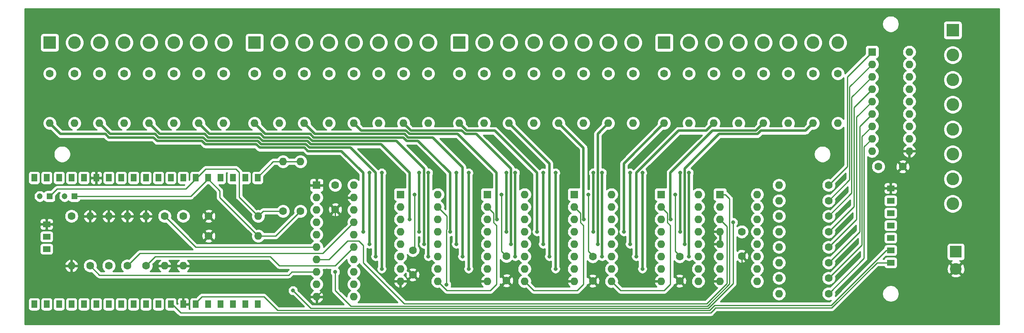
<source format=gbl>
G04 #@! TF.GenerationSoftware,KiCad,Pcbnew,(5.1.10)-1*
G04 #@! TF.CreationDate,2023-12-13T20:17:28-05:00*
G04 #@! TF.ProjectId,LED_Matrix_Driver,4c45445f-4d61-4747-9269-785f44726976,rev?*
G04 #@! TF.SameCoordinates,Original*
G04 #@! TF.FileFunction,Copper,L4,Bot*
G04 #@! TF.FilePolarity,Positive*
%FSLAX46Y46*%
G04 Gerber Fmt 4.6, Leading zero omitted, Abs format (unit mm)*
G04 Created by KiCad (PCBNEW (5.1.10)-1) date 2023-12-13 20:17:28*
%MOMM*%
%LPD*%
G01*
G04 APERTURE LIST*
G04 #@! TA.AperFunction,ComponentPad*
%ADD10O,1.600000X1.600000*%
G04 #@! TD*
G04 #@! TA.AperFunction,ComponentPad*
%ADD11C,1.600000*%
G04 #@! TD*
G04 #@! TA.AperFunction,ComponentPad*
%ADD12R,1.500000X1.200000*%
G04 #@! TD*
G04 #@! TA.AperFunction,ComponentPad*
%ADD13C,1.200000*%
G04 #@! TD*
G04 #@! TA.AperFunction,ComponentPad*
%ADD14R,1.200000X1.200000*%
G04 #@! TD*
G04 #@! TA.AperFunction,ComponentPad*
%ADD15R,1.600000X1.600000*%
G04 #@! TD*
G04 #@! TA.AperFunction,ComponentPad*
%ADD16R,1.200000X1.524000*%
G04 #@! TD*
G04 #@! TA.AperFunction,ComponentPad*
%ADD17C,2.600000*%
G04 #@! TD*
G04 #@! TA.AperFunction,ComponentPad*
%ADD18R,2.600000X2.600000*%
G04 #@! TD*
G04 #@! TA.AperFunction,ComponentPad*
%ADD19C,2.400000*%
G04 #@! TD*
G04 #@! TA.AperFunction,ComponentPad*
%ADD20R,2.400000X2.400000*%
G04 #@! TD*
G04 #@! TA.AperFunction,ViaPad*
%ADD21C,0.800000*%
G04 #@! TD*
G04 #@! TA.AperFunction,Conductor*
%ADD22C,0.250000*%
G04 #@! TD*
G04 #@! TA.AperFunction,Conductor*
%ADD23C,0.500000*%
G04 #@! TD*
G04 #@! TA.AperFunction,Conductor*
%ADD24C,0.254000*%
G04 #@! TD*
G04 #@! TA.AperFunction,Conductor*
%ADD25C,0.100000*%
G04 #@! TD*
G04 APERTURE END LIST*
D10*
X57912000Y-53340000D03*
D11*
X47752000Y-53340000D03*
D10*
X62992000Y-42164000D03*
D11*
X62992000Y-52324000D03*
D10*
X57912000Y-57404000D03*
D11*
X47752000Y-57404000D03*
D10*
X66548000Y-42164000D03*
D11*
X66548000Y-52324000D03*
D12*
X187325000Y-50165000D03*
X187325000Y-47625000D03*
X187325000Y-52705000D03*
X187325000Y-55245000D03*
X187325000Y-57785000D03*
X187325000Y-60325000D03*
X187325000Y-62865000D03*
X14605000Y-54991000D03*
X14605000Y-57531000D03*
X14605000Y-60071000D03*
D13*
X13208000Y-49276000D03*
D14*
X15208000Y-49276000D03*
D13*
X18288000Y-49276000D03*
D14*
X20288000Y-49276000D03*
D11*
X144145000Y-61595000D03*
X144145000Y-66595000D03*
X126365000Y-61595000D03*
X126365000Y-66595000D03*
X108712000Y-61548000D03*
X108712000Y-66548000D03*
X89535000Y-60325000D03*
X89535000Y-65325000D03*
X156845000Y-61515000D03*
X156845000Y-56515000D03*
X184785000Y-43180000D03*
X189785000Y-43180000D03*
X73660000Y-51990000D03*
X73660000Y-46990000D03*
D15*
X140335000Y-48895000D03*
D10*
X147955000Y-66675000D03*
X140335000Y-51435000D03*
X147955000Y-64135000D03*
X140335000Y-53975000D03*
X147955000Y-61595000D03*
X140335000Y-56515000D03*
X147955000Y-59055000D03*
X140335000Y-59055000D03*
X147955000Y-56515000D03*
X140335000Y-61595000D03*
X147955000Y-53975000D03*
X140335000Y-64135000D03*
X147955000Y-51435000D03*
X140335000Y-66675000D03*
X147955000Y-48895000D03*
D15*
X122555000Y-48895000D03*
D10*
X130175000Y-66675000D03*
X122555000Y-51435000D03*
X130175000Y-64135000D03*
X122555000Y-53975000D03*
X130175000Y-61595000D03*
X122555000Y-56515000D03*
X130175000Y-59055000D03*
X122555000Y-59055000D03*
X130175000Y-56515000D03*
X122555000Y-61595000D03*
X130175000Y-53975000D03*
X122555000Y-64135000D03*
X130175000Y-51435000D03*
X122555000Y-66675000D03*
X130175000Y-48895000D03*
D15*
X104775000Y-48895000D03*
D10*
X112395000Y-66675000D03*
X104775000Y-51435000D03*
X112395000Y-64135000D03*
X104775000Y-53975000D03*
X112395000Y-61595000D03*
X104775000Y-56515000D03*
X112395000Y-59055000D03*
X104775000Y-59055000D03*
X112395000Y-56515000D03*
X104775000Y-61595000D03*
X112395000Y-53975000D03*
X104775000Y-64135000D03*
X112395000Y-51435000D03*
X104775000Y-66675000D03*
X112395000Y-48895000D03*
D15*
X86995000Y-48895000D03*
D10*
X94615000Y-66675000D03*
X86995000Y-51435000D03*
X94615000Y-64135000D03*
X86995000Y-53975000D03*
X94615000Y-61595000D03*
X86995000Y-56515000D03*
X94615000Y-59055000D03*
X86995000Y-59055000D03*
X94615000Y-56515000D03*
X86995000Y-61595000D03*
X94615000Y-53975000D03*
X86995000Y-64135000D03*
X94615000Y-51435000D03*
X86995000Y-66675000D03*
X94615000Y-48895000D03*
X160020000Y-48895000D03*
X152400000Y-66675000D03*
X160020000Y-51435000D03*
X152400000Y-64135000D03*
X160020000Y-53975000D03*
X152400000Y-61595000D03*
X160020000Y-56515000D03*
X152400000Y-59055000D03*
X160020000Y-59055000D03*
X152400000Y-56515000D03*
X160020000Y-61595000D03*
X152400000Y-53975000D03*
X160020000Y-64135000D03*
X152400000Y-51435000D03*
X160020000Y-66675000D03*
D15*
X152400000Y-48895000D03*
D10*
X191135000Y-19685000D03*
X183515000Y-40005000D03*
X191135000Y-22225000D03*
X183515000Y-37465000D03*
X191135000Y-24765000D03*
X183515000Y-34925000D03*
X191135000Y-27305000D03*
X183515000Y-32385000D03*
X191135000Y-29845000D03*
X183515000Y-29845000D03*
X191135000Y-32385000D03*
X183515000Y-27305000D03*
X191135000Y-34925000D03*
X183515000Y-24765000D03*
X191135000Y-37465000D03*
X183515000Y-22225000D03*
X191135000Y-40005000D03*
D15*
X183515000Y-19685000D03*
X69850000Y-46990000D03*
D10*
X77470000Y-69850000D03*
X69850000Y-49530000D03*
X77470000Y-67310000D03*
X69850000Y-52070000D03*
X77470000Y-64770000D03*
X69850000Y-54610000D03*
X77470000Y-62230000D03*
X69850000Y-57150000D03*
X77470000Y-59690000D03*
X69850000Y-59690000D03*
X77470000Y-57150000D03*
X69850000Y-62230000D03*
X77470000Y-54610000D03*
X69850000Y-64770000D03*
X77470000Y-52070000D03*
X69850000Y-67310000D03*
X77470000Y-49530000D03*
X69850000Y-69850000D03*
X77470000Y-46990000D03*
D16*
X57785000Y-45470000D03*
X55245000Y-45470000D03*
X52705000Y-45470000D03*
X50165000Y-45470000D03*
X47625000Y-45470000D03*
X45085000Y-45470000D03*
X42545000Y-45470000D03*
X40005000Y-45470000D03*
X37465000Y-45470000D03*
X34925000Y-45470000D03*
X32385000Y-45470000D03*
X29845000Y-45470000D03*
X27305000Y-45470000D03*
X24765000Y-45470000D03*
X22225000Y-45470000D03*
X19685000Y-45470000D03*
X17145000Y-45470000D03*
X14605000Y-45470000D03*
X12065000Y-45470000D03*
X12065000Y-71370000D03*
X14605000Y-71370000D03*
X17145000Y-71370000D03*
X19685000Y-71370000D03*
X22225000Y-71370000D03*
X24765000Y-71370000D03*
X27305000Y-71370000D03*
X29845000Y-71370000D03*
X32385000Y-71370000D03*
X34925000Y-71370000D03*
X37465000Y-71370000D03*
X40005000Y-71370000D03*
X42545000Y-71370000D03*
X45085000Y-71370000D03*
X47625000Y-71370000D03*
X50165000Y-71370000D03*
X52705000Y-71370000D03*
X55245000Y-71370000D03*
X57785000Y-71370000D03*
D10*
X176530000Y-34290000D03*
D11*
X176530000Y-24130000D03*
D10*
X171450000Y-34290000D03*
D11*
X171450000Y-24130000D03*
D10*
X166370000Y-34290000D03*
D11*
X166370000Y-24130000D03*
D10*
X161290000Y-34290000D03*
D11*
X161290000Y-24130000D03*
D10*
X156210000Y-34290000D03*
D11*
X156210000Y-24130000D03*
D10*
X151130000Y-34290000D03*
D11*
X151130000Y-24130000D03*
D10*
X146050000Y-34290000D03*
D11*
X146050000Y-24130000D03*
D10*
X140970000Y-34290000D03*
D11*
X140970000Y-24130000D03*
D10*
X134620000Y-34290000D03*
D11*
X134620000Y-24130000D03*
D10*
X129540000Y-34290000D03*
D11*
X129540000Y-24130000D03*
D10*
X124460000Y-34290000D03*
D11*
X124460000Y-24130000D03*
D10*
X119380000Y-34290000D03*
D11*
X119380000Y-24130000D03*
D10*
X114300000Y-34290000D03*
D11*
X114300000Y-24130000D03*
D10*
X109220000Y-34290000D03*
D11*
X109220000Y-24130000D03*
D10*
X104140000Y-34290000D03*
D11*
X104140000Y-24130000D03*
D10*
X99060000Y-34290000D03*
D11*
X99060000Y-24130000D03*
D10*
X92710000Y-34290000D03*
D11*
X92710000Y-24130000D03*
D10*
X87630000Y-34290000D03*
D11*
X87630000Y-24130000D03*
D10*
X82550000Y-34290000D03*
D11*
X82550000Y-24130000D03*
D10*
X77470000Y-34290000D03*
D11*
X77470000Y-24130000D03*
D10*
X72390000Y-34290000D03*
D11*
X72390000Y-24130000D03*
D10*
X67310000Y-34290000D03*
D11*
X67310000Y-24130000D03*
D10*
X62230000Y-34290000D03*
D11*
X62230000Y-24130000D03*
D10*
X57150000Y-34290000D03*
D11*
X57150000Y-24130000D03*
D10*
X50800000Y-34290000D03*
D11*
X50800000Y-24130000D03*
D10*
X45720000Y-34290000D03*
D11*
X45720000Y-24130000D03*
D10*
X40640000Y-34290000D03*
D11*
X40640000Y-24130000D03*
D10*
X35560000Y-34290000D03*
D11*
X35560000Y-24130000D03*
D10*
X30480000Y-34290000D03*
D11*
X30480000Y-24130000D03*
D10*
X25400000Y-34290000D03*
D11*
X25400000Y-24130000D03*
D10*
X20320000Y-34290000D03*
D11*
X20320000Y-24130000D03*
D10*
X15240000Y-34290000D03*
D11*
X15240000Y-24130000D03*
D10*
X164465000Y-46990000D03*
D11*
X174625000Y-46990000D03*
D10*
X164465000Y-50165000D03*
D11*
X174625000Y-50165000D03*
D10*
X164465000Y-53340000D03*
D11*
X174625000Y-53340000D03*
D10*
X164465000Y-56515000D03*
D11*
X174625000Y-56515000D03*
D10*
X164465000Y-59690000D03*
D11*
X174625000Y-59690000D03*
D10*
X164465000Y-62865000D03*
D11*
X174625000Y-62865000D03*
D10*
X164465000Y-66040000D03*
D11*
X174625000Y-66040000D03*
D10*
X164465000Y-69215000D03*
D11*
X174625000Y-69215000D03*
D10*
X42545000Y-63500000D03*
D11*
X42545000Y-53340000D03*
D10*
X19685000Y-63500000D03*
D11*
X19685000Y-53340000D03*
D10*
X38735000Y-63500000D03*
D11*
X38735000Y-53340000D03*
D10*
X23495000Y-53340000D03*
D11*
X23495000Y-63500000D03*
D10*
X31115000Y-53340000D03*
D11*
X31115000Y-63500000D03*
D10*
X34925000Y-53340000D03*
D11*
X34925000Y-63500000D03*
D10*
X27305000Y-53340000D03*
D11*
X27305000Y-63500000D03*
D17*
X176530000Y-17780000D03*
X171450000Y-17780000D03*
X166370000Y-17780000D03*
X161290000Y-17780000D03*
X156210000Y-17780000D03*
X151130000Y-17780000D03*
X146050000Y-17780000D03*
D18*
X140970000Y-17780000D03*
D17*
X134620000Y-17780000D03*
X129540000Y-17780000D03*
X124460000Y-17780000D03*
X119380000Y-17780000D03*
X114300000Y-17780000D03*
X109220000Y-17780000D03*
X104140000Y-17780000D03*
D18*
X99060000Y-17780000D03*
D17*
X92710000Y-17780000D03*
X87630000Y-17780000D03*
X82550000Y-17780000D03*
X77470000Y-17780000D03*
X72390000Y-17780000D03*
X67310000Y-17780000D03*
X62230000Y-17780000D03*
D18*
X57150000Y-17780000D03*
D17*
X50800000Y-17780000D03*
X45720000Y-17780000D03*
X40640000Y-17780000D03*
X35560000Y-17780000D03*
X30480000Y-17780000D03*
X25400000Y-17780000D03*
X20320000Y-17780000D03*
D18*
X15240000Y-17780000D03*
D17*
X200025000Y-50800000D03*
X200025000Y-45720000D03*
X200025000Y-40640000D03*
X200025000Y-35560000D03*
X200025000Y-30480000D03*
X200025000Y-25400000D03*
X200025000Y-20320000D03*
D18*
X200025000Y-15240000D03*
D19*
X200660000Y-64135000D03*
D20*
X200660000Y-60635000D03*
D21*
X93345000Y-42545000D03*
X71990001Y-64534999D03*
X156210000Y-66675000D03*
X71990012Y-56914988D03*
X103505000Y-43180000D03*
X85090000Y-43180000D03*
X66675000Y-66040000D03*
X84455000Y-51435000D03*
X141605000Y-41910000D03*
X80645000Y-66675000D03*
X74930000Y-68580000D03*
X143256000Y-48895000D03*
X125476000Y-48895000D03*
X89916000Y-48895000D03*
X107696000Y-48895000D03*
X79375000Y-56515008D03*
X80645008Y-59055000D03*
X80645008Y-44450008D03*
X81914990Y-61595000D03*
X83185000Y-64135010D03*
X83185000Y-44450000D03*
X88900000Y-53975000D03*
X90805000Y-56515000D03*
X90804982Y-44450000D03*
X91821008Y-59055000D03*
X92710000Y-44450000D03*
X92709960Y-61595000D03*
X97155000Y-56515008D03*
X98425008Y-59055000D03*
X98425008Y-44450008D03*
X99694990Y-61595000D03*
X100965000Y-64135010D03*
X100965000Y-44450000D03*
X106770010Y-53975000D03*
X108712000Y-56514990D03*
X108712000Y-44450000D03*
X109601000Y-59055000D03*
X110490000Y-61595000D03*
X110490000Y-44450000D03*
X114935000Y-56515008D03*
X116205008Y-59055000D03*
X116205008Y-44450008D03*
X117474990Y-61595000D03*
X118745000Y-64135010D03*
X118745000Y-44450000D03*
X124550010Y-53975000D03*
X65024000Y-68580000D03*
X155093510Y-54610000D03*
X73660000Y-64770000D03*
X96429999Y-67400001D03*
X126492000Y-56514990D03*
X126492000Y-44450000D03*
X127381000Y-59055000D03*
X128270000Y-61595000D03*
X128270000Y-44450000D03*
X132715000Y-56515008D03*
X133985008Y-59055000D03*
X133985008Y-44450008D03*
X135254990Y-61595000D03*
X136525000Y-64135010D03*
X136525000Y-44450000D03*
X142330010Y-53975000D03*
X144272000Y-56514990D03*
X144272000Y-44450000D03*
X145161000Y-59055000D03*
X146050000Y-61595000D03*
X146050000Y-44450000D03*
D22*
X71990001Y-67709999D02*
X69850000Y-69850000D01*
X71990001Y-64534999D02*
X71990001Y-67709999D01*
X156845000Y-61515000D02*
X156845000Y-66040000D01*
X156845000Y-66040000D02*
X156210000Y-66675000D01*
X156210000Y-66675000D02*
X156210000Y-66675000D01*
X71990012Y-55644988D02*
X71990012Y-56914988D01*
X73660000Y-53975000D02*
X71990012Y-55644988D01*
X73660000Y-51990000D02*
X73660000Y-53975000D01*
X144272000Y-61548000D02*
X143256000Y-60532000D01*
X143256000Y-60532000D02*
X143256000Y-49276000D01*
X126492000Y-61548000D02*
X125476000Y-60532000D01*
X125476000Y-60532000D02*
X125476000Y-49276000D01*
X108712000Y-61548000D02*
X107696000Y-60532000D01*
X107696000Y-60532000D02*
X107696000Y-49276000D01*
X107696000Y-49276000D02*
X107696000Y-48895000D01*
X107696000Y-48895000D02*
X107696000Y-48895000D01*
X89916000Y-54032002D02*
X89916000Y-48895000D01*
X89916000Y-59944000D02*
X89916000Y-54032002D01*
X89535000Y-60325000D02*
X89916000Y-59944000D01*
X89916000Y-49276000D02*
X89916000Y-49276000D01*
X187325000Y-57785000D02*
X187071000Y-57785000D01*
X186436000Y-60325000D02*
X187325000Y-60325000D01*
X175133000Y-71628000D02*
X186436000Y-60325000D01*
X59055000Y-69850000D02*
X61860020Y-72655020D01*
X150232800Y-72655020D02*
X151259820Y-71628000D01*
X61860020Y-72655020D02*
X150232800Y-72655020D01*
X46355000Y-69850000D02*
X59055000Y-69850000D01*
X151259820Y-71628000D02*
X175133000Y-71628000D01*
X45085000Y-71120000D02*
X46355000Y-69850000D01*
X151384000Y-72140230D02*
X175255770Y-72140230D01*
X151384000Y-72263000D02*
X151384000Y-72140230D01*
X42037000Y-73152000D02*
X150495000Y-73152000D01*
X150495000Y-73152000D02*
X151384000Y-72263000D01*
X40005000Y-71120000D02*
X42037000Y-73152000D01*
X175317990Y-72078010D02*
X175319401Y-72078009D01*
X175255770Y-72140230D02*
X175317990Y-72078010D01*
X184532410Y-62865000D02*
X187325000Y-62865000D01*
X175319401Y-72078009D02*
X184532410Y-62865000D01*
X73660000Y-63500000D02*
X77470000Y-59690000D01*
X62230000Y-63500000D02*
X73660000Y-63500000D01*
X36830000Y-61595000D02*
X60325000Y-61595000D01*
X60325000Y-61595000D02*
X62230000Y-63500000D01*
X34925000Y-63500000D02*
X36830000Y-61595000D01*
X71120000Y-60960000D02*
X77470000Y-54610000D01*
X33655000Y-60960000D02*
X71120000Y-60960000D01*
X31115000Y-63500000D02*
X33655000Y-60960000D01*
X23495000Y-63500000D02*
X25400000Y-65405000D01*
X64135000Y-65405000D02*
X64770000Y-64770000D01*
X25400000Y-65405000D02*
X64135000Y-65405000D01*
X64770000Y-64770000D02*
X69850000Y-64770000D01*
D23*
X79375008Y-56515000D02*
X79375000Y-56515008D01*
X79375000Y-44450000D02*
X79375000Y-56515008D01*
X17462500Y-36512500D02*
X26632538Y-36512500D01*
X26632538Y-36512500D02*
X27332547Y-37212510D01*
X27332547Y-37212510D02*
X36502585Y-37212510D01*
X36502585Y-37212510D02*
X37202594Y-37912520D01*
X37202594Y-37912520D02*
X46372632Y-37912520D01*
X46372632Y-37912520D02*
X47072641Y-38612530D01*
X58212689Y-39312540D02*
X67382726Y-39312540D01*
X15240000Y-34290000D02*
X17462500Y-36512500D01*
X57512680Y-38612530D02*
X58212689Y-39312540D01*
X47072641Y-38612530D02*
X57512680Y-38612530D01*
X67382726Y-39312540D02*
X68084245Y-40014060D01*
X74939060Y-40014060D02*
X79375000Y-44450000D01*
X68084245Y-40014060D02*
X74939060Y-40014060D01*
X80645008Y-59055000D02*
X80645008Y-44450008D01*
X80645008Y-44450008D02*
X80645008Y-44450008D01*
X81914990Y-61595000D02*
X81914990Y-44450010D01*
X81914990Y-44449990D02*
X81914990Y-44450010D01*
X25400000Y-34290000D02*
X27622500Y-36512500D01*
X36792538Y-36512500D02*
X37492547Y-37212510D01*
X27622500Y-36512500D02*
X36792538Y-36512500D01*
X46662585Y-37212510D02*
X47362594Y-37912520D01*
X37492547Y-37212510D02*
X46662585Y-37212510D01*
X57802633Y-37912520D02*
X58502642Y-38612530D01*
X47362594Y-37912520D02*
X57802633Y-37912520D01*
X67672679Y-38612530D02*
X68374198Y-39314050D01*
X58502642Y-38612530D02*
X67672679Y-38612530D01*
X76779050Y-39314050D02*
X81914990Y-44449990D01*
X68374198Y-39314050D02*
X76779050Y-39314050D01*
X83185000Y-64135010D02*
X83185000Y-44450000D01*
X83185000Y-44450000D02*
X83185000Y-44450000D01*
X88900000Y-53975000D02*
X88900000Y-44450000D01*
X88900000Y-44450000D02*
X83064040Y-38614040D01*
X68664151Y-38614040D02*
X67962631Y-37912520D01*
X83064040Y-38614040D02*
X68664151Y-38614040D01*
X58792595Y-37912520D02*
X58092585Y-37212510D01*
X67962631Y-37912520D02*
X58792595Y-37912520D01*
X47652547Y-37212510D02*
X46952537Y-36512500D01*
X58092585Y-37212510D02*
X47652547Y-37212510D01*
X37782500Y-36512500D02*
X35560000Y-34290000D01*
X46952537Y-36512500D02*
X37782500Y-36512500D01*
X90805000Y-56515000D02*
X90805000Y-44450018D01*
X90805000Y-44450018D02*
X90804982Y-44450000D01*
X47942500Y-36512500D02*
X45720000Y-34290000D01*
X58382537Y-36512500D02*
X47942500Y-36512500D01*
X59082547Y-37212510D02*
X58382537Y-36512500D01*
X68252584Y-37212510D02*
X59082547Y-37212510D01*
X86174030Y-37914030D02*
X68954104Y-37914030D01*
X91821000Y-43561000D02*
X86174030Y-37914030D01*
X68954104Y-37914030D02*
X68252584Y-37212510D01*
X91821000Y-44576984D02*
X91821000Y-43561000D01*
X91821008Y-44576992D02*
X91821000Y-44576984D01*
X91821008Y-59055000D02*
X91821008Y-44576992D01*
X92710000Y-44450000D02*
X92710000Y-44450000D01*
X92710000Y-61594960D02*
X92709960Y-61595000D01*
X92710000Y-44450000D02*
X92710000Y-61594960D01*
X97155008Y-56515000D02*
X97155000Y-56515008D01*
X59372500Y-36512500D02*
X57150000Y-34290000D01*
X69244057Y-37214020D02*
X68542537Y-36512500D01*
X87584131Y-37214020D02*
X69244057Y-37214020D01*
X88284141Y-37914030D02*
X87584131Y-37214020D01*
X68542537Y-36512500D02*
X59372500Y-36512500D01*
X97155000Y-44450000D02*
X90619030Y-37914030D01*
X90619030Y-37914030D02*
X88284141Y-37914030D01*
X97155000Y-56515008D02*
X97155000Y-44450000D01*
X98425008Y-59055000D02*
X98425008Y-44450008D01*
X98425008Y-44450008D02*
X98425008Y-44450008D01*
X69534010Y-36514010D02*
X67310000Y-34290000D01*
X87874085Y-36514010D02*
X69534010Y-36514010D01*
X88574094Y-37214020D02*
X87874085Y-36514010D01*
X93602020Y-37214020D02*
X88574094Y-37214020D01*
X99694990Y-43306990D02*
X93602020Y-37214020D01*
X99694990Y-61595000D02*
X99694990Y-43306990D01*
X100965000Y-64135010D02*
X100965000Y-44450000D01*
X100965000Y-44450000D02*
X100965000Y-44450000D01*
X78994000Y-35814000D02*
X77470000Y-34290000D01*
X88164037Y-35814000D02*
X78994000Y-35814000D01*
X98744010Y-36514010D02*
X88864047Y-36514010D01*
X106680000Y-44450000D02*
X98744010Y-36514010D01*
X106680000Y-53884990D02*
X106680000Y-44450000D01*
X88864047Y-36514010D02*
X88164037Y-35814000D01*
X106770010Y-53975000D02*
X106680000Y-53884990D01*
X108712000Y-56514990D02*
X108712000Y-44450000D01*
X89154000Y-35814000D02*
X87630000Y-34290000D01*
X100294047Y-36514010D02*
X99594038Y-35814000D01*
X102554010Y-36514010D02*
X100294047Y-36514010D01*
X99594038Y-35814000D02*
X89154000Y-35814000D01*
X109601000Y-43561000D02*
X102554010Y-36514010D01*
X109601000Y-59055000D02*
X109601000Y-43561000D01*
X110490000Y-44450000D02*
X110490000Y-44450000D01*
X110490000Y-44450000D02*
X110490000Y-61595000D01*
X114935008Y-56515000D02*
X114935000Y-56515008D01*
X114935000Y-56515008D02*
X114935000Y-44450000D01*
X114935000Y-44450000D02*
X106299000Y-35814000D01*
X100584000Y-35814000D02*
X99060000Y-34290000D01*
X106299000Y-35814000D02*
X100584000Y-35814000D01*
X116205008Y-59055000D02*
X116205008Y-44450008D01*
X116205008Y-44450008D02*
X116205008Y-44450008D01*
X117474990Y-42544990D02*
X109220000Y-34290000D01*
X117474990Y-61595000D02*
X117474990Y-42544990D01*
X118745000Y-64135010D02*
X118745000Y-44450000D01*
X118745000Y-44450000D02*
X118745000Y-44450000D01*
X124460000Y-39370000D02*
X119380000Y-34290000D01*
X124460000Y-53884990D02*
X124460000Y-39370000D01*
X124550010Y-53975000D02*
X124460000Y-53884990D01*
D22*
X106045000Y-52705000D02*
X104775000Y-51435000D01*
X106045000Y-54610000D02*
X106045000Y-52705000D01*
X106680000Y-55245000D02*
X106045000Y-54610000D01*
X105410000Y-68580000D02*
X106680000Y-67310000D01*
X94615000Y-66675000D02*
X96520000Y-68580000D01*
X96520000Y-68580000D02*
X105410000Y-68580000D01*
X106680000Y-67310000D02*
X106680000Y-55245000D01*
X123825000Y-54610000D02*
X123825000Y-52705000D01*
X123190000Y-68580000D02*
X124460000Y-67310000D01*
X124460000Y-67310000D02*
X124460000Y-55245000D01*
X114300000Y-68580000D02*
X123190000Y-68580000D01*
X123825000Y-52705000D02*
X122555000Y-51435000D01*
X124460000Y-55245000D02*
X123825000Y-54610000D01*
X112395000Y-66675000D02*
X114300000Y-68580000D01*
X141605000Y-52705000D02*
X140335000Y-51435000D01*
X141605000Y-54610000D02*
X141605000Y-52705000D01*
X142240000Y-55245000D02*
X141605000Y-54610000D01*
X142240000Y-67310000D02*
X142240000Y-55245000D01*
X140970000Y-68580000D02*
X142240000Y-67310000D01*
X132080000Y-68580000D02*
X140970000Y-68580000D01*
X130175000Y-66675000D02*
X132080000Y-68580000D01*
X80010000Y-63500000D02*
X80010000Y-63500000D01*
X76200000Y-58420000D02*
X72390000Y-62230000D01*
X78486000Y-58420000D02*
X76200000Y-58420000D01*
X79375000Y-62865000D02*
X79375000Y-59309000D01*
X87814990Y-71304990D02*
X79375000Y-62865000D01*
X149673600Y-71304990D02*
X87814990Y-71304990D01*
X72390000Y-62230000D02*
X69850000Y-62230000D01*
X153854990Y-67123600D02*
X149673600Y-71304990D01*
X153854990Y-55429990D02*
X153854990Y-67123600D01*
X79375000Y-59309000D02*
X78486000Y-58420000D01*
X152400000Y-53975000D02*
X153854990Y-55429990D01*
X155093510Y-67157900D02*
X155093510Y-54610000D01*
X68649010Y-72205010D02*
X150046400Y-72205010D01*
X65024000Y-68580000D02*
X68649010Y-72205010D01*
X150046400Y-72205010D02*
X155093510Y-67157900D01*
X153450000Y-48895000D02*
X152400000Y-48895000D01*
X73660000Y-68580000D02*
X76835000Y-71755000D01*
X73660000Y-64770000D02*
X73660000Y-68580000D01*
X76835000Y-71755000D02*
X149860000Y-71755000D01*
X154368500Y-67246500D02*
X154368500Y-49813500D01*
X149860000Y-71755000D02*
X154368500Y-67246500D01*
X154368500Y-49813500D02*
X153450000Y-48895000D01*
X94615000Y-51435000D02*
X95885000Y-52705000D01*
X95885000Y-52705000D02*
X96520000Y-53340000D01*
X96429999Y-56167007D02*
X96429999Y-58964999D01*
X96520000Y-56077006D02*
X96429999Y-56167007D01*
X96520000Y-53340000D02*
X96520000Y-56077006D01*
X96429999Y-58964999D02*
X96429999Y-67400001D01*
X96429999Y-67400001D02*
X96429999Y-67400001D01*
X45085000Y-59690000D02*
X64770000Y-59690000D01*
X38735000Y-53340000D02*
X45085000Y-59690000D01*
X64770000Y-59690000D02*
X69850000Y-59690000D01*
X183515000Y-37465000D02*
X181875020Y-39104980D01*
X181875020Y-61964980D02*
X174625000Y-69215000D01*
X181875020Y-39104980D02*
X181875020Y-61964980D01*
X183515000Y-34925000D02*
X181425010Y-37014990D01*
X181425010Y-59239990D02*
X174625000Y-66040000D01*
X181425010Y-37014990D02*
X181425010Y-59239990D01*
X183515000Y-32385000D02*
X180975000Y-34925000D01*
X180975000Y-56515000D02*
X174625000Y-62865000D01*
X180975000Y-34925000D02*
X180975000Y-56515000D01*
X183515000Y-29845000D02*
X180340000Y-33020000D01*
X180340000Y-53975000D02*
X174625000Y-59690000D01*
X180340000Y-33020000D02*
X180340000Y-53975000D01*
D23*
X126492000Y-45212000D02*
X126492000Y-56514990D01*
X126492000Y-45212000D02*
X126492000Y-44450000D01*
X127381000Y-36449000D02*
X129540000Y-34290000D01*
X127381000Y-59055000D02*
X127381000Y-36449000D01*
X128270000Y-44450000D02*
X128270000Y-61595000D01*
X128270000Y-44450000D02*
X128270000Y-44450000D01*
X132715008Y-56515000D02*
X132715000Y-56515008D01*
X132715000Y-44831000D02*
X132715000Y-42545000D01*
X132715000Y-56515008D02*
X132715000Y-44831000D01*
X132715000Y-42545000D02*
X140970000Y-34290000D01*
X132715000Y-44831000D02*
X132715000Y-44450000D01*
X133985008Y-59055000D02*
X133985008Y-44450008D01*
X133985008Y-44450008D02*
X133985008Y-44450008D01*
X135254990Y-61595000D02*
X135254990Y-44450010D01*
X135254990Y-44450010D02*
X143891000Y-35814000D01*
X149606000Y-35814000D02*
X151130000Y-34290000D01*
X143891000Y-35814000D02*
X149606000Y-35814000D01*
X136525000Y-64135010D02*
X136525000Y-44450000D01*
X136525000Y-44450000D02*
X136525000Y-44450000D01*
D22*
X44069000Y-49276000D02*
X47625000Y-45720000D01*
X20288000Y-49276000D02*
X44069000Y-49276000D01*
X61468000Y-57404000D02*
X66548000Y-52324000D01*
X57912000Y-57404000D02*
X61468000Y-57404000D01*
X50038000Y-49530000D02*
X57912000Y-57404000D01*
X50038000Y-48133000D02*
X50038000Y-49530000D01*
X47625000Y-45720000D02*
X50038000Y-48133000D01*
X15208000Y-49276000D02*
X15240000Y-49276000D01*
X15240000Y-49276000D02*
X16764000Y-47752000D01*
X43053000Y-47752000D02*
X45085000Y-45720000D01*
X16764000Y-47752000D02*
X43053000Y-47752000D01*
X58928000Y-52324000D02*
X57912000Y-53340000D01*
X62992000Y-52324000D02*
X58928000Y-52324000D01*
X53975000Y-44323000D02*
X53975000Y-49403000D01*
X53340000Y-43688000D02*
X53975000Y-44323000D01*
X47117000Y-43688000D02*
X53340000Y-43688000D01*
X53975000Y-49403000D02*
X57912000Y-53340000D01*
X45085000Y-45720000D02*
X47117000Y-43688000D01*
X57785000Y-45720000D02*
X57785000Y-45339000D01*
X60960000Y-42164000D02*
X62992000Y-42164000D01*
X57785000Y-45339000D02*
X60960000Y-42164000D01*
X66548000Y-42164000D02*
X62992000Y-42164000D01*
X183515000Y-27305000D02*
X179785029Y-31034971D01*
X179785029Y-51354971D02*
X174625000Y-56515000D01*
X179785029Y-31034971D02*
X179785029Y-51354971D01*
X179335019Y-48629981D02*
X174625000Y-53340000D01*
X179335019Y-28944981D02*
X179335019Y-48629981D01*
X183515000Y-24765000D02*
X179335019Y-28944981D01*
X178885010Y-45904990D02*
X174625000Y-50165000D01*
X178885010Y-26854990D02*
X178885010Y-45904990D01*
X183515000Y-22225000D02*
X178885010Y-26854990D01*
X183515000Y-19685000D02*
X183515000Y-20320000D01*
X183515000Y-19685000D02*
X178435000Y-24765000D01*
X178435000Y-43180000D02*
X174625000Y-46990000D01*
X178435000Y-24765000D02*
X178435000Y-43180000D01*
D23*
X159766000Y-35814000D02*
X161290000Y-34290000D01*
X142240000Y-44450000D02*
X150876000Y-35814000D01*
X150876000Y-35814000D02*
X159766000Y-35814000D01*
X142240000Y-53884990D02*
X142240000Y-44450000D01*
X142330010Y-53975000D02*
X142240000Y-53884990D01*
X144272000Y-44450000D02*
X144272000Y-44450000D01*
X144272000Y-44450000D02*
X144272000Y-56514990D01*
X145161000Y-43561000D02*
X152207990Y-36514010D01*
X145161000Y-59055000D02*
X145161000Y-43561000D01*
X160055953Y-36514010D02*
X160755963Y-35814000D01*
X152207990Y-36514010D02*
X160055953Y-36514010D01*
X169926000Y-35814000D02*
X171450000Y-34290000D01*
X160755963Y-35814000D02*
X169926000Y-35814000D01*
X146050000Y-44450000D02*
X146050000Y-61595000D01*
X146050000Y-44450000D02*
X146050000Y-44450000D01*
D24*
X209525001Y-75540000D02*
X10185000Y-75540000D01*
X10185000Y-70608000D01*
X10826928Y-70608000D01*
X10826928Y-72132000D01*
X10839188Y-72256482D01*
X10875498Y-72376180D01*
X10934463Y-72486494D01*
X11013815Y-72583185D01*
X11110506Y-72662537D01*
X11220820Y-72721502D01*
X11340518Y-72757812D01*
X11465000Y-72770072D01*
X12665000Y-72770072D01*
X12789482Y-72757812D01*
X12909180Y-72721502D01*
X13019494Y-72662537D01*
X13116185Y-72583185D01*
X13195537Y-72486494D01*
X13254502Y-72376180D01*
X13290812Y-72256482D01*
X13303072Y-72132000D01*
X13303072Y-70608000D01*
X13366928Y-70608000D01*
X13366928Y-72132000D01*
X13379188Y-72256482D01*
X13415498Y-72376180D01*
X13474463Y-72486494D01*
X13553815Y-72583185D01*
X13650506Y-72662537D01*
X13760820Y-72721502D01*
X13880518Y-72757812D01*
X14005000Y-72770072D01*
X15205000Y-72770072D01*
X15329482Y-72757812D01*
X15449180Y-72721502D01*
X15559494Y-72662537D01*
X15656185Y-72583185D01*
X15735537Y-72486494D01*
X15794502Y-72376180D01*
X15830812Y-72256482D01*
X15843072Y-72132000D01*
X15843072Y-70608000D01*
X15906928Y-70608000D01*
X15906928Y-72132000D01*
X15919188Y-72256482D01*
X15955498Y-72376180D01*
X16014463Y-72486494D01*
X16093815Y-72583185D01*
X16190506Y-72662537D01*
X16300820Y-72721502D01*
X16420518Y-72757812D01*
X16545000Y-72770072D01*
X17745000Y-72770072D01*
X17869482Y-72757812D01*
X17989180Y-72721502D01*
X18099494Y-72662537D01*
X18196185Y-72583185D01*
X18275537Y-72486494D01*
X18334502Y-72376180D01*
X18370812Y-72256482D01*
X18383072Y-72132000D01*
X18383072Y-70608000D01*
X18446928Y-70608000D01*
X18446928Y-72132000D01*
X18459188Y-72256482D01*
X18495498Y-72376180D01*
X18554463Y-72486494D01*
X18633815Y-72583185D01*
X18730506Y-72662537D01*
X18840820Y-72721502D01*
X18960518Y-72757812D01*
X19085000Y-72770072D01*
X20285000Y-72770072D01*
X20409482Y-72757812D01*
X20529180Y-72721502D01*
X20639494Y-72662537D01*
X20736185Y-72583185D01*
X20815537Y-72486494D01*
X20874502Y-72376180D01*
X20910812Y-72256482D01*
X20923072Y-72132000D01*
X20923072Y-70608000D01*
X20986928Y-70608000D01*
X20986928Y-72132000D01*
X20999188Y-72256482D01*
X21035498Y-72376180D01*
X21094463Y-72486494D01*
X21173815Y-72583185D01*
X21270506Y-72662537D01*
X21380820Y-72721502D01*
X21500518Y-72757812D01*
X21625000Y-72770072D01*
X22825000Y-72770072D01*
X22949482Y-72757812D01*
X23069180Y-72721502D01*
X23179494Y-72662537D01*
X23276185Y-72583185D01*
X23355537Y-72486494D01*
X23414502Y-72376180D01*
X23450812Y-72256482D01*
X23463072Y-72132000D01*
X23463072Y-70608000D01*
X23526928Y-70608000D01*
X23526928Y-72132000D01*
X23539188Y-72256482D01*
X23575498Y-72376180D01*
X23634463Y-72486494D01*
X23713815Y-72583185D01*
X23810506Y-72662537D01*
X23920820Y-72721502D01*
X24040518Y-72757812D01*
X24165000Y-72770072D01*
X25365000Y-72770072D01*
X25489482Y-72757812D01*
X25609180Y-72721502D01*
X25719494Y-72662537D01*
X25816185Y-72583185D01*
X25895537Y-72486494D01*
X25954502Y-72376180D01*
X25990812Y-72256482D01*
X26003072Y-72132000D01*
X26003072Y-70608000D01*
X26066928Y-70608000D01*
X26066928Y-72132000D01*
X26079188Y-72256482D01*
X26115498Y-72376180D01*
X26174463Y-72486494D01*
X26253815Y-72583185D01*
X26350506Y-72662537D01*
X26460820Y-72721502D01*
X26580518Y-72757812D01*
X26705000Y-72770072D01*
X27905000Y-72770072D01*
X28029482Y-72757812D01*
X28149180Y-72721502D01*
X28259494Y-72662537D01*
X28356185Y-72583185D01*
X28435537Y-72486494D01*
X28494502Y-72376180D01*
X28530812Y-72256482D01*
X28543072Y-72132000D01*
X28543072Y-70608000D01*
X28606928Y-70608000D01*
X28606928Y-72132000D01*
X28619188Y-72256482D01*
X28655498Y-72376180D01*
X28714463Y-72486494D01*
X28793815Y-72583185D01*
X28890506Y-72662537D01*
X29000820Y-72721502D01*
X29120518Y-72757812D01*
X29245000Y-72770072D01*
X30445000Y-72770072D01*
X30569482Y-72757812D01*
X30689180Y-72721502D01*
X30799494Y-72662537D01*
X30896185Y-72583185D01*
X30975537Y-72486494D01*
X31034502Y-72376180D01*
X31070812Y-72256482D01*
X31083072Y-72132000D01*
X31083072Y-70608000D01*
X31146928Y-70608000D01*
X31146928Y-72132000D01*
X31159188Y-72256482D01*
X31195498Y-72376180D01*
X31254463Y-72486494D01*
X31333815Y-72583185D01*
X31430506Y-72662537D01*
X31540820Y-72721502D01*
X31660518Y-72757812D01*
X31785000Y-72770072D01*
X32985000Y-72770072D01*
X33109482Y-72757812D01*
X33229180Y-72721502D01*
X33339494Y-72662537D01*
X33436185Y-72583185D01*
X33515537Y-72486494D01*
X33574502Y-72376180D01*
X33610812Y-72256482D01*
X33623072Y-72132000D01*
X33623072Y-70608000D01*
X33686928Y-70608000D01*
X33686928Y-72132000D01*
X33699188Y-72256482D01*
X33735498Y-72376180D01*
X33794463Y-72486494D01*
X33873815Y-72583185D01*
X33970506Y-72662537D01*
X34080820Y-72721502D01*
X34200518Y-72757812D01*
X34325000Y-72770072D01*
X35525000Y-72770072D01*
X35649482Y-72757812D01*
X35769180Y-72721502D01*
X35879494Y-72662537D01*
X35976185Y-72583185D01*
X36055537Y-72486494D01*
X36114502Y-72376180D01*
X36150812Y-72256482D01*
X36163072Y-72132000D01*
X36163072Y-70608000D01*
X36226928Y-70608000D01*
X36226928Y-72132000D01*
X36239188Y-72256482D01*
X36275498Y-72376180D01*
X36334463Y-72486494D01*
X36413815Y-72583185D01*
X36510506Y-72662537D01*
X36620820Y-72721502D01*
X36740518Y-72757812D01*
X36865000Y-72770072D01*
X38065000Y-72770072D01*
X38189482Y-72757812D01*
X38309180Y-72721502D01*
X38419494Y-72662537D01*
X38516185Y-72583185D01*
X38595537Y-72486494D01*
X38654502Y-72376180D01*
X38690812Y-72256482D01*
X38703072Y-72132000D01*
X38703072Y-70608000D01*
X38690812Y-70483518D01*
X38654502Y-70363820D01*
X38595537Y-70253506D01*
X38516185Y-70156815D01*
X38419494Y-70077463D01*
X38309180Y-70018498D01*
X38189482Y-69982188D01*
X38065000Y-69969928D01*
X36865000Y-69969928D01*
X36740518Y-69982188D01*
X36620820Y-70018498D01*
X36510506Y-70077463D01*
X36413815Y-70156815D01*
X36334463Y-70253506D01*
X36275498Y-70363820D01*
X36239188Y-70483518D01*
X36226928Y-70608000D01*
X36163072Y-70608000D01*
X36150812Y-70483518D01*
X36114502Y-70363820D01*
X36055537Y-70253506D01*
X35976185Y-70156815D01*
X35879494Y-70077463D01*
X35769180Y-70018498D01*
X35649482Y-69982188D01*
X35525000Y-69969928D01*
X34325000Y-69969928D01*
X34200518Y-69982188D01*
X34080820Y-70018498D01*
X33970506Y-70077463D01*
X33873815Y-70156815D01*
X33794463Y-70253506D01*
X33735498Y-70363820D01*
X33699188Y-70483518D01*
X33686928Y-70608000D01*
X33623072Y-70608000D01*
X33610812Y-70483518D01*
X33574502Y-70363820D01*
X33515537Y-70253506D01*
X33436185Y-70156815D01*
X33339494Y-70077463D01*
X33229180Y-70018498D01*
X33109482Y-69982188D01*
X32985000Y-69969928D01*
X31785000Y-69969928D01*
X31660518Y-69982188D01*
X31540820Y-70018498D01*
X31430506Y-70077463D01*
X31333815Y-70156815D01*
X31254463Y-70253506D01*
X31195498Y-70363820D01*
X31159188Y-70483518D01*
X31146928Y-70608000D01*
X31083072Y-70608000D01*
X31070812Y-70483518D01*
X31034502Y-70363820D01*
X30975537Y-70253506D01*
X30896185Y-70156815D01*
X30799494Y-70077463D01*
X30689180Y-70018498D01*
X30569482Y-69982188D01*
X30445000Y-69969928D01*
X29245000Y-69969928D01*
X29120518Y-69982188D01*
X29000820Y-70018498D01*
X28890506Y-70077463D01*
X28793815Y-70156815D01*
X28714463Y-70253506D01*
X28655498Y-70363820D01*
X28619188Y-70483518D01*
X28606928Y-70608000D01*
X28543072Y-70608000D01*
X28530812Y-70483518D01*
X28494502Y-70363820D01*
X28435537Y-70253506D01*
X28356185Y-70156815D01*
X28259494Y-70077463D01*
X28149180Y-70018498D01*
X28029482Y-69982188D01*
X27905000Y-69969928D01*
X26705000Y-69969928D01*
X26580518Y-69982188D01*
X26460820Y-70018498D01*
X26350506Y-70077463D01*
X26253815Y-70156815D01*
X26174463Y-70253506D01*
X26115498Y-70363820D01*
X26079188Y-70483518D01*
X26066928Y-70608000D01*
X26003072Y-70608000D01*
X25990812Y-70483518D01*
X25954502Y-70363820D01*
X25895537Y-70253506D01*
X25816185Y-70156815D01*
X25719494Y-70077463D01*
X25609180Y-70018498D01*
X25489482Y-69982188D01*
X25365000Y-69969928D01*
X24165000Y-69969928D01*
X24040518Y-69982188D01*
X23920820Y-70018498D01*
X23810506Y-70077463D01*
X23713815Y-70156815D01*
X23634463Y-70253506D01*
X23575498Y-70363820D01*
X23539188Y-70483518D01*
X23526928Y-70608000D01*
X23463072Y-70608000D01*
X23450812Y-70483518D01*
X23414502Y-70363820D01*
X23355537Y-70253506D01*
X23276185Y-70156815D01*
X23179494Y-70077463D01*
X23069180Y-70018498D01*
X22949482Y-69982188D01*
X22825000Y-69969928D01*
X21625000Y-69969928D01*
X21500518Y-69982188D01*
X21380820Y-70018498D01*
X21270506Y-70077463D01*
X21173815Y-70156815D01*
X21094463Y-70253506D01*
X21035498Y-70363820D01*
X20999188Y-70483518D01*
X20986928Y-70608000D01*
X20923072Y-70608000D01*
X20910812Y-70483518D01*
X20874502Y-70363820D01*
X20815537Y-70253506D01*
X20736185Y-70156815D01*
X20639494Y-70077463D01*
X20529180Y-70018498D01*
X20409482Y-69982188D01*
X20285000Y-69969928D01*
X19085000Y-69969928D01*
X18960518Y-69982188D01*
X18840820Y-70018498D01*
X18730506Y-70077463D01*
X18633815Y-70156815D01*
X18554463Y-70253506D01*
X18495498Y-70363820D01*
X18459188Y-70483518D01*
X18446928Y-70608000D01*
X18383072Y-70608000D01*
X18370812Y-70483518D01*
X18334502Y-70363820D01*
X18275537Y-70253506D01*
X18196185Y-70156815D01*
X18099494Y-70077463D01*
X17989180Y-70018498D01*
X17869482Y-69982188D01*
X17745000Y-69969928D01*
X16545000Y-69969928D01*
X16420518Y-69982188D01*
X16300820Y-70018498D01*
X16190506Y-70077463D01*
X16093815Y-70156815D01*
X16014463Y-70253506D01*
X15955498Y-70363820D01*
X15919188Y-70483518D01*
X15906928Y-70608000D01*
X15843072Y-70608000D01*
X15830812Y-70483518D01*
X15794502Y-70363820D01*
X15735537Y-70253506D01*
X15656185Y-70156815D01*
X15559494Y-70077463D01*
X15449180Y-70018498D01*
X15329482Y-69982188D01*
X15205000Y-69969928D01*
X14005000Y-69969928D01*
X13880518Y-69982188D01*
X13760820Y-70018498D01*
X13650506Y-70077463D01*
X13553815Y-70156815D01*
X13474463Y-70253506D01*
X13415498Y-70363820D01*
X13379188Y-70483518D01*
X13366928Y-70608000D01*
X13303072Y-70608000D01*
X13290812Y-70483518D01*
X13254502Y-70363820D01*
X13195537Y-70253506D01*
X13116185Y-70156815D01*
X13019494Y-70077463D01*
X12909180Y-70018498D01*
X12789482Y-69982188D01*
X12665000Y-69969928D01*
X11465000Y-69969928D01*
X11340518Y-69982188D01*
X11220820Y-70018498D01*
X11110506Y-70077463D01*
X11013815Y-70156815D01*
X10934463Y-70253506D01*
X10875498Y-70363820D01*
X10839188Y-70483518D01*
X10826928Y-70608000D01*
X10185000Y-70608000D01*
X10185000Y-63849040D01*
X18293091Y-63849040D01*
X18387930Y-64113881D01*
X18532615Y-64355131D01*
X18721586Y-64563519D01*
X18947580Y-64731037D01*
X19201913Y-64851246D01*
X19335961Y-64891904D01*
X19558000Y-64769915D01*
X19558000Y-63627000D01*
X19812000Y-63627000D01*
X19812000Y-64769915D01*
X20034039Y-64891904D01*
X20168087Y-64851246D01*
X20422420Y-64731037D01*
X20648414Y-64563519D01*
X20837385Y-64355131D01*
X20982070Y-64113881D01*
X21076909Y-63849040D01*
X20955624Y-63627000D01*
X19812000Y-63627000D01*
X19558000Y-63627000D01*
X18414376Y-63627000D01*
X18293091Y-63849040D01*
X10185000Y-63849040D01*
X10185000Y-63150960D01*
X18293091Y-63150960D01*
X18414376Y-63373000D01*
X19558000Y-63373000D01*
X19558000Y-62230085D01*
X19812000Y-62230085D01*
X19812000Y-63373000D01*
X20955624Y-63373000D01*
X21076909Y-63150960D01*
X20982070Y-62886119D01*
X20837385Y-62644869D01*
X20648414Y-62436481D01*
X20422420Y-62268963D01*
X20168087Y-62148754D01*
X20034039Y-62108096D01*
X19812000Y-62230085D01*
X19558000Y-62230085D01*
X19335961Y-62108096D01*
X19201913Y-62148754D01*
X18947580Y-62268963D01*
X18721586Y-62436481D01*
X18532615Y-62644869D01*
X18387930Y-62886119D01*
X18293091Y-63150960D01*
X10185000Y-63150960D01*
X10185000Y-59471000D01*
X13216928Y-59471000D01*
X13216928Y-60671000D01*
X13229188Y-60795482D01*
X13265498Y-60915180D01*
X13324463Y-61025494D01*
X13403815Y-61122185D01*
X13500506Y-61201537D01*
X13610820Y-61260502D01*
X13730518Y-61296812D01*
X13855000Y-61309072D01*
X15355000Y-61309072D01*
X15479482Y-61296812D01*
X15599180Y-61260502D01*
X15709494Y-61201537D01*
X15806185Y-61122185D01*
X15885537Y-61025494D01*
X15944502Y-60915180D01*
X15980812Y-60795482D01*
X15993072Y-60671000D01*
X15993072Y-59471000D01*
X15980812Y-59346518D01*
X15944502Y-59226820D01*
X15885537Y-59116506D01*
X15806185Y-59019815D01*
X15709494Y-58940463D01*
X15599180Y-58881498D01*
X15479482Y-58845188D01*
X15355000Y-58832928D01*
X13855000Y-58832928D01*
X13730518Y-58845188D01*
X13610820Y-58881498D01*
X13500506Y-58940463D01*
X13403815Y-59019815D01*
X13324463Y-59116506D01*
X13265498Y-59226820D01*
X13229188Y-59346518D01*
X13216928Y-59471000D01*
X10185000Y-59471000D01*
X10185000Y-56931000D01*
X13216928Y-56931000D01*
X13216928Y-58131000D01*
X13229188Y-58255482D01*
X13265498Y-58375180D01*
X13324463Y-58485494D01*
X13403815Y-58582185D01*
X13500506Y-58661537D01*
X13610820Y-58720502D01*
X13730518Y-58756812D01*
X13855000Y-58769072D01*
X15355000Y-58769072D01*
X15479482Y-58756812D01*
X15599180Y-58720502D01*
X15709494Y-58661537D01*
X15806185Y-58582185D01*
X15885537Y-58485494D01*
X15944502Y-58375180D01*
X15980812Y-58255482D01*
X15993072Y-58131000D01*
X15993072Y-56931000D01*
X15980812Y-56806518D01*
X15944502Y-56686820D01*
X15885537Y-56576506D01*
X15806185Y-56479815D01*
X15709494Y-56400463D01*
X15599180Y-56341498D01*
X15479482Y-56305188D01*
X15355000Y-56292928D01*
X13855000Y-56292928D01*
X13730518Y-56305188D01*
X13610820Y-56341498D01*
X13500506Y-56400463D01*
X13403815Y-56479815D01*
X13324463Y-56576506D01*
X13265498Y-56686820D01*
X13229188Y-56806518D01*
X13216928Y-56931000D01*
X10185000Y-56931000D01*
X10185000Y-55591000D01*
X13216928Y-55591000D01*
X13229188Y-55715482D01*
X13265498Y-55835180D01*
X13324463Y-55945494D01*
X13403815Y-56042185D01*
X13500506Y-56121537D01*
X13610820Y-56180502D01*
X13730518Y-56216812D01*
X13855000Y-56229072D01*
X14319250Y-56226000D01*
X14478000Y-56067250D01*
X14478000Y-55118000D01*
X14732000Y-55118000D01*
X14732000Y-56067250D01*
X14890750Y-56226000D01*
X15355000Y-56229072D01*
X15479482Y-56216812D01*
X15599180Y-56180502D01*
X15709494Y-56121537D01*
X15806185Y-56042185D01*
X15885537Y-55945494D01*
X15944502Y-55835180D01*
X15980812Y-55715482D01*
X15993072Y-55591000D01*
X15990000Y-55276750D01*
X15831250Y-55118000D01*
X14732000Y-55118000D01*
X14478000Y-55118000D01*
X13378750Y-55118000D01*
X13220000Y-55276750D01*
X13216928Y-55591000D01*
X10185000Y-55591000D01*
X10185000Y-54391000D01*
X13216928Y-54391000D01*
X13220000Y-54705250D01*
X13378750Y-54864000D01*
X14478000Y-54864000D01*
X14478000Y-53914750D01*
X14732000Y-53914750D01*
X14732000Y-54864000D01*
X15831250Y-54864000D01*
X15990000Y-54705250D01*
X15993072Y-54391000D01*
X15980812Y-54266518D01*
X15944502Y-54146820D01*
X15885537Y-54036506D01*
X15806185Y-53939815D01*
X15709494Y-53860463D01*
X15599180Y-53801498D01*
X15479482Y-53765188D01*
X15355000Y-53752928D01*
X14890750Y-53756000D01*
X14732000Y-53914750D01*
X14478000Y-53914750D01*
X14319250Y-53756000D01*
X13855000Y-53752928D01*
X13730518Y-53765188D01*
X13610820Y-53801498D01*
X13500506Y-53860463D01*
X13403815Y-53939815D01*
X13324463Y-54036506D01*
X13265498Y-54146820D01*
X13229188Y-54266518D01*
X13216928Y-54391000D01*
X10185000Y-54391000D01*
X10185000Y-53198665D01*
X18250000Y-53198665D01*
X18250000Y-53481335D01*
X18305147Y-53758574D01*
X18413320Y-54019727D01*
X18570363Y-54254759D01*
X18770241Y-54454637D01*
X19005273Y-54611680D01*
X19266426Y-54719853D01*
X19543665Y-54775000D01*
X19826335Y-54775000D01*
X20103574Y-54719853D01*
X20364727Y-54611680D01*
X20599759Y-54454637D01*
X20799637Y-54254759D01*
X20956680Y-54019727D01*
X21064853Y-53758574D01*
X21078684Y-53689040D01*
X22103091Y-53689040D01*
X22197930Y-53953881D01*
X22342615Y-54195131D01*
X22531586Y-54403519D01*
X22757580Y-54571037D01*
X23011913Y-54691246D01*
X23145961Y-54731904D01*
X23368000Y-54609915D01*
X23368000Y-53467000D01*
X23622000Y-53467000D01*
X23622000Y-54609915D01*
X23844039Y-54731904D01*
X23978087Y-54691246D01*
X24232420Y-54571037D01*
X24458414Y-54403519D01*
X24647385Y-54195131D01*
X24792070Y-53953881D01*
X24886909Y-53689040D01*
X25913091Y-53689040D01*
X26007930Y-53953881D01*
X26152615Y-54195131D01*
X26341586Y-54403519D01*
X26567580Y-54571037D01*
X26821913Y-54691246D01*
X26955961Y-54731904D01*
X27178000Y-54609915D01*
X27178000Y-53467000D01*
X27432000Y-53467000D01*
X27432000Y-54609915D01*
X27654039Y-54731904D01*
X27788087Y-54691246D01*
X28042420Y-54571037D01*
X28268414Y-54403519D01*
X28457385Y-54195131D01*
X28602070Y-53953881D01*
X28696909Y-53689040D01*
X29723091Y-53689040D01*
X29817930Y-53953881D01*
X29962615Y-54195131D01*
X30151586Y-54403519D01*
X30377580Y-54571037D01*
X30631913Y-54691246D01*
X30765961Y-54731904D01*
X30988000Y-54609915D01*
X30988000Y-53467000D01*
X31242000Y-53467000D01*
X31242000Y-54609915D01*
X31464039Y-54731904D01*
X31598087Y-54691246D01*
X31852420Y-54571037D01*
X32078414Y-54403519D01*
X32267385Y-54195131D01*
X32412070Y-53953881D01*
X32506909Y-53689040D01*
X33533091Y-53689040D01*
X33627930Y-53953881D01*
X33772615Y-54195131D01*
X33961586Y-54403519D01*
X34187580Y-54571037D01*
X34441913Y-54691246D01*
X34575961Y-54731904D01*
X34798000Y-54609915D01*
X34798000Y-53467000D01*
X35052000Y-53467000D01*
X35052000Y-54609915D01*
X35274039Y-54731904D01*
X35408087Y-54691246D01*
X35662420Y-54571037D01*
X35888414Y-54403519D01*
X36077385Y-54195131D01*
X36222070Y-53953881D01*
X36316909Y-53689040D01*
X36195624Y-53467000D01*
X35052000Y-53467000D01*
X34798000Y-53467000D01*
X33654376Y-53467000D01*
X33533091Y-53689040D01*
X32506909Y-53689040D01*
X32385624Y-53467000D01*
X31242000Y-53467000D01*
X30988000Y-53467000D01*
X29844376Y-53467000D01*
X29723091Y-53689040D01*
X28696909Y-53689040D01*
X28575624Y-53467000D01*
X27432000Y-53467000D01*
X27178000Y-53467000D01*
X26034376Y-53467000D01*
X25913091Y-53689040D01*
X24886909Y-53689040D01*
X24765624Y-53467000D01*
X23622000Y-53467000D01*
X23368000Y-53467000D01*
X22224376Y-53467000D01*
X22103091Y-53689040D01*
X21078684Y-53689040D01*
X21120000Y-53481335D01*
X21120000Y-53198665D01*
X21078685Y-52990960D01*
X22103091Y-52990960D01*
X22224376Y-53213000D01*
X23368000Y-53213000D01*
X23368000Y-52070085D01*
X23622000Y-52070085D01*
X23622000Y-53213000D01*
X24765624Y-53213000D01*
X24886909Y-52990960D01*
X25913091Y-52990960D01*
X26034376Y-53213000D01*
X27178000Y-53213000D01*
X27178000Y-52070085D01*
X27432000Y-52070085D01*
X27432000Y-53213000D01*
X28575624Y-53213000D01*
X28696909Y-52990960D01*
X29723091Y-52990960D01*
X29844376Y-53213000D01*
X30988000Y-53213000D01*
X30988000Y-52070085D01*
X31242000Y-52070085D01*
X31242000Y-53213000D01*
X32385624Y-53213000D01*
X32506909Y-52990960D01*
X33533091Y-52990960D01*
X33654376Y-53213000D01*
X34798000Y-53213000D01*
X34798000Y-52070085D01*
X35052000Y-52070085D01*
X35052000Y-53213000D01*
X36195624Y-53213000D01*
X36316909Y-52990960D01*
X36222070Y-52726119D01*
X36077385Y-52484869D01*
X35888414Y-52276481D01*
X35662420Y-52108963D01*
X35408087Y-51988754D01*
X35274039Y-51948096D01*
X35052000Y-52070085D01*
X34798000Y-52070085D01*
X34575961Y-51948096D01*
X34441913Y-51988754D01*
X34187580Y-52108963D01*
X33961586Y-52276481D01*
X33772615Y-52484869D01*
X33627930Y-52726119D01*
X33533091Y-52990960D01*
X32506909Y-52990960D01*
X32412070Y-52726119D01*
X32267385Y-52484869D01*
X32078414Y-52276481D01*
X31852420Y-52108963D01*
X31598087Y-51988754D01*
X31464039Y-51948096D01*
X31242000Y-52070085D01*
X30988000Y-52070085D01*
X30765961Y-51948096D01*
X30631913Y-51988754D01*
X30377580Y-52108963D01*
X30151586Y-52276481D01*
X29962615Y-52484869D01*
X29817930Y-52726119D01*
X29723091Y-52990960D01*
X28696909Y-52990960D01*
X28602070Y-52726119D01*
X28457385Y-52484869D01*
X28268414Y-52276481D01*
X28042420Y-52108963D01*
X27788087Y-51988754D01*
X27654039Y-51948096D01*
X27432000Y-52070085D01*
X27178000Y-52070085D01*
X26955961Y-51948096D01*
X26821913Y-51988754D01*
X26567580Y-52108963D01*
X26341586Y-52276481D01*
X26152615Y-52484869D01*
X26007930Y-52726119D01*
X25913091Y-52990960D01*
X24886909Y-52990960D01*
X24792070Y-52726119D01*
X24647385Y-52484869D01*
X24458414Y-52276481D01*
X24232420Y-52108963D01*
X23978087Y-51988754D01*
X23844039Y-51948096D01*
X23622000Y-52070085D01*
X23368000Y-52070085D01*
X23145961Y-51948096D01*
X23011913Y-51988754D01*
X22757580Y-52108963D01*
X22531586Y-52276481D01*
X22342615Y-52484869D01*
X22197930Y-52726119D01*
X22103091Y-52990960D01*
X21078685Y-52990960D01*
X21064853Y-52921426D01*
X20956680Y-52660273D01*
X20799637Y-52425241D01*
X20599759Y-52225363D01*
X20364727Y-52068320D01*
X20103574Y-51960147D01*
X19826335Y-51905000D01*
X19543665Y-51905000D01*
X19266426Y-51960147D01*
X19005273Y-52068320D01*
X18770241Y-52225363D01*
X18570363Y-52425241D01*
X18413320Y-52660273D01*
X18305147Y-52921426D01*
X18250000Y-53198665D01*
X10185000Y-53198665D01*
X10185000Y-49154363D01*
X11973000Y-49154363D01*
X11973000Y-49397637D01*
X12020460Y-49636236D01*
X12113557Y-49860992D01*
X12248713Y-50063267D01*
X12420733Y-50235287D01*
X12623008Y-50370443D01*
X12847764Y-50463540D01*
X13086363Y-50511000D01*
X13329637Y-50511000D01*
X13568236Y-50463540D01*
X13792992Y-50370443D01*
X13995267Y-50235287D01*
X14050501Y-50180053D01*
X14077463Y-50230494D01*
X14156815Y-50327185D01*
X14253506Y-50406537D01*
X14363820Y-50465502D01*
X14483518Y-50501812D01*
X14608000Y-50514072D01*
X15808000Y-50514072D01*
X15932482Y-50501812D01*
X16052180Y-50465502D01*
X16162494Y-50406537D01*
X16259185Y-50327185D01*
X16338537Y-50230494D01*
X16397502Y-50120180D01*
X16433812Y-50000482D01*
X16446072Y-49876000D01*
X16446072Y-49144730D01*
X17078803Y-48512000D01*
X17313166Y-48512000D01*
X17193557Y-48691008D01*
X17100460Y-48915764D01*
X17053000Y-49154363D01*
X17053000Y-49397637D01*
X17100460Y-49636236D01*
X17193557Y-49860992D01*
X17328713Y-50063267D01*
X17500733Y-50235287D01*
X17703008Y-50370443D01*
X17927764Y-50463540D01*
X18166363Y-50511000D01*
X18409637Y-50511000D01*
X18648236Y-50463540D01*
X18872992Y-50370443D01*
X19075267Y-50235287D01*
X19130501Y-50180053D01*
X19157463Y-50230494D01*
X19236815Y-50327185D01*
X19333506Y-50406537D01*
X19443820Y-50465502D01*
X19563518Y-50501812D01*
X19688000Y-50514072D01*
X20888000Y-50514072D01*
X21012482Y-50501812D01*
X21132180Y-50465502D01*
X21242494Y-50406537D01*
X21339185Y-50327185D01*
X21418537Y-50230494D01*
X21477502Y-50120180D01*
X21503038Y-50036000D01*
X44031678Y-50036000D01*
X44069000Y-50039676D01*
X44106322Y-50036000D01*
X44106333Y-50036000D01*
X44217986Y-50025003D01*
X44361247Y-49981546D01*
X44493276Y-49910974D01*
X44609001Y-49816001D01*
X44632804Y-49786997D01*
X47549731Y-46870072D01*
X47700271Y-46870072D01*
X49278000Y-48447802D01*
X49278001Y-49492668D01*
X49274324Y-49530000D01*
X49278001Y-49567333D01*
X49288998Y-49678986D01*
X49293931Y-49695247D01*
X49332454Y-49822246D01*
X49403026Y-49954276D01*
X49459973Y-50023665D01*
X49498000Y-50070001D01*
X49526998Y-50093799D01*
X56513312Y-57080114D01*
X56477000Y-57262665D01*
X56477000Y-57545335D01*
X56532147Y-57822574D01*
X56640320Y-58083727D01*
X56797363Y-58318759D01*
X56997241Y-58518637D01*
X57232273Y-58675680D01*
X57493426Y-58783853D01*
X57770665Y-58839000D01*
X58053335Y-58839000D01*
X58330574Y-58783853D01*
X58591727Y-58675680D01*
X58826759Y-58518637D01*
X59026637Y-58318759D01*
X59130043Y-58164000D01*
X61430678Y-58164000D01*
X61468000Y-58167676D01*
X61505322Y-58164000D01*
X61505333Y-58164000D01*
X61616986Y-58153003D01*
X61760247Y-58109546D01*
X61892276Y-58038974D01*
X62008001Y-57944001D01*
X62031804Y-57914997D01*
X66224114Y-53722688D01*
X66406665Y-53759000D01*
X66689335Y-53759000D01*
X66966574Y-53703853D01*
X67227727Y-53595680D01*
X67462759Y-53438637D01*
X67662637Y-53238759D01*
X67819680Y-53003727D01*
X67927853Y-52742574D01*
X67983000Y-52465335D01*
X67983000Y-52182665D01*
X67927853Y-51905426D01*
X67819680Y-51644273D01*
X67662637Y-51409241D01*
X67462759Y-51209363D01*
X67227727Y-51052320D01*
X66966574Y-50944147D01*
X66689335Y-50889000D01*
X66406665Y-50889000D01*
X66129426Y-50944147D01*
X65868273Y-51052320D01*
X65633241Y-51209363D01*
X65433363Y-51409241D01*
X65276320Y-51644273D01*
X65168147Y-51905426D01*
X65113000Y-52182665D01*
X65113000Y-52465335D01*
X65149312Y-52647886D01*
X61153199Y-56644000D01*
X59130043Y-56644000D01*
X59026637Y-56489241D01*
X58826759Y-56289363D01*
X58591727Y-56132320D01*
X58330574Y-56024147D01*
X58053335Y-55969000D01*
X57770665Y-55969000D01*
X57588114Y-56005312D01*
X50798000Y-49215199D01*
X50798000Y-48170322D01*
X50801676Y-48132999D01*
X50798000Y-48095676D01*
X50798000Y-48095667D01*
X50787003Y-47984014D01*
X50743546Y-47840753D01*
X50672974Y-47708724D01*
X50578001Y-47592999D01*
X50549004Y-47569202D01*
X49849874Y-46870072D01*
X50765000Y-46870072D01*
X50889482Y-46857812D01*
X51009180Y-46821502D01*
X51119494Y-46762537D01*
X51216185Y-46683185D01*
X51295537Y-46586494D01*
X51354502Y-46476180D01*
X51390812Y-46356482D01*
X51403072Y-46232000D01*
X51403072Y-44708000D01*
X51390812Y-44583518D01*
X51354502Y-44463820D01*
X51346046Y-44448000D01*
X51523954Y-44448000D01*
X51515498Y-44463820D01*
X51479188Y-44583518D01*
X51466928Y-44708000D01*
X51466928Y-46232000D01*
X51479188Y-46356482D01*
X51515498Y-46476180D01*
X51574463Y-46586494D01*
X51653815Y-46683185D01*
X51750506Y-46762537D01*
X51860820Y-46821502D01*
X51980518Y-46857812D01*
X52105000Y-46870072D01*
X53215001Y-46870072D01*
X53215001Y-49365668D01*
X53211324Y-49403000D01*
X53215001Y-49440333D01*
X53225998Y-49551986D01*
X53230931Y-49568247D01*
X53269454Y-49695246D01*
X53340026Y-49827276D01*
X53408716Y-49910974D01*
X53435000Y-49943001D01*
X53463998Y-49966799D01*
X56513312Y-53016114D01*
X56477000Y-53198665D01*
X56477000Y-53481335D01*
X56532147Y-53758574D01*
X56640320Y-54019727D01*
X56797363Y-54254759D01*
X56997241Y-54454637D01*
X57232273Y-54611680D01*
X57493426Y-54719853D01*
X57770665Y-54775000D01*
X58053335Y-54775000D01*
X58330574Y-54719853D01*
X58591727Y-54611680D01*
X58826759Y-54454637D01*
X59026637Y-54254759D01*
X59183680Y-54019727D01*
X59291853Y-53758574D01*
X59347000Y-53481335D01*
X59347000Y-53198665D01*
X59324191Y-53084000D01*
X61773957Y-53084000D01*
X61877363Y-53238759D01*
X62077241Y-53438637D01*
X62312273Y-53595680D01*
X62573426Y-53703853D01*
X62850665Y-53759000D01*
X63133335Y-53759000D01*
X63410574Y-53703853D01*
X63671727Y-53595680D01*
X63906759Y-53438637D01*
X64106637Y-53238759D01*
X64263680Y-53003727D01*
X64371853Y-52742574D01*
X64427000Y-52465335D01*
X64427000Y-52182665D01*
X64371853Y-51905426D01*
X64263680Y-51644273D01*
X64106637Y-51409241D01*
X63906759Y-51209363D01*
X63671727Y-51052320D01*
X63410574Y-50944147D01*
X63133335Y-50889000D01*
X62850665Y-50889000D01*
X62573426Y-50944147D01*
X62312273Y-51052320D01*
X62077241Y-51209363D01*
X61877363Y-51409241D01*
X61773957Y-51564000D01*
X58965322Y-51564000D01*
X58928000Y-51560324D01*
X58890677Y-51564000D01*
X58890667Y-51564000D01*
X58779014Y-51574997D01*
X58635753Y-51618454D01*
X58503723Y-51689026D01*
X58428810Y-51750506D01*
X58387999Y-51783999D01*
X58364201Y-51812997D01*
X58235886Y-51941312D01*
X58053335Y-51905000D01*
X57770665Y-51905000D01*
X57588114Y-51941312D01*
X54735000Y-49088199D01*
X54735000Y-46870072D01*
X55845000Y-46870072D01*
X55969482Y-46857812D01*
X56089180Y-46821502D01*
X56199494Y-46762537D01*
X56296185Y-46683185D01*
X56375537Y-46586494D01*
X56434502Y-46476180D01*
X56470812Y-46356482D01*
X56483072Y-46232000D01*
X56483072Y-44708000D01*
X56546928Y-44708000D01*
X56546928Y-46232000D01*
X56559188Y-46356482D01*
X56595498Y-46476180D01*
X56654463Y-46586494D01*
X56733815Y-46683185D01*
X56830506Y-46762537D01*
X56940820Y-46821502D01*
X57060518Y-46857812D01*
X57185000Y-46870072D01*
X58385000Y-46870072D01*
X58509482Y-46857812D01*
X58629180Y-46821502D01*
X58739494Y-46762537D01*
X58836185Y-46683185D01*
X58915537Y-46586494D01*
X58974502Y-46476180D01*
X59010812Y-46356482D01*
X59023072Y-46232000D01*
X59023072Y-46190000D01*
X68411928Y-46190000D01*
X68415000Y-46704250D01*
X68573750Y-46863000D01*
X69723000Y-46863000D01*
X69723000Y-45713750D01*
X69977000Y-45713750D01*
X69977000Y-46863000D01*
X71126250Y-46863000D01*
X71140585Y-46848665D01*
X72225000Y-46848665D01*
X72225000Y-47131335D01*
X72280147Y-47408574D01*
X72388320Y-47669727D01*
X72545363Y-47904759D01*
X72745241Y-48104637D01*
X72980273Y-48261680D01*
X73241426Y-48369853D01*
X73518665Y-48425000D01*
X73801335Y-48425000D01*
X74078574Y-48369853D01*
X74339727Y-48261680D01*
X74574759Y-48104637D01*
X74774637Y-47904759D01*
X74931680Y-47669727D01*
X75039853Y-47408574D01*
X75095000Y-47131335D01*
X75095000Y-46848665D01*
X75039853Y-46571426D01*
X74931680Y-46310273D01*
X74774637Y-46075241D01*
X74574759Y-45875363D01*
X74339727Y-45718320D01*
X74078574Y-45610147D01*
X73801335Y-45555000D01*
X73518665Y-45555000D01*
X73241426Y-45610147D01*
X72980273Y-45718320D01*
X72745241Y-45875363D01*
X72545363Y-46075241D01*
X72388320Y-46310273D01*
X72280147Y-46571426D01*
X72225000Y-46848665D01*
X71140585Y-46848665D01*
X71285000Y-46704250D01*
X71288072Y-46190000D01*
X71275812Y-46065518D01*
X71239502Y-45945820D01*
X71180537Y-45835506D01*
X71101185Y-45738815D01*
X71004494Y-45659463D01*
X70894180Y-45600498D01*
X70774482Y-45564188D01*
X70650000Y-45551928D01*
X70135750Y-45555000D01*
X69977000Y-45713750D01*
X69723000Y-45713750D01*
X69564250Y-45555000D01*
X69050000Y-45551928D01*
X68925518Y-45564188D01*
X68805820Y-45600498D01*
X68695506Y-45659463D01*
X68598815Y-45738815D01*
X68519463Y-45835506D01*
X68460498Y-45945820D01*
X68424188Y-46065518D01*
X68411928Y-46190000D01*
X59023072Y-46190000D01*
X59023072Y-45175729D01*
X61274802Y-42924000D01*
X61773957Y-42924000D01*
X61877363Y-43078759D01*
X62077241Y-43278637D01*
X62312273Y-43435680D01*
X62573426Y-43543853D01*
X62850665Y-43599000D01*
X63133335Y-43599000D01*
X63410574Y-43543853D01*
X63671727Y-43435680D01*
X63906759Y-43278637D01*
X64106637Y-43078759D01*
X64210043Y-42924000D01*
X65329957Y-42924000D01*
X65433363Y-43078759D01*
X65633241Y-43278637D01*
X65868273Y-43435680D01*
X66129426Y-43543853D01*
X66406665Y-43599000D01*
X66689335Y-43599000D01*
X66966574Y-43543853D01*
X67227727Y-43435680D01*
X67462759Y-43278637D01*
X67662637Y-43078759D01*
X67819680Y-42843727D01*
X67927853Y-42582574D01*
X67983000Y-42305335D01*
X67983000Y-42022665D01*
X67927853Y-41745426D01*
X67819680Y-41484273D01*
X67662637Y-41249241D01*
X67462759Y-41049363D01*
X67227727Y-40892320D01*
X66966574Y-40784147D01*
X66689335Y-40729000D01*
X66406665Y-40729000D01*
X66129426Y-40784147D01*
X65868273Y-40892320D01*
X65633241Y-41049363D01*
X65433363Y-41249241D01*
X65329957Y-41404000D01*
X64210043Y-41404000D01*
X64106637Y-41249241D01*
X63906759Y-41049363D01*
X63671727Y-40892320D01*
X63410574Y-40784147D01*
X63133335Y-40729000D01*
X62850665Y-40729000D01*
X62573426Y-40784147D01*
X62312273Y-40892320D01*
X62077241Y-41049363D01*
X61877363Y-41249241D01*
X61773957Y-41404000D01*
X60997322Y-41404000D01*
X60959999Y-41400324D01*
X60922676Y-41404000D01*
X60922667Y-41404000D01*
X60811014Y-41414997D01*
X60667753Y-41458454D01*
X60535723Y-41529026D01*
X60502166Y-41556566D01*
X60419999Y-41623999D01*
X60396201Y-41652997D01*
X57979271Y-44069928D01*
X57185000Y-44069928D01*
X57060518Y-44082188D01*
X56940820Y-44118498D01*
X56830506Y-44177463D01*
X56733815Y-44256815D01*
X56654463Y-44353506D01*
X56595498Y-44463820D01*
X56559188Y-44583518D01*
X56546928Y-44708000D01*
X56483072Y-44708000D01*
X56470812Y-44583518D01*
X56434502Y-44463820D01*
X56375537Y-44353506D01*
X56296185Y-44256815D01*
X56199494Y-44177463D01*
X56089180Y-44118498D01*
X55969482Y-44082188D01*
X55845000Y-44069928D01*
X54692429Y-44069928D01*
X54680546Y-44030753D01*
X54609974Y-43898724D01*
X54559795Y-43837581D01*
X54515001Y-43782999D01*
X54486004Y-43759202D01*
X53903803Y-43177002D01*
X53880001Y-43147999D01*
X53764276Y-43053026D01*
X53632247Y-42982454D01*
X53488986Y-42938997D01*
X53377333Y-42928000D01*
X53377322Y-42928000D01*
X53340000Y-42924324D01*
X53302678Y-42928000D01*
X47154323Y-42928000D01*
X47117000Y-42924324D01*
X47079677Y-42928000D01*
X47079667Y-42928000D01*
X46968014Y-42938997D01*
X46824753Y-42982454D01*
X46692723Y-43053026D01*
X46661368Y-43078759D01*
X46576999Y-43147999D01*
X46553201Y-43176997D01*
X45660270Y-44069928D01*
X44485000Y-44069928D01*
X44360518Y-44082188D01*
X44240820Y-44118498D01*
X44130506Y-44177463D01*
X44033815Y-44256815D01*
X43954463Y-44353506D01*
X43895498Y-44463820D01*
X43859188Y-44583518D01*
X43846928Y-44708000D01*
X43846928Y-45883270D01*
X43783072Y-45947126D01*
X43783072Y-44708000D01*
X43770812Y-44583518D01*
X43734502Y-44463820D01*
X43675537Y-44353506D01*
X43596185Y-44256815D01*
X43499494Y-44177463D01*
X43389180Y-44118498D01*
X43269482Y-44082188D01*
X43145000Y-44069928D01*
X41945000Y-44069928D01*
X41820518Y-44082188D01*
X41700820Y-44118498D01*
X41590506Y-44177463D01*
X41493815Y-44256815D01*
X41414463Y-44353506D01*
X41355498Y-44463820D01*
X41319188Y-44583518D01*
X41306928Y-44708000D01*
X41306928Y-46232000D01*
X41319188Y-46356482D01*
X41355498Y-46476180D01*
X41414463Y-46586494D01*
X41493815Y-46683185D01*
X41590506Y-46762537D01*
X41700820Y-46821502D01*
X41820518Y-46857812D01*
X41945000Y-46870072D01*
X42860127Y-46870072D01*
X42738199Y-46992000D01*
X16801322Y-46992000D01*
X16763999Y-46988324D01*
X16726676Y-46992000D01*
X16726667Y-46992000D01*
X16615014Y-47002997D01*
X16471753Y-47046454D01*
X16339724Y-47117026D01*
X16339722Y-47117027D01*
X16339723Y-47117027D01*
X16252996Y-47188201D01*
X16252992Y-47188205D01*
X16223999Y-47211999D01*
X16200205Y-47240992D01*
X15403270Y-48037928D01*
X14608000Y-48037928D01*
X14483518Y-48050188D01*
X14363820Y-48086498D01*
X14253506Y-48145463D01*
X14156815Y-48224815D01*
X14077463Y-48321506D01*
X14050501Y-48371947D01*
X13995267Y-48316713D01*
X13792992Y-48181557D01*
X13568236Y-48088460D01*
X13329637Y-48041000D01*
X13086363Y-48041000D01*
X12847764Y-48088460D01*
X12623008Y-48181557D01*
X12420733Y-48316713D01*
X12248713Y-48488733D01*
X12113557Y-48691008D01*
X12020460Y-48915764D01*
X11973000Y-49154363D01*
X10185000Y-49154363D01*
X10185000Y-44708000D01*
X10826928Y-44708000D01*
X10826928Y-46232000D01*
X10839188Y-46356482D01*
X10875498Y-46476180D01*
X10934463Y-46586494D01*
X11013815Y-46683185D01*
X11110506Y-46762537D01*
X11220820Y-46821502D01*
X11340518Y-46857812D01*
X11465000Y-46870072D01*
X12665000Y-46870072D01*
X12789482Y-46857812D01*
X12909180Y-46821502D01*
X13019494Y-46762537D01*
X13116185Y-46683185D01*
X13195537Y-46586494D01*
X13254502Y-46476180D01*
X13290812Y-46356482D01*
X13303072Y-46232000D01*
X13303072Y-44708000D01*
X13366928Y-44708000D01*
X13366928Y-46232000D01*
X13379188Y-46356482D01*
X13415498Y-46476180D01*
X13474463Y-46586494D01*
X13553815Y-46683185D01*
X13650506Y-46762537D01*
X13760820Y-46821502D01*
X13880518Y-46857812D01*
X14005000Y-46870072D01*
X15205000Y-46870072D01*
X15329482Y-46857812D01*
X15449180Y-46821502D01*
X15559494Y-46762537D01*
X15656185Y-46683185D01*
X15735537Y-46586494D01*
X15794502Y-46476180D01*
X15830812Y-46356482D01*
X15843072Y-46232000D01*
X15843072Y-44708000D01*
X15906928Y-44708000D01*
X15906928Y-46232000D01*
X15919188Y-46356482D01*
X15955498Y-46476180D01*
X16014463Y-46586494D01*
X16093815Y-46683185D01*
X16190506Y-46762537D01*
X16300820Y-46821502D01*
X16420518Y-46857812D01*
X16545000Y-46870072D01*
X17745000Y-46870072D01*
X17869482Y-46857812D01*
X17989180Y-46821502D01*
X18099494Y-46762537D01*
X18196185Y-46683185D01*
X18275537Y-46586494D01*
X18334502Y-46476180D01*
X18370812Y-46356482D01*
X18383072Y-46232000D01*
X18383072Y-44708000D01*
X18446928Y-44708000D01*
X18446928Y-46232000D01*
X18459188Y-46356482D01*
X18495498Y-46476180D01*
X18554463Y-46586494D01*
X18633815Y-46683185D01*
X18730506Y-46762537D01*
X18840820Y-46821502D01*
X18960518Y-46857812D01*
X19085000Y-46870072D01*
X20285000Y-46870072D01*
X20409482Y-46857812D01*
X20529180Y-46821502D01*
X20639494Y-46762537D01*
X20736185Y-46683185D01*
X20815537Y-46586494D01*
X20874502Y-46476180D01*
X20910812Y-46356482D01*
X20923072Y-46232000D01*
X20923072Y-44708000D01*
X20986928Y-44708000D01*
X20986928Y-46232000D01*
X20999188Y-46356482D01*
X21035498Y-46476180D01*
X21094463Y-46586494D01*
X21173815Y-46683185D01*
X21270506Y-46762537D01*
X21380820Y-46821502D01*
X21500518Y-46857812D01*
X21625000Y-46870072D01*
X22825000Y-46870072D01*
X22949482Y-46857812D01*
X23069180Y-46821502D01*
X23179494Y-46762537D01*
X23276185Y-46683185D01*
X23355537Y-46586494D01*
X23414502Y-46476180D01*
X23450812Y-46356482D01*
X23463072Y-46232000D01*
X23526928Y-46232000D01*
X23539188Y-46356482D01*
X23575498Y-46476180D01*
X23634463Y-46586494D01*
X23713815Y-46683185D01*
X23810506Y-46762537D01*
X23920820Y-46821502D01*
X24040518Y-46857812D01*
X24165000Y-46870072D01*
X24479250Y-46867000D01*
X24638000Y-46708250D01*
X24638000Y-45597000D01*
X24892000Y-45597000D01*
X24892000Y-46708250D01*
X25050750Y-46867000D01*
X25365000Y-46870072D01*
X25489482Y-46857812D01*
X25609180Y-46821502D01*
X25719494Y-46762537D01*
X25816185Y-46683185D01*
X25895537Y-46586494D01*
X25954502Y-46476180D01*
X25990812Y-46356482D01*
X26003072Y-46232000D01*
X26000000Y-45755750D01*
X25841250Y-45597000D01*
X24892000Y-45597000D01*
X24638000Y-45597000D01*
X23688750Y-45597000D01*
X23530000Y-45755750D01*
X23526928Y-46232000D01*
X23463072Y-46232000D01*
X23463072Y-44708000D01*
X23526928Y-44708000D01*
X23530000Y-45184250D01*
X23688750Y-45343000D01*
X24638000Y-45343000D01*
X24638000Y-44231750D01*
X24892000Y-44231750D01*
X24892000Y-45343000D01*
X25841250Y-45343000D01*
X26000000Y-45184250D01*
X26003072Y-44708000D01*
X26066928Y-44708000D01*
X26066928Y-46232000D01*
X26079188Y-46356482D01*
X26115498Y-46476180D01*
X26174463Y-46586494D01*
X26253815Y-46683185D01*
X26350506Y-46762537D01*
X26460820Y-46821502D01*
X26580518Y-46857812D01*
X26705000Y-46870072D01*
X27905000Y-46870072D01*
X28029482Y-46857812D01*
X28149180Y-46821502D01*
X28259494Y-46762537D01*
X28356185Y-46683185D01*
X28435537Y-46586494D01*
X28494502Y-46476180D01*
X28530812Y-46356482D01*
X28543072Y-46232000D01*
X28543072Y-44708000D01*
X28606928Y-44708000D01*
X28606928Y-46232000D01*
X28619188Y-46356482D01*
X28655498Y-46476180D01*
X28714463Y-46586494D01*
X28793815Y-46683185D01*
X28890506Y-46762537D01*
X29000820Y-46821502D01*
X29120518Y-46857812D01*
X29245000Y-46870072D01*
X30445000Y-46870072D01*
X30569482Y-46857812D01*
X30689180Y-46821502D01*
X30799494Y-46762537D01*
X30896185Y-46683185D01*
X30975537Y-46586494D01*
X31034502Y-46476180D01*
X31070812Y-46356482D01*
X31083072Y-46232000D01*
X31083072Y-44708000D01*
X31146928Y-44708000D01*
X31146928Y-46232000D01*
X31159188Y-46356482D01*
X31195498Y-46476180D01*
X31254463Y-46586494D01*
X31333815Y-46683185D01*
X31430506Y-46762537D01*
X31540820Y-46821502D01*
X31660518Y-46857812D01*
X31785000Y-46870072D01*
X32985000Y-46870072D01*
X33109482Y-46857812D01*
X33229180Y-46821502D01*
X33339494Y-46762537D01*
X33436185Y-46683185D01*
X33515537Y-46586494D01*
X33574502Y-46476180D01*
X33610812Y-46356482D01*
X33623072Y-46232000D01*
X33623072Y-44708000D01*
X33686928Y-44708000D01*
X33686928Y-46232000D01*
X33699188Y-46356482D01*
X33735498Y-46476180D01*
X33794463Y-46586494D01*
X33873815Y-46683185D01*
X33970506Y-46762537D01*
X34080820Y-46821502D01*
X34200518Y-46857812D01*
X34325000Y-46870072D01*
X35525000Y-46870072D01*
X35649482Y-46857812D01*
X35769180Y-46821502D01*
X35879494Y-46762537D01*
X35976185Y-46683185D01*
X36055537Y-46586494D01*
X36114502Y-46476180D01*
X36150812Y-46356482D01*
X36163072Y-46232000D01*
X36163072Y-44708000D01*
X36226928Y-44708000D01*
X36226928Y-46232000D01*
X36239188Y-46356482D01*
X36275498Y-46476180D01*
X36334463Y-46586494D01*
X36413815Y-46683185D01*
X36510506Y-46762537D01*
X36620820Y-46821502D01*
X36740518Y-46857812D01*
X36865000Y-46870072D01*
X38065000Y-46870072D01*
X38189482Y-46857812D01*
X38309180Y-46821502D01*
X38419494Y-46762537D01*
X38516185Y-46683185D01*
X38595537Y-46586494D01*
X38654502Y-46476180D01*
X38690812Y-46356482D01*
X38703072Y-46232000D01*
X38703072Y-44708000D01*
X38766928Y-44708000D01*
X38766928Y-46232000D01*
X38779188Y-46356482D01*
X38815498Y-46476180D01*
X38874463Y-46586494D01*
X38953815Y-46683185D01*
X39050506Y-46762537D01*
X39160820Y-46821502D01*
X39280518Y-46857812D01*
X39405000Y-46870072D01*
X40605000Y-46870072D01*
X40729482Y-46857812D01*
X40849180Y-46821502D01*
X40959494Y-46762537D01*
X41056185Y-46683185D01*
X41135537Y-46586494D01*
X41194502Y-46476180D01*
X41230812Y-46356482D01*
X41243072Y-46232000D01*
X41243072Y-44708000D01*
X41230812Y-44583518D01*
X41194502Y-44463820D01*
X41135537Y-44353506D01*
X41056185Y-44256815D01*
X40959494Y-44177463D01*
X40849180Y-44118498D01*
X40729482Y-44082188D01*
X40605000Y-44069928D01*
X39405000Y-44069928D01*
X39280518Y-44082188D01*
X39160820Y-44118498D01*
X39050506Y-44177463D01*
X38953815Y-44256815D01*
X38874463Y-44353506D01*
X38815498Y-44463820D01*
X38779188Y-44583518D01*
X38766928Y-44708000D01*
X38703072Y-44708000D01*
X38690812Y-44583518D01*
X38654502Y-44463820D01*
X38595537Y-44353506D01*
X38516185Y-44256815D01*
X38419494Y-44177463D01*
X38309180Y-44118498D01*
X38189482Y-44082188D01*
X38065000Y-44069928D01*
X36865000Y-44069928D01*
X36740518Y-44082188D01*
X36620820Y-44118498D01*
X36510506Y-44177463D01*
X36413815Y-44256815D01*
X36334463Y-44353506D01*
X36275498Y-44463820D01*
X36239188Y-44583518D01*
X36226928Y-44708000D01*
X36163072Y-44708000D01*
X36150812Y-44583518D01*
X36114502Y-44463820D01*
X36055537Y-44353506D01*
X35976185Y-44256815D01*
X35879494Y-44177463D01*
X35769180Y-44118498D01*
X35649482Y-44082188D01*
X35525000Y-44069928D01*
X34325000Y-44069928D01*
X34200518Y-44082188D01*
X34080820Y-44118498D01*
X33970506Y-44177463D01*
X33873815Y-44256815D01*
X33794463Y-44353506D01*
X33735498Y-44463820D01*
X33699188Y-44583518D01*
X33686928Y-44708000D01*
X33623072Y-44708000D01*
X33610812Y-44583518D01*
X33574502Y-44463820D01*
X33515537Y-44353506D01*
X33436185Y-44256815D01*
X33339494Y-44177463D01*
X33229180Y-44118498D01*
X33109482Y-44082188D01*
X32985000Y-44069928D01*
X31785000Y-44069928D01*
X31660518Y-44082188D01*
X31540820Y-44118498D01*
X31430506Y-44177463D01*
X31333815Y-44256815D01*
X31254463Y-44353506D01*
X31195498Y-44463820D01*
X31159188Y-44583518D01*
X31146928Y-44708000D01*
X31083072Y-44708000D01*
X31070812Y-44583518D01*
X31034502Y-44463820D01*
X30975537Y-44353506D01*
X30896185Y-44256815D01*
X30799494Y-44177463D01*
X30689180Y-44118498D01*
X30569482Y-44082188D01*
X30445000Y-44069928D01*
X29245000Y-44069928D01*
X29120518Y-44082188D01*
X29000820Y-44118498D01*
X28890506Y-44177463D01*
X28793815Y-44256815D01*
X28714463Y-44353506D01*
X28655498Y-44463820D01*
X28619188Y-44583518D01*
X28606928Y-44708000D01*
X28543072Y-44708000D01*
X28530812Y-44583518D01*
X28494502Y-44463820D01*
X28435537Y-44353506D01*
X28356185Y-44256815D01*
X28259494Y-44177463D01*
X28149180Y-44118498D01*
X28029482Y-44082188D01*
X27905000Y-44069928D01*
X26705000Y-44069928D01*
X26580518Y-44082188D01*
X26460820Y-44118498D01*
X26350506Y-44177463D01*
X26253815Y-44256815D01*
X26174463Y-44353506D01*
X26115498Y-44463820D01*
X26079188Y-44583518D01*
X26066928Y-44708000D01*
X26003072Y-44708000D01*
X25990812Y-44583518D01*
X25954502Y-44463820D01*
X25895537Y-44353506D01*
X25816185Y-44256815D01*
X25719494Y-44177463D01*
X25609180Y-44118498D01*
X25489482Y-44082188D01*
X25365000Y-44069928D01*
X25050750Y-44073000D01*
X24892000Y-44231750D01*
X24638000Y-44231750D01*
X24479250Y-44073000D01*
X24165000Y-44069928D01*
X24040518Y-44082188D01*
X23920820Y-44118498D01*
X23810506Y-44177463D01*
X23713815Y-44256815D01*
X23634463Y-44353506D01*
X23575498Y-44463820D01*
X23539188Y-44583518D01*
X23526928Y-44708000D01*
X23463072Y-44708000D01*
X23450812Y-44583518D01*
X23414502Y-44463820D01*
X23355537Y-44353506D01*
X23276185Y-44256815D01*
X23179494Y-44177463D01*
X23069180Y-44118498D01*
X22949482Y-44082188D01*
X22825000Y-44069928D01*
X21625000Y-44069928D01*
X21500518Y-44082188D01*
X21380820Y-44118498D01*
X21270506Y-44177463D01*
X21173815Y-44256815D01*
X21094463Y-44353506D01*
X21035498Y-44463820D01*
X20999188Y-44583518D01*
X20986928Y-44708000D01*
X20923072Y-44708000D01*
X20910812Y-44583518D01*
X20874502Y-44463820D01*
X20815537Y-44353506D01*
X20736185Y-44256815D01*
X20639494Y-44177463D01*
X20529180Y-44118498D01*
X20409482Y-44082188D01*
X20285000Y-44069928D01*
X19085000Y-44069928D01*
X18960518Y-44082188D01*
X18840820Y-44118498D01*
X18730506Y-44177463D01*
X18633815Y-44256815D01*
X18554463Y-44353506D01*
X18495498Y-44463820D01*
X18459188Y-44583518D01*
X18446928Y-44708000D01*
X18383072Y-44708000D01*
X18370812Y-44583518D01*
X18334502Y-44463820D01*
X18275537Y-44353506D01*
X18196185Y-44256815D01*
X18099494Y-44177463D01*
X17989180Y-44118498D01*
X17869482Y-44082188D01*
X17745000Y-44069928D01*
X16545000Y-44069928D01*
X16420518Y-44082188D01*
X16300820Y-44118498D01*
X16190506Y-44177463D01*
X16093815Y-44256815D01*
X16014463Y-44353506D01*
X15955498Y-44463820D01*
X15919188Y-44583518D01*
X15906928Y-44708000D01*
X15843072Y-44708000D01*
X15830812Y-44583518D01*
X15794502Y-44463820D01*
X15735537Y-44353506D01*
X15656185Y-44256815D01*
X15559494Y-44177463D01*
X15449180Y-44118498D01*
X15329482Y-44082188D01*
X15205000Y-44069928D01*
X14005000Y-44069928D01*
X13880518Y-44082188D01*
X13760820Y-44118498D01*
X13650506Y-44177463D01*
X13553815Y-44256815D01*
X13474463Y-44353506D01*
X13415498Y-44463820D01*
X13379188Y-44583518D01*
X13366928Y-44708000D01*
X13303072Y-44708000D01*
X13290812Y-44583518D01*
X13254502Y-44463820D01*
X13195537Y-44353506D01*
X13116185Y-44256815D01*
X13019494Y-44177463D01*
X12909180Y-44118498D01*
X12789482Y-44082188D01*
X12665000Y-44069928D01*
X11465000Y-44069928D01*
X11340518Y-44082188D01*
X11220820Y-44118498D01*
X11110506Y-44177463D01*
X11013815Y-44256815D01*
X10934463Y-44353506D01*
X10875498Y-44463820D01*
X10839188Y-44583518D01*
X10826928Y-44708000D01*
X10185000Y-44708000D01*
X10185000Y-40469117D01*
X16045000Y-40469117D01*
X16045000Y-40810883D01*
X16111675Y-41146081D01*
X16242463Y-41461831D01*
X16432337Y-41745998D01*
X16674002Y-41987663D01*
X16958169Y-42177537D01*
X17273919Y-42308325D01*
X17609117Y-42375000D01*
X17950883Y-42375000D01*
X18286081Y-42308325D01*
X18601831Y-42177537D01*
X18885998Y-41987663D01*
X19127663Y-41745998D01*
X19317537Y-41461831D01*
X19448325Y-41146081D01*
X19515000Y-40810883D01*
X19515000Y-40469117D01*
X19448325Y-40133919D01*
X19317537Y-39818169D01*
X19127663Y-39534002D01*
X18885998Y-39292337D01*
X18601831Y-39102463D01*
X18286081Y-38971675D01*
X17950883Y-38905000D01*
X17609117Y-38905000D01*
X17273919Y-38971675D01*
X16958169Y-39102463D01*
X16674002Y-39292337D01*
X16432337Y-39534002D01*
X16242463Y-39818169D01*
X16111675Y-40133919D01*
X16045000Y-40469117D01*
X10185000Y-40469117D01*
X10185000Y-34148665D01*
X13805000Y-34148665D01*
X13805000Y-34431335D01*
X13860147Y-34708574D01*
X13968320Y-34969727D01*
X14125363Y-35204759D01*
X14325241Y-35404637D01*
X14560273Y-35561680D01*
X14821426Y-35669853D01*
X15098665Y-35725000D01*
X15381335Y-35725000D01*
X15416439Y-35718017D01*
X16805970Y-37107549D01*
X16833683Y-37141317D01*
X16867451Y-37169030D01*
X16867453Y-37169032D01*
X16968441Y-37251911D01*
X17122186Y-37334089D01*
X17289010Y-37384695D01*
X17419023Y-37397500D01*
X17419031Y-37397500D01*
X17462500Y-37401781D01*
X17505969Y-37397500D01*
X26265959Y-37397500D01*
X26676021Y-37807564D01*
X26703730Y-37841327D01*
X26737492Y-37869035D01*
X26737499Y-37869042D01*
X26792318Y-37914030D01*
X26838488Y-37951921D01*
X26992234Y-38034099D01*
X27159057Y-38084705D01*
X27289070Y-38097510D01*
X27289080Y-38097510D01*
X27332546Y-38101791D01*
X27376015Y-38097510D01*
X36136006Y-38097510D01*
X36546068Y-38507574D01*
X36573777Y-38541337D01*
X36607539Y-38569045D01*
X36607546Y-38569052D01*
X36662365Y-38614040D01*
X36708535Y-38651931D01*
X36862281Y-38734109D01*
X37029104Y-38784715D01*
X37159117Y-38797520D01*
X37159127Y-38797520D01*
X37202593Y-38801801D01*
X37246062Y-38797520D01*
X46006053Y-38797520D01*
X46416115Y-39207584D01*
X46443824Y-39241347D01*
X46477586Y-39269055D01*
X46477593Y-39269062D01*
X46530572Y-39312540D01*
X46578582Y-39351941D01*
X46732328Y-39434119D01*
X46899151Y-39484725D01*
X47029164Y-39497530D01*
X47029174Y-39497530D01*
X47072640Y-39501811D01*
X47116109Y-39497530D01*
X57146101Y-39497530D01*
X57556163Y-39907594D01*
X57583872Y-39941357D01*
X57617634Y-39969065D01*
X57617641Y-39969072D01*
X57672460Y-40014060D01*
X57718630Y-40051951D01*
X57872376Y-40134129D01*
X58039199Y-40184735D01*
X58169212Y-40197540D01*
X58169222Y-40197540D01*
X58212688Y-40201821D01*
X58256157Y-40197540D01*
X67016147Y-40197540D01*
X67427715Y-40609109D01*
X67455428Y-40642877D01*
X67590186Y-40753471D01*
X67743932Y-40835649D01*
X67910755Y-40886255D01*
X68040768Y-40899060D01*
X68040778Y-40899060D01*
X68084244Y-40903341D01*
X68127710Y-40899060D01*
X74572482Y-40899060D01*
X78490000Y-44816579D01*
X78490000Y-45980604D01*
X78384759Y-45875363D01*
X78149727Y-45718320D01*
X77888574Y-45610147D01*
X77611335Y-45555000D01*
X77328665Y-45555000D01*
X77051426Y-45610147D01*
X76790273Y-45718320D01*
X76555241Y-45875363D01*
X76355363Y-46075241D01*
X76198320Y-46310273D01*
X76090147Y-46571426D01*
X76035000Y-46848665D01*
X76035000Y-47131335D01*
X76090147Y-47408574D01*
X76198320Y-47669727D01*
X76355363Y-47904759D01*
X76555241Y-48104637D01*
X76790273Y-48261680D01*
X76800865Y-48266067D01*
X76614869Y-48377615D01*
X76406481Y-48566586D01*
X76238963Y-48792580D01*
X76118754Y-49046913D01*
X76078096Y-49180961D01*
X76200085Y-49403000D01*
X77343000Y-49403000D01*
X77343000Y-49383000D01*
X77597000Y-49383000D01*
X77597000Y-49403000D01*
X77617000Y-49403000D01*
X77617000Y-49657000D01*
X77597000Y-49657000D01*
X77597000Y-49677000D01*
X77343000Y-49677000D01*
X77343000Y-49657000D01*
X76200085Y-49657000D01*
X76078096Y-49879039D01*
X76118754Y-50013087D01*
X76238963Y-50267420D01*
X76406481Y-50493414D01*
X76614869Y-50682385D01*
X76800865Y-50793933D01*
X76790273Y-50798320D01*
X76555241Y-50955363D01*
X76355363Y-51155241D01*
X76198320Y-51390273D01*
X76090147Y-51651426D01*
X76035000Y-51928665D01*
X76035000Y-52211335D01*
X76090147Y-52488574D01*
X76198320Y-52749727D01*
X76355363Y-52984759D01*
X76555241Y-53184637D01*
X76787759Y-53340000D01*
X76555241Y-53495363D01*
X76355363Y-53695241D01*
X76198320Y-53930273D01*
X76090147Y-54191426D01*
X76035000Y-54468665D01*
X76035000Y-54751335D01*
X76071312Y-54933886D01*
X71285000Y-59720199D01*
X71285000Y-59548665D01*
X71229853Y-59271426D01*
X71121680Y-59010273D01*
X70964637Y-58775241D01*
X70764759Y-58575363D01*
X70532241Y-58420000D01*
X70764759Y-58264637D01*
X70964637Y-58064759D01*
X71121680Y-57829727D01*
X71229853Y-57568574D01*
X71285000Y-57291335D01*
X71285000Y-57008665D01*
X71229853Y-56731426D01*
X71121680Y-56470273D01*
X70964637Y-56235241D01*
X70764759Y-56035363D01*
X70532241Y-55880000D01*
X70764759Y-55724637D01*
X70964637Y-55524759D01*
X71121680Y-55289727D01*
X71229853Y-55028574D01*
X71285000Y-54751335D01*
X71285000Y-54468665D01*
X71229853Y-54191426D01*
X71121680Y-53930273D01*
X70964637Y-53695241D01*
X70764759Y-53495363D01*
X70532241Y-53340000D01*
X70764759Y-53184637D01*
X70964637Y-52984759D01*
X70966011Y-52982702D01*
X72846903Y-52982702D01*
X72918486Y-53226671D01*
X73173996Y-53347571D01*
X73448184Y-53416300D01*
X73730512Y-53430217D01*
X74010130Y-53388787D01*
X74276292Y-53293603D01*
X74401514Y-53226671D01*
X74473097Y-52982702D01*
X73660000Y-52169605D01*
X72846903Y-52982702D01*
X70966011Y-52982702D01*
X71121680Y-52749727D01*
X71229853Y-52488574D01*
X71285000Y-52211335D01*
X71285000Y-52060512D01*
X72219783Y-52060512D01*
X72261213Y-52340130D01*
X72356397Y-52606292D01*
X72423329Y-52731514D01*
X72667298Y-52803097D01*
X73480395Y-51990000D01*
X73839605Y-51990000D01*
X74652702Y-52803097D01*
X74896671Y-52731514D01*
X75017571Y-52476004D01*
X75086300Y-52201816D01*
X75100217Y-51919488D01*
X75058787Y-51639870D01*
X74963603Y-51373708D01*
X74896671Y-51248486D01*
X74652702Y-51176903D01*
X73839605Y-51990000D01*
X73480395Y-51990000D01*
X72667298Y-51176903D01*
X72423329Y-51248486D01*
X72302429Y-51503996D01*
X72233700Y-51778184D01*
X72219783Y-52060512D01*
X71285000Y-52060512D01*
X71285000Y-51928665D01*
X71229853Y-51651426D01*
X71121680Y-51390273D01*
X70964637Y-51155241D01*
X70806694Y-50997298D01*
X72846903Y-50997298D01*
X73660000Y-51810395D01*
X74473097Y-50997298D01*
X74401514Y-50753329D01*
X74146004Y-50632429D01*
X73871816Y-50563700D01*
X73589488Y-50549783D01*
X73309870Y-50591213D01*
X73043708Y-50686397D01*
X72918486Y-50753329D01*
X72846903Y-50997298D01*
X70806694Y-50997298D01*
X70764759Y-50955363D01*
X70532241Y-50800000D01*
X70764759Y-50644637D01*
X70964637Y-50444759D01*
X71121680Y-50209727D01*
X71229853Y-49948574D01*
X71285000Y-49671335D01*
X71285000Y-49388665D01*
X71229853Y-49111426D01*
X71121680Y-48850273D01*
X70964637Y-48615241D01*
X70766039Y-48416643D01*
X70774482Y-48415812D01*
X70894180Y-48379502D01*
X71004494Y-48320537D01*
X71101185Y-48241185D01*
X71180537Y-48144494D01*
X71239502Y-48034180D01*
X71275812Y-47914482D01*
X71288072Y-47790000D01*
X71285000Y-47275750D01*
X71126250Y-47117000D01*
X69977000Y-47117000D01*
X69977000Y-47137000D01*
X69723000Y-47137000D01*
X69723000Y-47117000D01*
X68573750Y-47117000D01*
X68415000Y-47275750D01*
X68411928Y-47790000D01*
X68424188Y-47914482D01*
X68460498Y-48034180D01*
X68519463Y-48144494D01*
X68598815Y-48241185D01*
X68695506Y-48320537D01*
X68805820Y-48379502D01*
X68925518Y-48415812D01*
X68933961Y-48416643D01*
X68735363Y-48615241D01*
X68578320Y-48850273D01*
X68470147Y-49111426D01*
X68415000Y-49388665D01*
X68415000Y-49671335D01*
X68470147Y-49948574D01*
X68578320Y-50209727D01*
X68735363Y-50444759D01*
X68935241Y-50644637D01*
X69167759Y-50800000D01*
X68935241Y-50955363D01*
X68735363Y-51155241D01*
X68578320Y-51390273D01*
X68470147Y-51651426D01*
X68415000Y-51928665D01*
X68415000Y-52211335D01*
X68470147Y-52488574D01*
X68578320Y-52749727D01*
X68735363Y-52984759D01*
X68935241Y-53184637D01*
X69167759Y-53340000D01*
X68935241Y-53495363D01*
X68735363Y-53695241D01*
X68578320Y-53930273D01*
X68470147Y-54191426D01*
X68415000Y-54468665D01*
X68415000Y-54751335D01*
X68470147Y-55028574D01*
X68578320Y-55289727D01*
X68735363Y-55524759D01*
X68935241Y-55724637D01*
X69167759Y-55880000D01*
X68935241Y-56035363D01*
X68735363Y-56235241D01*
X68578320Y-56470273D01*
X68470147Y-56731426D01*
X68415000Y-57008665D01*
X68415000Y-57291335D01*
X68470147Y-57568574D01*
X68578320Y-57829727D01*
X68735363Y-58064759D01*
X68935241Y-58264637D01*
X69167759Y-58420000D01*
X68935241Y-58575363D01*
X68735363Y-58775241D01*
X68631957Y-58930000D01*
X45399802Y-58930000D01*
X44866504Y-58396702D01*
X46938903Y-58396702D01*
X47010486Y-58640671D01*
X47265996Y-58761571D01*
X47540184Y-58830300D01*
X47822512Y-58844217D01*
X48102130Y-58802787D01*
X48368292Y-58707603D01*
X48493514Y-58640671D01*
X48565097Y-58396702D01*
X47752000Y-57583605D01*
X46938903Y-58396702D01*
X44866504Y-58396702D01*
X43944314Y-57474512D01*
X46311783Y-57474512D01*
X46353213Y-57754130D01*
X46448397Y-58020292D01*
X46515329Y-58145514D01*
X46759298Y-58217097D01*
X47572395Y-57404000D01*
X47931605Y-57404000D01*
X48744702Y-58217097D01*
X48988671Y-58145514D01*
X49109571Y-57890004D01*
X49178300Y-57615816D01*
X49192217Y-57333488D01*
X49150787Y-57053870D01*
X49055603Y-56787708D01*
X48988671Y-56662486D01*
X48744702Y-56590903D01*
X47931605Y-57404000D01*
X47572395Y-57404000D01*
X46759298Y-56590903D01*
X46515329Y-56662486D01*
X46394429Y-56917996D01*
X46325700Y-57192184D01*
X46311783Y-57474512D01*
X43944314Y-57474512D01*
X42881100Y-56411298D01*
X46938903Y-56411298D01*
X47752000Y-57224395D01*
X48565097Y-56411298D01*
X48493514Y-56167329D01*
X48238004Y-56046429D01*
X47963816Y-55977700D01*
X47681488Y-55963783D01*
X47401870Y-56005213D01*
X47135708Y-56100397D01*
X47010486Y-56167329D01*
X46938903Y-56411298D01*
X42881100Y-56411298D01*
X40133688Y-53663887D01*
X40170000Y-53481335D01*
X40170000Y-53198665D01*
X41110000Y-53198665D01*
X41110000Y-53481335D01*
X41165147Y-53758574D01*
X41273320Y-54019727D01*
X41430363Y-54254759D01*
X41630241Y-54454637D01*
X41865273Y-54611680D01*
X42126426Y-54719853D01*
X42403665Y-54775000D01*
X42686335Y-54775000D01*
X42963574Y-54719853D01*
X43224727Y-54611680D01*
X43459759Y-54454637D01*
X43581694Y-54332702D01*
X46938903Y-54332702D01*
X47010486Y-54576671D01*
X47265996Y-54697571D01*
X47540184Y-54766300D01*
X47822512Y-54780217D01*
X48102130Y-54738787D01*
X48368292Y-54643603D01*
X48493514Y-54576671D01*
X48565097Y-54332702D01*
X47752000Y-53519605D01*
X46938903Y-54332702D01*
X43581694Y-54332702D01*
X43659637Y-54254759D01*
X43816680Y-54019727D01*
X43924853Y-53758574D01*
X43980000Y-53481335D01*
X43980000Y-53410512D01*
X46311783Y-53410512D01*
X46353213Y-53690130D01*
X46448397Y-53956292D01*
X46515329Y-54081514D01*
X46759298Y-54153097D01*
X47572395Y-53340000D01*
X47931605Y-53340000D01*
X48744702Y-54153097D01*
X48988671Y-54081514D01*
X49109571Y-53826004D01*
X49178300Y-53551816D01*
X49192217Y-53269488D01*
X49150787Y-52989870D01*
X49055603Y-52723708D01*
X48988671Y-52598486D01*
X48744702Y-52526903D01*
X47931605Y-53340000D01*
X47572395Y-53340000D01*
X46759298Y-52526903D01*
X46515329Y-52598486D01*
X46394429Y-52853996D01*
X46325700Y-53128184D01*
X46311783Y-53410512D01*
X43980000Y-53410512D01*
X43980000Y-53198665D01*
X43924853Y-52921426D01*
X43816680Y-52660273D01*
X43659637Y-52425241D01*
X43581694Y-52347298D01*
X46938903Y-52347298D01*
X47752000Y-53160395D01*
X48565097Y-52347298D01*
X48493514Y-52103329D01*
X48238004Y-51982429D01*
X47963816Y-51913700D01*
X47681488Y-51899783D01*
X47401870Y-51941213D01*
X47135708Y-52036397D01*
X47010486Y-52103329D01*
X46938903Y-52347298D01*
X43581694Y-52347298D01*
X43459759Y-52225363D01*
X43224727Y-52068320D01*
X42963574Y-51960147D01*
X42686335Y-51905000D01*
X42403665Y-51905000D01*
X42126426Y-51960147D01*
X41865273Y-52068320D01*
X41630241Y-52225363D01*
X41430363Y-52425241D01*
X41273320Y-52660273D01*
X41165147Y-52921426D01*
X41110000Y-53198665D01*
X40170000Y-53198665D01*
X40114853Y-52921426D01*
X40006680Y-52660273D01*
X39849637Y-52425241D01*
X39649759Y-52225363D01*
X39414727Y-52068320D01*
X39153574Y-51960147D01*
X38876335Y-51905000D01*
X38593665Y-51905000D01*
X38316426Y-51960147D01*
X38055273Y-52068320D01*
X37820241Y-52225363D01*
X37620363Y-52425241D01*
X37463320Y-52660273D01*
X37355147Y-52921426D01*
X37300000Y-53198665D01*
X37300000Y-53481335D01*
X37355147Y-53758574D01*
X37463320Y-54019727D01*
X37620363Y-54254759D01*
X37820241Y-54454637D01*
X38055273Y-54611680D01*
X38316426Y-54719853D01*
X38593665Y-54775000D01*
X38876335Y-54775000D01*
X39058887Y-54738688D01*
X44520198Y-60200000D01*
X33692322Y-60200000D01*
X33654999Y-60196324D01*
X33617676Y-60200000D01*
X33617667Y-60200000D01*
X33506014Y-60210997D01*
X33362753Y-60254454D01*
X33230724Y-60325026D01*
X33228709Y-60326680D01*
X33143996Y-60396201D01*
X33143992Y-60396205D01*
X33114999Y-60419999D01*
X33091205Y-60448992D01*
X31438886Y-62101312D01*
X31256335Y-62065000D01*
X30973665Y-62065000D01*
X30696426Y-62120147D01*
X30435273Y-62228320D01*
X30200241Y-62385363D01*
X30000363Y-62585241D01*
X29843320Y-62820273D01*
X29735147Y-63081426D01*
X29680000Y-63358665D01*
X29680000Y-63641335D01*
X29735147Y-63918574D01*
X29843320Y-64179727D01*
X30000363Y-64414759D01*
X30200241Y-64614637D01*
X30245683Y-64645000D01*
X28174317Y-64645000D01*
X28219759Y-64614637D01*
X28419637Y-64414759D01*
X28576680Y-64179727D01*
X28684853Y-63918574D01*
X28740000Y-63641335D01*
X28740000Y-63358665D01*
X28684853Y-63081426D01*
X28576680Y-62820273D01*
X28419637Y-62585241D01*
X28219759Y-62385363D01*
X27984727Y-62228320D01*
X27723574Y-62120147D01*
X27446335Y-62065000D01*
X27163665Y-62065000D01*
X26886426Y-62120147D01*
X26625273Y-62228320D01*
X26390241Y-62385363D01*
X26190363Y-62585241D01*
X26033320Y-62820273D01*
X25925147Y-63081426D01*
X25870000Y-63358665D01*
X25870000Y-63641335D01*
X25925147Y-63918574D01*
X26033320Y-64179727D01*
X26190363Y-64414759D01*
X26390241Y-64614637D01*
X26435683Y-64645000D01*
X25714802Y-64645000D01*
X24893688Y-63823886D01*
X24930000Y-63641335D01*
X24930000Y-63358665D01*
X24874853Y-63081426D01*
X24766680Y-62820273D01*
X24609637Y-62585241D01*
X24409759Y-62385363D01*
X24174727Y-62228320D01*
X23913574Y-62120147D01*
X23636335Y-62065000D01*
X23353665Y-62065000D01*
X23076426Y-62120147D01*
X22815273Y-62228320D01*
X22580241Y-62385363D01*
X22380363Y-62585241D01*
X22223320Y-62820273D01*
X22115147Y-63081426D01*
X22060000Y-63358665D01*
X22060000Y-63641335D01*
X22115147Y-63918574D01*
X22223320Y-64179727D01*
X22380363Y-64414759D01*
X22580241Y-64614637D01*
X22815273Y-64771680D01*
X23076426Y-64879853D01*
X23353665Y-64935000D01*
X23636335Y-64935000D01*
X23818886Y-64898688D01*
X24836201Y-65916003D01*
X24859999Y-65945001D01*
X24975724Y-66039974D01*
X25107753Y-66110546D01*
X25251014Y-66154003D01*
X25362667Y-66165000D01*
X25362677Y-66165000D01*
X25400000Y-66168676D01*
X25437323Y-66165000D01*
X64097678Y-66165000D01*
X64135000Y-66168676D01*
X64172322Y-66165000D01*
X64172333Y-66165000D01*
X64283986Y-66154003D01*
X64427247Y-66110546D01*
X64559276Y-66039974D01*
X64675001Y-65945001D01*
X64698803Y-65915998D01*
X65084802Y-65530000D01*
X68631957Y-65530000D01*
X68735363Y-65684759D01*
X68935241Y-65884637D01*
X69167759Y-66040000D01*
X68935241Y-66195363D01*
X68735363Y-66395241D01*
X68578320Y-66630273D01*
X68470147Y-66891426D01*
X68415000Y-67168665D01*
X68415000Y-67451335D01*
X68470147Y-67728574D01*
X68578320Y-67989727D01*
X68735363Y-68224759D01*
X68935241Y-68424637D01*
X69170273Y-68581680D01*
X69180865Y-68586067D01*
X68994869Y-68697615D01*
X68786481Y-68886586D01*
X68618963Y-69112580D01*
X68498754Y-69366913D01*
X68458096Y-69500961D01*
X68580085Y-69723000D01*
X69723000Y-69723000D01*
X69723000Y-69703000D01*
X69977000Y-69703000D01*
X69977000Y-69723000D01*
X71119915Y-69723000D01*
X71241904Y-69500961D01*
X71201246Y-69366913D01*
X71081037Y-69112580D01*
X70913519Y-68886586D01*
X70705131Y-68697615D01*
X70519135Y-68586067D01*
X70529727Y-68581680D01*
X70764759Y-68424637D01*
X70964637Y-68224759D01*
X71121680Y-67989727D01*
X71229853Y-67728574D01*
X71285000Y-67451335D01*
X71285000Y-67168665D01*
X71229853Y-66891426D01*
X71121680Y-66630273D01*
X70964637Y-66395241D01*
X70764759Y-66195363D01*
X70532241Y-66040000D01*
X70764759Y-65884637D01*
X70964637Y-65684759D01*
X71121680Y-65449727D01*
X71229853Y-65188574D01*
X71285000Y-64911335D01*
X71285000Y-64628665D01*
X71229853Y-64351426D01*
X71191983Y-64260000D01*
X72755987Y-64260000D01*
X72742795Y-64279744D01*
X72664774Y-64468102D01*
X72625000Y-64668061D01*
X72625000Y-64871939D01*
X72664774Y-65071898D01*
X72742795Y-65260256D01*
X72856063Y-65429774D01*
X72900000Y-65473711D01*
X72900001Y-68542668D01*
X72896324Y-68580000D01*
X72900001Y-68617333D01*
X72910998Y-68728986D01*
X72915856Y-68745000D01*
X72954454Y-68872246D01*
X73025026Y-69004276D01*
X73079175Y-69070256D01*
X73120000Y-69120001D01*
X73148998Y-69143799D01*
X75450208Y-71445010D01*
X68963812Y-71445010D01*
X67717841Y-70199039D01*
X68458096Y-70199039D01*
X68498754Y-70333087D01*
X68618963Y-70587420D01*
X68786481Y-70813414D01*
X68994869Y-71002385D01*
X69236119Y-71147070D01*
X69500960Y-71241909D01*
X69723000Y-71120624D01*
X69723000Y-69977000D01*
X69977000Y-69977000D01*
X69977000Y-71120624D01*
X70199040Y-71241909D01*
X70463881Y-71147070D01*
X70705131Y-71002385D01*
X70913519Y-70813414D01*
X71081037Y-70587420D01*
X71201246Y-70333087D01*
X71241904Y-70199039D01*
X71119915Y-69977000D01*
X69977000Y-69977000D01*
X69723000Y-69977000D01*
X68580085Y-69977000D01*
X68458096Y-70199039D01*
X67717841Y-70199039D01*
X66059000Y-68540199D01*
X66059000Y-68478061D01*
X66019226Y-68278102D01*
X65941205Y-68089744D01*
X65827937Y-67920226D01*
X65683774Y-67776063D01*
X65514256Y-67662795D01*
X65325898Y-67584774D01*
X65125939Y-67545000D01*
X64922061Y-67545000D01*
X64722102Y-67584774D01*
X64533744Y-67662795D01*
X64364226Y-67776063D01*
X64220063Y-67920226D01*
X64106795Y-68089744D01*
X64028774Y-68278102D01*
X63989000Y-68478061D01*
X63989000Y-68681939D01*
X64028774Y-68881898D01*
X64106795Y-69070256D01*
X64220063Y-69239774D01*
X64364226Y-69383937D01*
X64533744Y-69497205D01*
X64722102Y-69575226D01*
X64922061Y-69615000D01*
X64984199Y-69615000D01*
X67264218Y-71895020D01*
X62174822Y-71895020D01*
X59618804Y-69339003D01*
X59595001Y-69309999D01*
X59479276Y-69215026D01*
X59347247Y-69144454D01*
X59203986Y-69100997D01*
X59092333Y-69090000D01*
X59092322Y-69090000D01*
X59055000Y-69086324D01*
X59017678Y-69090000D01*
X46392322Y-69090000D01*
X46354999Y-69086324D01*
X46317676Y-69090000D01*
X46317667Y-69090000D01*
X46206014Y-69100997D01*
X46062753Y-69144454D01*
X45930724Y-69215026D01*
X45814999Y-69309999D01*
X45791201Y-69338997D01*
X45160271Y-69969928D01*
X44485000Y-69969928D01*
X44360518Y-69982188D01*
X44240820Y-70018498D01*
X44130506Y-70077463D01*
X44033815Y-70156815D01*
X43954463Y-70253506D01*
X43895498Y-70363820D01*
X43859188Y-70483518D01*
X43846928Y-70608000D01*
X43846928Y-72132000D01*
X43859188Y-72256482D01*
X43895498Y-72376180D01*
X43903954Y-72392000D01*
X43726046Y-72392000D01*
X43734502Y-72376180D01*
X43770812Y-72256482D01*
X43783072Y-72132000D01*
X43780000Y-71655750D01*
X43621250Y-71497000D01*
X42672000Y-71497000D01*
X42672000Y-71517000D01*
X42418000Y-71517000D01*
X42418000Y-71497000D01*
X42398000Y-71497000D01*
X42398000Y-71243000D01*
X42418000Y-71243000D01*
X42418000Y-70131750D01*
X42672000Y-70131750D01*
X42672000Y-71243000D01*
X43621250Y-71243000D01*
X43780000Y-71084250D01*
X43783072Y-70608000D01*
X43770812Y-70483518D01*
X43734502Y-70363820D01*
X43675537Y-70253506D01*
X43596185Y-70156815D01*
X43499494Y-70077463D01*
X43389180Y-70018498D01*
X43269482Y-69982188D01*
X43145000Y-69969928D01*
X42830750Y-69973000D01*
X42672000Y-70131750D01*
X42418000Y-70131750D01*
X42259250Y-69973000D01*
X41945000Y-69969928D01*
X41820518Y-69982188D01*
X41700820Y-70018498D01*
X41590506Y-70077463D01*
X41493815Y-70156815D01*
X41414463Y-70253506D01*
X41355498Y-70363820D01*
X41319188Y-70483518D01*
X41306928Y-70608000D01*
X41310000Y-71084250D01*
X41468748Y-71242998D01*
X41310000Y-71242998D01*
X41310000Y-71350199D01*
X41243072Y-71283271D01*
X41243072Y-70608000D01*
X41230812Y-70483518D01*
X41194502Y-70363820D01*
X41135537Y-70253506D01*
X41056185Y-70156815D01*
X40959494Y-70077463D01*
X40849180Y-70018498D01*
X40729482Y-69982188D01*
X40605000Y-69969928D01*
X39405000Y-69969928D01*
X39280518Y-69982188D01*
X39160820Y-70018498D01*
X39050506Y-70077463D01*
X38953815Y-70156815D01*
X38874463Y-70253506D01*
X38815498Y-70363820D01*
X38779188Y-70483518D01*
X38766928Y-70608000D01*
X38766928Y-72132000D01*
X38779188Y-72256482D01*
X38815498Y-72376180D01*
X38874463Y-72486494D01*
X38953815Y-72583185D01*
X39050506Y-72662537D01*
X39160820Y-72721502D01*
X39280518Y-72757812D01*
X39405000Y-72770072D01*
X40580270Y-72770072D01*
X41473201Y-73663003D01*
X41496999Y-73692001D01*
X41525997Y-73715799D01*
X41612723Y-73786974D01*
X41744753Y-73857546D01*
X41888014Y-73901003D01*
X41999667Y-73912000D01*
X41999677Y-73912000D01*
X42037000Y-73915676D01*
X42074323Y-73912000D01*
X150457678Y-73912000D01*
X150495000Y-73915676D01*
X150532322Y-73912000D01*
X150532333Y-73912000D01*
X150643986Y-73901003D01*
X150787247Y-73857546D01*
X150919276Y-73786974D01*
X151035001Y-73692001D01*
X151058803Y-73662998D01*
X151821572Y-72900230D01*
X175218448Y-72900230D01*
X175255770Y-72903906D01*
X175293092Y-72900230D01*
X175293103Y-72900230D01*
X175404756Y-72889233D01*
X175548017Y-72845776D01*
X175680046Y-72775204D01*
X175795771Y-72680231D01*
X175819574Y-72651227D01*
X175822540Y-72648261D01*
X175830403Y-72641808D01*
X175830593Y-72641618D01*
X175859784Y-72617627D01*
X175883391Y-72588820D01*
X179428094Y-69044117D01*
X185590000Y-69044117D01*
X185590000Y-69385883D01*
X185656675Y-69721081D01*
X185787463Y-70036831D01*
X185977337Y-70320998D01*
X186219002Y-70562663D01*
X186503169Y-70752537D01*
X186818919Y-70883325D01*
X187154117Y-70950000D01*
X187495883Y-70950000D01*
X187831081Y-70883325D01*
X188146831Y-70752537D01*
X188430998Y-70562663D01*
X188672663Y-70320998D01*
X188862537Y-70036831D01*
X188993325Y-69721081D01*
X189060000Y-69385883D01*
X189060000Y-69044117D01*
X188993325Y-68708919D01*
X188862537Y-68393169D01*
X188672663Y-68109002D01*
X188430998Y-67867337D01*
X188146831Y-67677463D01*
X187831081Y-67546675D01*
X187495883Y-67480000D01*
X187154117Y-67480000D01*
X186818919Y-67546675D01*
X186503169Y-67677463D01*
X186219002Y-67867337D01*
X185977337Y-68109002D01*
X185787463Y-68393169D01*
X185656675Y-68708919D01*
X185590000Y-69044117D01*
X179428094Y-69044117D01*
X183059231Y-65412980D01*
X199561626Y-65412980D01*
X199681514Y-65697836D01*
X200005210Y-65858699D01*
X200354069Y-65953322D01*
X200714684Y-65978067D01*
X201073198Y-65931985D01*
X201415833Y-65816846D01*
X201638486Y-65697836D01*
X201758374Y-65412980D01*
X200660000Y-64314605D01*
X199561626Y-65412980D01*
X183059231Y-65412980D01*
X184282527Y-64189684D01*
X198816933Y-64189684D01*
X198863015Y-64548198D01*
X198978154Y-64890833D01*
X199097164Y-65113486D01*
X199382020Y-65233374D01*
X200480395Y-64135000D01*
X200839605Y-64135000D01*
X201937980Y-65233374D01*
X202222836Y-65113486D01*
X202383699Y-64789790D01*
X202478322Y-64440931D01*
X202503067Y-64080316D01*
X202456985Y-63721802D01*
X202341846Y-63379167D01*
X202222836Y-63156514D01*
X201937980Y-63036626D01*
X200839605Y-64135000D01*
X200480395Y-64135000D01*
X199382020Y-63036626D01*
X199097164Y-63156514D01*
X198936301Y-63480210D01*
X198841678Y-63829069D01*
X198816933Y-64189684D01*
X184282527Y-64189684D01*
X184847212Y-63625000D01*
X185959962Y-63625000D01*
X185985498Y-63709180D01*
X186044463Y-63819494D01*
X186123815Y-63916185D01*
X186220506Y-63995537D01*
X186330820Y-64054502D01*
X186450518Y-64090812D01*
X186575000Y-64103072D01*
X188075000Y-64103072D01*
X188199482Y-64090812D01*
X188319180Y-64054502D01*
X188429494Y-63995537D01*
X188526185Y-63916185D01*
X188605537Y-63819494D01*
X188664502Y-63709180D01*
X188700812Y-63589482D01*
X188713072Y-63465000D01*
X188713072Y-62265000D01*
X188700812Y-62140518D01*
X188664502Y-62020820D01*
X188605537Y-61910506D01*
X188526185Y-61813815D01*
X188429494Y-61734463D01*
X188319180Y-61675498D01*
X188199482Y-61639188D01*
X188075000Y-61626928D01*
X186575000Y-61626928D01*
X186450518Y-61639188D01*
X186330820Y-61675498D01*
X186220506Y-61734463D01*
X186123815Y-61813815D01*
X186044463Y-61910506D01*
X185985498Y-62020820D01*
X185959962Y-62105000D01*
X185730802Y-62105000D01*
X186324616Y-61511186D01*
X186330820Y-61514502D01*
X186450518Y-61550812D01*
X186575000Y-61563072D01*
X188075000Y-61563072D01*
X188199482Y-61550812D01*
X188319180Y-61514502D01*
X188429494Y-61455537D01*
X188526185Y-61376185D01*
X188605537Y-61279494D01*
X188664502Y-61169180D01*
X188700812Y-61049482D01*
X188713072Y-60925000D01*
X188713072Y-59725000D01*
X188700812Y-59600518D01*
X188664502Y-59480820D01*
X188640011Y-59435000D01*
X198821928Y-59435000D01*
X198821928Y-61835000D01*
X198834188Y-61959482D01*
X198870498Y-62079180D01*
X198929463Y-62189494D01*
X199008815Y-62286185D01*
X199105506Y-62365537D01*
X199215820Y-62424502D01*
X199335518Y-62460812D01*
X199460000Y-62473072D01*
X199866903Y-62473072D01*
X199681514Y-62572164D01*
X199561626Y-62857020D01*
X200660000Y-63955395D01*
X201758374Y-62857020D01*
X201638486Y-62572164D01*
X201439088Y-62473072D01*
X201860000Y-62473072D01*
X201984482Y-62460812D01*
X202104180Y-62424502D01*
X202214494Y-62365537D01*
X202311185Y-62286185D01*
X202390537Y-62189494D01*
X202449502Y-62079180D01*
X202485812Y-61959482D01*
X202498072Y-61835000D01*
X202498072Y-59435000D01*
X202485812Y-59310518D01*
X202449502Y-59190820D01*
X202390537Y-59080506D01*
X202311185Y-58983815D01*
X202214494Y-58904463D01*
X202104180Y-58845498D01*
X201984482Y-58809188D01*
X201860000Y-58796928D01*
X199460000Y-58796928D01*
X199335518Y-58809188D01*
X199215820Y-58845498D01*
X199105506Y-58904463D01*
X199008815Y-58983815D01*
X198929463Y-59080506D01*
X198870498Y-59190820D01*
X198834188Y-59310518D01*
X198821928Y-59435000D01*
X188640011Y-59435000D01*
X188605537Y-59370506D01*
X188526185Y-59273815D01*
X188429494Y-59194463D01*
X188319180Y-59135498D01*
X188199482Y-59099188D01*
X188075000Y-59086928D01*
X186575000Y-59086928D01*
X186450518Y-59099188D01*
X186330820Y-59135498D01*
X186220506Y-59194463D01*
X186123815Y-59273815D01*
X186044463Y-59370506D01*
X185985498Y-59480820D01*
X185949188Y-59600518D01*
X185936928Y-59725000D01*
X185936928Y-59751409D01*
X185895999Y-59784999D01*
X185872201Y-59813997D01*
X175971073Y-69715126D01*
X176004853Y-69633574D01*
X176060000Y-69356335D01*
X176060000Y-69073665D01*
X176023688Y-68891113D01*
X182386023Y-62528779D01*
X182415021Y-62504981D01*
X182509994Y-62389256D01*
X182580566Y-62257227D01*
X182624023Y-62113966D01*
X182635020Y-62002313D01*
X182638697Y-61964980D01*
X182635020Y-61927647D01*
X182635020Y-57185000D01*
X185936928Y-57185000D01*
X185936928Y-58385000D01*
X185949188Y-58509482D01*
X185985498Y-58629180D01*
X186044463Y-58739494D01*
X186123815Y-58836185D01*
X186220506Y-58915537D01*
X186330820Y-58974502D01*
X186450518Y-59010812D01*
X186575000Y-59023072D01*
X188075000Y-59023072D01*
X188199482Y-59010812D01*
X188319180Y-58974502D01*
X188429494Y-58915537D01*
X188526185Y-58836185D01*
X188605537Y-58739494D01*
X188664502Y-58629180D01*
X188700812Y-58509482D01*
X188713072Y-58385000D01*
X188713072Y-57185000D01*
X188700812Y-57060518D01*
X188664502Y-56940820D01*
X188605537Y-56830506D01*
X188526185Y-56733815D01*
X188429494Y-56654463D01*
X188319180Y-56595498D01*
X188199482Y-56559188D01*
X188075000Y-56546928D01*
X186575000Y-56546928D01*
X186450518Y-56559188D01*
X186330820Y-56595498D01*
X186220506Y-56654463D01*
X186123815Y-56733815D01*
X186044463Y-56830506D01*
X185985498Y-56940820D01*
X185949188Y-57060518D01*
X185936928Y-57185000D01*
X182635020Y-57185000D01*
X182635020Y-54645000D01*
X185936928Y-54645000D01*
X185936928Y-55845000D01*
X185949188Y-55969482D01*
X185985498Y-56089180D01*
X186044463Y-56199494D01*
X186123815Y-56296185D01*
X186220506Y-56375537D01*
X186330820Y-56434502D01*
X186450518Y-56470812D01*
X186575000Y-56483072D01*
X188075000Y-56483072D01*
X188199482Y-56470812D01*
X188319180Y-56434502D01*
X188429494Y-56375537D01*
X188526185Y-56296185D01*
X188605537Y-56199494D01*
X188664502Y-56089180D01*
X188700812Y-55969482D01*
X188713072Y-55845000D01*
X188713072Y-54645000D01*
X188700812Y-54520518D01*
X188664502Y-54400820D01*
X188605537Y-54290506D01*
X188526185Y-54193815D01*
X188429494Y-54114463D01*
X188319180Y-54055498D01*
X188199482Y-54019188D01*
X188075000Y-54006928D01*
X186575000Y-54006928D01*
X186450518Y-54019188D01*
X186330820Y-54055498D01*
X186220506Y-54114463D01*
X186123815Y-54193815D01*
X186044463Y-54290506D01*
X185985498Y-54400820D01*
X185949188Y-54520518D01*
X185936928Y-54645000D01*
X182635020Y-54645000D01*
X182635020Y-52105000D01*
X185936928Y-52105000D01*
X185936928Y-53305000D01*
X185949188Y-53429482D01*
X185985498Y-53549180D01*
X186044463Y-53659494D01*
X186123815Y-53756185D01*
X186220506Y-53835537D01*
X186330820Y-53894502D01*
X186450518Y-53930812D01*
X186575000Y-53943072D01*
X188075000Y-53943072D01*
X188199482Y-53930812D01*
X188319180Y-53894502D01*
X188429494Y-53835537D01*
X188526185Y-53756185D01*
X188605537Y-53659494D01*
X188664502Y-53549180D01*
X188700812Y-53429482D01*
X188713072Y-53305000D01*
X188713072Y-52105000D01*
X188700812Y-51980518D01*
X188664502Y-51860820D01*
X188605537Y-51750506D01*
X188526185Y-51653815D01*
X188429494Y-51574463D01*
X188319180Y-51515498D01*
X188199482Y-51479188D01*
X188075000Y-51466928D01*
X186575000Y-51466928D01*
X186450518Y-51479188D01*
X186330820Y-51515498D01*
X186220506Y-51574463D01*
X186123815Y-51653815D01*
X186044463Y-51750506D01*
X185985498Y-51860820D01*
X185949188Y-51980518D01*
X185936928Y-52105000D01*
X182635020Y-52105000D01*
X182635020Y-49565000D01*
X185936928Y-49565000D01*
X185936928Y-50765000D01*
X185949188Y-50889482D01*
X185985498Y-51009180D01*
X186044463Y-51119494D01*
X186123815Y-51216185D01*
X186220506Y-51295537D01*
X186330820Y-51354502D01*
X186450518Y-51390812D01*
X186575000Y-51403072D01*
X188075000Y-51403072D01*
X188199482Y-51390812D01*
X188319180Y-51354502D01*
X188429494Y-51295537D01*
X188526185Y-51216185D01*
X188605537Y-51119494D01*
X188664502Y-51009180D01*
X188700812Y-50889482D01*
X188713072Y-50765000D01*
X188713072Y-50609419D01*
X198090000Y-50609419D01*
X198090000Y-50990581D01*
X198164361Y-51364419D01*
X198310225Y-51716566D01*
X198521987Y-52033491D01*
X198791509Y-52303013D01*
X199108434Y-52514775D01*
X199460581Y-52660639D01*
X199834419Y-52735000D01*
X200215581Y-52735000D01*
X200589419Y-52660639D01*
X200941566Y-52514775D01*
X201258491Y-52303013D01*
X201528013Y-52033491D01*
X201739775Y-51716566D01*
X201885639Y-51364419D01*
X201960000Y-50990581D01*
X201960000Y-50609419D01*
X201885639Y-50235581D01*
X201739775Y-49883434D01*
X201528013Y-49566509D01*
X201258491Y-49296987D01*
X200941566Y-49085225D01*
X200589419Y-48939361D01*
X200215581Y-48865000D01*
X199834419Y-48865000D01*
X199460581Y-48939361D01*
X199108434Y-49085225D01*
X198791509Y-49296987D01*
X198521987Y-49566509D01*
X198310225Y-49883434D01*
X198164361Y-50235581D01*
X198090000Y-50609419D01*
X188713072Y-50609419D01*
X188713072Y-49565000D01*
X188700812Y-49440518D01*
X188664502Y-49320820D01*
X188605537Y-49210506D01*
X188526185Y-49113815D01*
X188429494Y-49034463D01*
X188319180Y-48975498D01*
X188199482Y-48939188D01*
X188075000Y-48926928D01*
X186575000Y-48926928D01*
X186450518Y-48939188D01*
X186330820Y-48975498D01*
X186220506Y-49034463D01*
X186123815Y-49113815D01*
X186044463Y-49210506D01*
X185985498Y-49320820D01*
X185949188Y-49440518D01*
X185936928Y-49565000D01*
X182635020Y-49565000D01*
X182635020Y-48225000D01*
X185936928Y-48225000D01*
X185949188Y-48349482D01*
X185985498Y-48469180D01*
X186044463Y-48579494D01*
X186123815Y-48676185D01*
X186220506Y-48755537D01*
X186330820Y-48814502D01*
X186450518Y-48850812D01*
X186575000Y-48863072D01*
X187039250Y-48860000D01*
X187198000Y-48701250D01*
X187198000Y-47752000D01*
X187452000Y-47752000D01*
X187452000Y-48701250D01*
X187610750Y-48860000D01*
X188075000Y-48863072D01*
X188199482Y-48850812D01*
X188319180Y-48814502D01*
X188429494Y-48755537D01*
X188526185Y-48676185D01*
X188605537Y-48579494D01*
X188664502Y-48469180D01*
X188700812Y-48349482D01*
X188713072Y-48225000D01*
X188710000Y-47910750D01*
X188551250Y-47752000D01*
X187452000Y-47752000D01*
X187198000Y-47752000D01*
X186098750Y-47752000D01*
X185940000Y-47910750D01*
X185936928Y-48225000D01*
X182635020Y-48225000D01*
X182635020Y-47025000D01*
X185936928Y-47025000D01*
X185940000Y-47339250D01*
X186098750Y-47498000D01*
X187198000Y-47498000D01*
X187198000Y-46548750D01*
X187452000Y-46548750D01*
X187452000Y-47498000D01*
X188551250Y-47498000D01*
X188710000Y-47339250D01*
X188713072Y-47025000D01*
X188700812Y-46900518D01*
X188664502Y-46780820D01*
X188605537Y-46670506D01*
X188526185Y-46573815D01*
X188429494Y-46494463D01*
X188319180Y-46435498D01*
X188199482Y-46399188D01*
X188075000Y-46386928D01*
X187610750Y-46390000D01*
X187452000Y-46548750D01*
X187198000Y-46548750D01*
X187039250Y-46390000D01*
X186575000Y-46386928D01*
X186450518Y-46399188D01*
X186330820Y-46435498D01*
X186220506Y-46494463D01*
X186123815Y-46573815D01*
X186044463Y-46670506D01*
X185985498Y-46780820D01*
X185949188Y-46900518D01*
X185936928Y-47025000D01*
X182635020Y-47025000D01*
X182635020Y-45529419D01*
X198090000Y-45529419D01*
X198090000Y-45910581D01*
X198164361Y-46284419D01*
X198310225Y-46636566D01*
X198521987Y-46953491D01*
X198791509Y-47223013D01*
X199108434Y-47434775D01*
X199460581Y-47580639D01*
X199834419Y-47655000D01*
X200215581Y-47655000D01*
X200589419Y-47580639D01*
X200941566Y-47434775D01*
X201258491Y-47223013D01*
X201528013Y-46953491D01*
X201739775Y-46636566D01*
X201885639Y-46284419D01*
X201960000Y-45910581D01*
X201960000Y-45529419D01*
X201885639Y-45155581D01*
X201739775Y-44803434D01*
X201528013Y-44486509D01*
X201258491Y-44216987D01*
X200941566Y-44005225D01*
X200589419Y-43859361D01*
X200215581Y-43785000D01*
X199834419Y-43785000D01*
X199460581Y-43859361D01*
X199108434Y-44005225D01*
X198791509Y-44216987D01*
X198521987Y-44486509D01*
X198310225Y-44803434D01*
X198164361Y-45155581D01*
X198090000Y-45529419D01*
X182635020Y-45529419D01*
X182635020Y-43038665D01*
X183350000Y-43038665D01*
X183350000Y-43321335D01*
X183405147Y-43598574D01*
X183513320Y-43859727D01*
X183670363Y-44094759D01*
X183870241Y-44294637D01*
X184105273Y-44451680D01*
X184366426Y-44559853D01*
X184643665Y-44615000D01*
X184926335Y-44615000D01*
X185203574Y-44559853D01*
X185464727Y-44451680D01*
X185699759Y-44294637D01*
X185821694Y-44172702D01*
X188971903Y-44172702D01*
X189043486Y-44416671D01*
X189298996Y-44537571D01*
X189573184Y-44606300D01*
X189855512Y-44620217D01*
X190135130Y-44578787D01*
X190401292Y-44483603D01*
X190526514Y-44416671D01*
X190598097Y-44172702D01*
X189785000Y-43359605D01*
X188971903Y-44172702D01*
X185821694Y-44172702D01*
X185899637Y-44094759D01*
X186056680Y-43859727D01*
X186164853Y-43598574D01*
X186220000Y-43321335D01*
X186220000Y-43250512D01*
X188344783Y-43250512D01*
X188386213Y-43530130D01*
X188481397Y-43796292D01*
X188548329Y-43921514D01*
X188792298Y-43993097D01*
X189605395Y-43180000D01*
X189964605Y-43180000D01*
X190777702Y-43993097D01*
X191021671Y-43921514D01*
X191142571Y-43666004D01*
X191211300Y-43391816D01*
X191225217Y-43109488D01*
X191183787Y-42829870D01*
X191088603Y-42563708D01*
X191021671Y-42438486D01*
X190777702Y-42366903D01*
X189964605Y-43180000D01*
X189605395Y-43180000D01*
X188792298Y-42366903D01*
X188548329Y-42438486D01*
X188427429Y-42693996D01*
X188358700Y-42968184D01*
X188344783Y-43250512D01*
X186220000Y-43250512D01*
X186220000Y-43038665D01*
X186164853Y-42761426D01*
X186056680Y-42500273D01*
X185899637Y-42265241D01*
X185821694Y-42187298D01*
X188971903Y-42187298D01*
X189785000Y-43000395D01*
X190598097Y-42187298D01*
X190526514Y-41943329D01*
X190271004Y-41822429D01*
X189996816Y-41753700D01*
X189714488Y-41739783D01*
X189434870Y-41781213D01*
X189168708Y-41876397D01*
X189043486Y-41943329D01*
X188971903Y-42187298D01*
X185821694Y-42187298D01*
X185699759Y-42065363D01*
X185464727Y-41908320D01*
X185203574Y-41800147D01*
X184926335Y-41745000D01*
X184643665Y-41745000D01*
X184366426Y-41800147D01*
X184105273Y-41908320D01*
X183870241Y-42065363D01*
X183670363Y-42265241D01*
X183513320Y-42500273D01*
X183405147Y-42761426D01*
X183350000Y-43038665D01*
X182635020Y-43038665D01*
X182635020Y-41142876D01*
X182835273Y-41276680D01*
X183096426Y-41384853D01*
X183373665Y-41440000D01*
X183656335Y-41440000D01*
X183933574Y-41384853D01*
X184194727Y-41276680D01*
X184429759Y-41119637D01*
X184629637Y-40919759D01*
X184786680Y-40684727D01*
X184894853Y-40423574D01*
X184908684Y-40354039D01*
X189743096Y-40354039D01*
X189783754Y-40488087D01*
X189903963Y-40742420D01*
X190071481Y-40968414D01*
X190279869Y-41157385D01*
X190521119Y-41302070D01*
X190785960Y-41396909D01*
X191008000Y-41275624D01*
X191008000Y-40132000D01*
X191262000Y-40132000D01*
X191262000Y-41275624D01*
X191484040Y-41396909D01*
X191748881Y-41302070D01*
X191990131Y-41157385D01*
X192198519Y-40968414D01*
X192366037Y-40742420D01*
X192486246Y-40488087D01*
X192497974Y-40449419D01*
X198090000Y-40449419D01*
X198090000Y-40830581D01*
X198164361Y-41204419D01*
X198310225Y-41556566D01*
X198521987Y-41873491D01*
X198791509Y-42143013D01*
X199108434Y-42354775D01*
X199460581Y-42500639D01*
X199834419Y-42575000D01*
X200215581Y-42575000D01*
X200589419Y-42500639D01*
X200941566Y-42354775D01*
X201258491Y-42143013D01*
X201528013Y-41873491D01*
X201739775Y-41556566D01*
X201885639Y-41204419D01*
X201960000Y-40830581D01*
X201960000Y-40449419D01*
X201885639Y-40075581D01*
X201739775Y-39723434D01*
X201528013Y-39406509D01*
X201258491Y-39136987D01*
X200941566Y-38925225D01*
X200589419Y-38779361D01*
X200215581Y-38705000D01*
X199834419Y-38705000D01*
X199460581Y-38779361D01*
X199108434Y-38925225D01*
X198791509Y-39136987D01*
X198521987Y-39406509D01*
X198310225Y-39723434D01*
X198164361Y-40075581D01*
X198090000Y-40449419D01*
X192497974Y-40449419D01*
X192526904Y-40354039D01*
X192404915Y-40132000D01*
X191262000Y-40132000D01*
X191008000Y-40132000D01*
X189865085Y-40132000D01*
X189743096Y-40354039D01*
X184908684Y-40354039D01*
X184950000Y-40146335D01*
X184950000Y-39863665D01*
X184894853Y-39586426D01*
X184786680Y-39325273D01*
X184629637Y-39090241D01*
X184429759Y-38890363D01*
X184197241Y-38735000D01*
X184429759Y-38579637D01*
X184629637Y-38379759D01*
X184786680Y-38144727D01*
X184894853Y-37883574D01*
X184950000Y-37606335D01*
X184950000Y-37323665D01*
X184894853Y-37046426D01*
X184786680Y-36785273D01*
X184629637Y-36550241D01*
X184429759Y-36350363D01*
X184197241Y-36195000D01*
X184429759Y-36039637D01*
X184629637Y-35839759D01*
X184786680Y-35604727D01*
X184894853Y-35343574D01*
X184950000Y-35066335D01*
X184950000Y-34783665D01*
X184894853Y-34506426D01*
X184786680Y-34245273D01*
X184629637Y-34010241D01*
X184429759Y-33810363D01*
X184197241Y-33655000D01*
X184429759Y-33499637D01*
X184629637Y-33299759D01*
X184786680Y-33064727D01*
X184894853Y-32803574D01*
X184950000Y-32526335D01*
X184950000Y-32243665D01*
X184894853Y-31966426D01*
X184786680Y-31705273D01*
X184629637Y-31470241D01*
X184429759Y-31270363D01*
X184197241Y-31115000D01*
X184429759Y-30959637D01*
X184629637Y-30759759D01*
X184786680Y-30524727D01*
X184894853Y-30263574D01*
X184950000Y-29986335D01*
X184950000Y-29703665D01*
X184894853Y-29426426D01*
X184786680Y-29165273D01*
X184629637Y-28930241D01*
X184429759Y-28730363D01*
X184197241Y-28575000D01*
X184429759Y-28419637D01*
X184629637Y-28219759D01*
X184786680Y-27984727D01*
X184894853Y-27723574D01*
X184950000Y-27446335D01*
X184950000Y-27163665D01*
X184894853Y-26886426D01*
X184786680Y-26625273D01*
X184629637Y-26390241D01*
X184429759Y-26190363D01*
X184197241Y-26035000D01*
X184429759Y-25879637D01*
X184629637Y-25679759D01*
X184786680Y-25444727D01*
X184894853Y-25183574D01*
X184950000Y-24906335D01*
X184950000Y-24623665D01*
X184894853Y-24346426D01*
X184786680Y-24085273D01*
X184629637Y-23850241D01*
X184429759Y-23650363D01*
X184197241Y-23495000D01*
X184429759Y-23339637D01*
X184629637Y-23139759D01*
X184786680Y-22904727D01*
X184894853Y-22643574D01*
X184950000Y-22366335D01*
X184950000Y-22083665D01*
X184894853Y-21806426D01*
X184786680Y-21545273D01*
X184629637Y-21310241D01*
X184431039Y-21111643D01*
X184439482Y-21110812D01*
X184559180Y-21074502D01*
X184669494Y-21015537D01*
X184766185Y-20936185D01*
X184845537Y-20839494D01*
X184904502Y-20729180D01*
X184940812Y-20609482D01*
X184953072Y-20485000D01*
X184953072Y-19543665D01*
X189700000Y-19543665D01*
X189700000Y-19826335D01*
X189755147Y-20103574D01*
X189863320Y-20364727D01*
X190020363Y-20599759D01*
X190220241Y-20799637D01*
X190452759Y-20955000D01*
X190220241Y-21110363D01*
X190020363Y-21310241D01*
X189863320Y-21545273D01*
X189755147Y-21806426D01*
X189700000Y-22083665D01*
X189700000Y-22366335D01*
X189755147Y-22643574D01*
X189863320Y-22904727D01*
X190020363Y-23139759D01*
X190220241Y-23339637D01*
X190452759Y-23495000D01*
X190220241Y-23650363D01*
X190020363Y-23850241D01*
X189863320Y-24085273D01*
X189755147Y-24346426D01*
X189700000Y-24623665D01*
X189700000Y-24906335D01*
X189755147Y-25183574D01*
X189863320Y-25444727D01*
X190020363Y-25679759D01*
X190220241Y-25879637D01*
X190452759Y-26035000D01*
X190220241Y-26190363D01*
X190020363Y-26390241D01*
X189863320Y-26625273D01*
X189755147Y-26886426D01*
X189700000Y-27163665D01*
X189700000Y-27446335D01*
X189755147Y-27723574D01*
X189863320Y-27984727D01*
X190020363Y-28219759D01*
X190220241Y-28419637D01*
X190452759Y-28575000D01*
X190220241Y-28730363D01*
X190020363Y-28930241D01*
X189863320Y-29165273D01*
X189755147Y-29426426D01*
X189700000Y-29703665D01*
X189700000Y-29986335D01*
X189755147Y-30263574D01*
X189863320Y-30524727D01*
X190020363Y-30759759D01*
X190220241Y-30959637D01*
X190452759Y-31115000D01*
X190220241Y-31270363D01*
X190020363Y-31470241D01*
X189863320Y-31705273D01*
X189755147Y-31966426D01*
X189700000Y-32243665D01*
X189700000Y-32526335D01*
X189755147Y-32803574D01*
X189863320Y-33064727D01*
X190020363Y-33299759D01*
X190220241Y-33499637D01*
X190452759Y-33655000D01*
X190220241Y-33810363D01*
X190020363Y-34010241D01*
X189863320Y-34245273D01*
X189755147Y-34506426D01*
X189700000Y-34783665D01*
X189700000Y-35066335D01*
X189755147Y-35343574D01*
X189863320Y-35604727D01*
X190020363Y-35839759D01*
X190220241Y-36039637D01*
X190452759Y-36195000D01*
X190220241Y-36350363D01*
X190020363Y-36550241D01*
X189863320Y-36785273D01*
X189755147Y-37046426D01*
X189700000Y-37323665D01*
X189700000Y-37606335D01*
X189755147Y-37883574D01*
X189863320Y-38144727D01*
X190020363Y-38379759D01*
X190220241Y-38579637D01*
X190455273Y-38736680D01*
X190465865Y-38741067D01*
X190279869Y-38852615D01*
X190071481Y-39041586D01*
X189903963Y-39267580D01*
X189783754Y-39521913D01*
X189743096Y-39655961D01*
X189865085Y-39878000D01*
X191008000Y-39878000D01*
X191008000Y-39858000D01*
X191262000Y-39858000D01*
X191262000Y-39878000D01*
X192404915Y-39878000D01*
X192526904Y-39655961D01*
X192486246Y-39521913D01*
X192366037Y-39267580D01*
X192198519Y-39041586D01*
X191990131Y-38852615D01*
X191804135Y-38741067D01*
X191814727Y-38736680D01*
X192049759Y-38579637D01*
X192249637Y-38379759D01*
X192406680Y-38144727D01*
X192514853Y-37883574D01*
X192570000Y-37606335D01*
X192570000Y-37323665D01*
X192514853Y-37046426D01*
X192406680Y-36785273D01*
X192249637Y-36550241D01*
X192049759Y-36350363D01*
X191817241Y-36195000D01*
X192049759Y-36039637D01*
X192249637Y-35839759D01*
X192406680Y-35604727D01*
X192504147Y-35369419D01*
X198090000Y-35369419D01*
X198090000Y-35750581D01*
X198164361Y-36124419D01*
X198310225Y-36476566D01*
X198521987Y-36793491D01*
X198791509Y-37063013D01*
X199108434Y-37274775D01*
X199460581Y-37420639D01*
X199834419Y-37495000D01*
X200215581Y-37495000D01*
X200589419Y-37420639D01*
X200941566Y-37274775D01*
X201258491Y-37063013D01*
X201528013Y-36793491D01*
X201739775Y-36476566D01*
X201885639Y-36124419D01*
X201960000Y-35750581D01*
X201960000Y-35369419D01*
X201885639Y-34995581D01*
X201739775Y-34643434D01*
X201528013Y-34326509D01*
X201258491Y-34056987D01*
X200941566Y-33845225D01*
X200589419Y-33699361D01*
X200215581Y-33625000D01*
X199834419Y-33625000D01*
X199460581Y-33699361D01*
X199108434Y-33845225D01*
X198791509Y-34056987D01*
X198521987Y-34326509D01*
X198310225Y-34643434D01*
X198164361Y-34995581D01*
X198090000Y-35369419D01*
X192504147Y-35369419D01*
X192514853Y-35343574D01*
X192570000Y-35066335D01*
X192570000Y-34783665D01*
X192514853Y-34506426D01*
X192406680Y-34245273D01*
X192249637Y-34010241D01*
X192049759Y-33810363D01*
X191817241Y-33655000D01*
X192049759Y-33499637D01*
X192249637Y-33299759D01*
X192406680Y-33064727D01*
X192514853Y-32803574D01*
X192570000Y-32526335D01*
X192570000Y-32243665D01*
X192514853Y-31966426D01*
X192406680Y-31705273D01*
X192249637Y-31470241D01*
X192049759Y-31270363D01*
X191817241Y-31115000D01*
X192049759Y-30959637D01*
X192249637Y-30759759D01*
X192406680Y-30524727D01*
X192504147Y-30289419D01*
X198090000Y-30289419D01*
X198090000Y-30670581D01*
X198164361Y-31044419D01*
X198310225Y-31396566D01*
X198521987Y-31713491D01*
X198791509Y-31983013D01*
X199108434Y-32194775D01*
X199460581Y-32340639D01*
X199834419Y-32415000D01*
X200215581Y-32415000D01*
X200589419Y-32340639D01*
X200941566Y-32194775D01*
X201258491Y-31983013D01*
X201528013Y-31713491D01*
X201739775Y-31396566D01*
X201885639Y-31044419D01*
X201960000Y-30670581D01*
X201960000Y-30289419D01*
X201885639Y-29915581D01*
X201739775Y-29563434D01*
X201528013Y-29246509D01*
X201258491Y-28976987D01*
X200941566Y-28765225D01*
X200589419Y-28619361D01*
X200215581Y-28545000D01*
X199834419Y-28545000D01*
X199460581Y-28619361D01*
X199108434Y-28765225D01*
X198791509Y-28976987D01*
X198521987Y-29246509D01*
X198310225Y-29563434D01*
X198164361Y-29915581D01*
X198090000Y-30289419D01*
X192504147Y-30289419D01*
X192514853Y-30263574D01*
X192570000Y-29986335D01*
X192570000Y-29703665D01*
X192514853Y-29426426D01*
X192406680Y-29165273D01*
X192249637Y-28930241D01*
X192049759Y-28730363D01*
X191817241Y-28575000D01*
X192049759Y-28419637D01*
X192249637Y-28219759D01*
X192406680Y-27984727D01*
X192514853Y-27723574D01*
X192570000Y-27446335D01*
X192570000Y-27163665D01*
X192514853Y-26886426D01*
X192406680Y-26625273D01*
X192249637Y-26390241D01*
X192049759Y-26190363D01*
X191817241Y-26035000D01*
X192049759Y-25879637D01*
X192249637Y-25679759D01*
X192406680Y-25444727D01*
X192504147Y-25209419D01*
X198090000Y-25209419D01*
X198090000Y-25590581D01*
X198164361Y-25964419D01*
X198310225Y-26316566D01*
X198521987Y-26633491D01*
X198791509Y-26903013D01*
X199108434Y-27114775D01*
X199460581Y-27260639D01*
X199834419Y-27335000D01*
X200215581Y-27335000D01*
X200589419Y-27260639D01*
X200941566Y-27114775D01*
X201258491Y-26903013D01*
X201528013Y-26633491D01*
X201739775Y-26316566D01*
X201885639Y-25964419D01*
X201960000Y-25590581D01*
X201960000Y-25209419D01*
X201885639Y-24835581D01*
X201739775Y-24483434D01*
X201528013Y-24166509D01*
X201258491Y-23896987D01*
X200941566Y-23685225D01*
X200589419Y-23539361D01*
X200215581Y-23465000D01*
X199834419Y-23465000D01*
X199460581Y-23539361D01*
X199108434Y-23685225D01*
X198791509Y-23896987D01*
X198521987Y-24166509D01*
X198310225Y-24483434D01*
X198164361Y-24835581D01*
X198090000Y-25209419D01*
X192504147Y-25209419D01*
X192514853Y-25183574D01*
X192570000Y-24906335D01*
X192570000Y-24623665D01*
X192514853Y-24346426D01*
X192406680Y-24085273D01*
X192249637Y-23850241D01*
X192049759Y-23650363D01*
X191817241Y-23495000D01*
X192049759Y-23339637D01*
X192249637Y-23139759D01*
X192406680Y-22904727D01*
X192514853Y-22643574D01*
X192570000Y-22366335D01*
X192570000Y-22083665D01*
X192514853Y-21806426D01*
X192406680Y-21545273D01*
X192249637Y-21310241D01*
X192049759Y-21110363D01*
X191817241Y-20955000D01*
X192049759Y-20799637D01*
X192249637Y-20599759D01*
X192406680Y-20364727D01*
X192504147Y-20129419D01*
X198090000Y-20129419D01*
X198090000Y-20510581D01*
X198164361Y-20884419D01*
X198310225Y-21236566D01*
X198521987Y-21553491D01*
X198791509Y-21823013D01*
X199108434Y-22034775D01*
X199460581Y-22180639D01*
X199834419Y-22255000D01*
X200215581Y-22255000D01*
X200589419Y-22180639D01*
X200941566Y-22034775D01*
X201258491Y-21823013D01*
X201528013Y-21553491D01*
X201739775Y-21236566D01*
X201885639Y-20884419D01*
X201960000Y-20510581D01*
X201960000Y-20129419D01*
X201885639Y-19755581D01*
X201739775Y-19403434D01*
X201528013Y-19086509D01*
X201258491Y-18816987D01*
X200941566Y-18605225D01*
X200589419Y-18459361D01*
X200215581Y-18385000D01*
X199834419Y-18385000D01*
X199460581Y-18459361D01*
X199108434Y-18605225D01*
X198791509Y-18816987D01*
X198521987Y-19086509D01*
X198310225Y-19403434D01*
X198164361Y-19755581D01*
X198090000Y-20129419D01*
X192504147Y-20129419D01*
X192514853Y-20103574D01*
X192570000Y-19826335D01*
X192570000Y-19543665D01*
X192514853Y-19266426D01*
X192406680Y-19005273D01*
X192249637Y-18770241D01*
X192049759Y-18570363D01*
X191814727Y-18413320D01*
X191553574Y-18305147D01*
X191276335Y-18250000D01*
X190993665Y-18250000D01*
X190716426Y-18305147D01*
X190455273Y-18413320D01*
X190220241Y-18570363D01*
X190020363Y-18770241D01*
X189863320Y-19005273D01*
X189755147Y-19266426D01*
X189700000Y-19543665D01*
X184953072Y-19543665D01*
X184953072Y-18885000D01*
X184940812Y-18760518D01*
X184904502Y-18640820D01*
X184845537Y-18530506D01*
X184766185Y-18433815D01*
X184669494Y-18354463D01*
X184559180Y-18295498D01*
X184439482Y-18259188D01*
X184315000Y-18246928D01*
X182715000Y-18246928D01*
X182590518Y-18259188D01*
X182470820Y-18295498D01*
X182360506Y-18354463D01*
X182263815Y-18433815D01*
X182184463Y-18530506D01*
X182125498Y-18640820D01*
X182089188Y-18760518D01*
X182076928Y-18885000D01*
X182076928Y-20048270D01*
X177965000Y-24160199D01*
X177965000Y-23988665D01*
X177909853Y-23711426D01*
X177801680Y-23450273D01*
X177644637Y-23215241D01*
X177444759Y-23015363D01*
X177209727Y-22858320D01*
X176948574Y-22750147D01*
X176671335Y-22695000D01*
X176388665Y-22695000D01*
X176111426Y-22750147D01*
X175850273Y-22858320D01*
X175615241Y-23015363D01*
X175415363Y-23215241D01*
X175258320Y-23450273D01*
X175150147Y-23711426D01*
X175095000Y-23988665D01*
X175095000Y-24271335D01*
X175150147Y-24548574D01*
X175258320Y-24809727D01*
X175415363Y-25044759D01*
X175615241Y-25244637D01*
X175850273Y-25401680D01*
X176111426Y-25509853D01*
X176388665Y-25565000D01*
X176671335Y-25565000D01*
X176948574Y-25509853D01*
X177209727Y-25401680D01*
X177444759Y-25244637D01*
X177644637Y-25044759D01*
X177675000Y-24999317D01*
X177675000Y-33420683D01*
X177644637Y-33375241D01*
X177444759Y-33175363D01*
X177209727Y-33018320D01*
X176948574Y-32910147D01*
X176671335Y-32855000D01*
X176388665Y-32855000D01*
X176111426Y-32910147D01*
X175850273Y-33018320D01*
X175615241Y-33175363D01*
X175415363Y-33375241D01*
X175258320Y-33610273D01*
X175150147Y-33871426D01*
X175095000Y-34148665D01*
X175095000Y-34431335D01*
X175150147Y-34708574D01*
X175258320Y-34969727D01*
X175415363Y-35204759D01*
X175615241Y-35404637D01*
X175850273Y-35561680D01*
X176111426Y-35669853D01*
X176388665Y-35725000D01*
X176671335Y-35725000D01*
X176948574Y-35669853D01*
X177209727Y-35561680D01*
X177444759Y-35404637D01*
X177644637Y-35204759D01*
X177675001Y-35159317D01*
X177675001Y-42865197D01*
X174948887Y-45591312D01*
X174766335Y-45555000D01*
X174483665Y-45555000D01*
X174206426Y-45610147D01*
X173945273Y-45718320D01*
X173710241Y-45875363D01*
X173510363Y-46075241D01*
X173353320Y-46310273D01*
X173245147Y-46571426D01*
X173190000Y-46848665D01*
X173190000Y-47131335D01*
X173245147Y-47408574D01*
X173353320Y-47669727D01*
X173510363Y-47904759D01*
X173710241Y-48104637D01*
X173945273Y-48261680D01*
X174206426Y-48369853D01*
X174483665Y-48425000D01*
X174766335Y-48425000D01*
X175043574Y-48369853D01*
X175304727Y-48261680D01*
X175539759Y-48104637D01*
X175739637Y-47904759D01*
X175896680Y-47669727D01*
X176004853Y-47408574D01*
X176060000Y-47131335D01*
X176060000Y-46848665D01*
X176023688Y-46666113D01*
X178125011Y-44564791D01*
X178125011Y-45590187D01*
X174948887Y-48766312D01*
X174766335Y-48730000D01*
X174483665Y-48730000D01*
X174206426Y-48785147D01*
X173945273Y-48893320D01*
X173710241Y-49050363D01*
X173510363Y-49250241D01*
X173353320Y-49485273D01*
X173245147Y-49746426D01*
X173190000Y-50023665D01*
X173190000Y-50306335D01*
X173245147Y-50583574D01*
X173353320Y-50844727D01*
X173510363Y-51079759D01*
X173710241Y-51279637D01*
X173945273Y-51436680D01*
X174206426Y-51544853D01*
X174483665Y-51600000D01*
X174766335Y-51600000D01*
X175043574Y-51544853D01*
X175304727Y-51436680D01*
X175539759Y-51279637D01*
X175739637Y-51079759D01*
X175896680Y-50844727D01*
X176004853Y-50583574D01*
X176060000Y-50306335D01*
X176060000Y-50023665D01*
X176023688Y-49841113D01*
X178575020Y-47289782D01*
X178575020Y-48315178D01*
X174948887Y-51941312D01*
X174766335Y-51905000D01*
X174483665Y-51905000D01*
X174206426Y-51960147D01*
X173945273Y-52068320D01*
X173710241Y-52225363D01*
X173510363Y-52425241D01*
X173353320Y-52660273D01*
X173245147Y-52921426D01*
X173190000Y-53198665D01*
X173190000Y-53481335D01*
X173245147Y-53758574D01*
X173353320Y-54019727D01*
X173510363Y-54254759D01*
X173710241Y-54454637D01*
X173945273Y-54611680D01*
X174206426Y-54719853D01*
X174483665Y-54775000D01*
X174766335Y-54775000D01*
X175043574Y-54719853D01*
X175304727Y-54611680D01*
X175539759Y-54454637D01*
X175739637Y-54254759D01*
X175896680Y-54019727D01*
X176004853Y-53758574D01*
X176060000Y-53481335D01*
X176060000Y-53198665D01*
X176023688Y-53016113D01*
X179025030Y-50014772D01*
X179025030Y-51040168D01*
X174948887Y-55116312D01*
X174766335Y-55080000D01*
X174483665Y-55080000D01*
X174206426Y-55135147D01*
X173945273Y-55243320D01*
X173710241Y-55400363D01*
X173510363Y-55600241D01*
X173353320Y-55835273D01*
X173245147Y-56096426D01*
X173190000Y-56373665D01*
X173190000Y-56656335D01*
X173245147Y-56933574D01*
X173353320Y-57194727D01*
X173510363Y-57429759D01*
X173710241Y-57629637D01*
X173945273Y-57786680D01*
X174206426Y-57894853D01*
X174483665Y-57950000D01*
X174766335Y-57950000D01*
X175043574Y-57894853D01*
X175304727Y-57786680D01*
X175539759Y-57629637D01*
X175739637Y-57429759D01*
X175896680Y-57194727D01*
X176004853Y-56933574D01*
X176060000Y-56656335D01*
X176060000Y-56373665D01*
X176023688Y-56191113D01*
X179580001Y-52634801D01*
X179580001Y-53660197D01*
X174948887Y-58291312D01*
X174766335Y-58255000D01*
X174483665Y-58255000D01*
X174206426Y-58310147D01*
X173945273Y-58418320D01*
X173710241Y-58575363D01*
X173510363Y-58775241D01*
X173353320Y-59010273D01*
X173245147Y-59271426D01*
X173190000Y-59548665D01*
X173190000Y-59831335D01*
X173245147Y-60108574D01*
X173353320Y-60369727D01*
X173510363Y-60604759D01*
X173710241Y-60804637D01*
X173945273Y-60961680D01*
X174206426Y-61069853D01*
X174483665Y-61125000D01*
X174766335Y-61125000D01*
X175043574Y-61069853D01*
X175304727Y-60961680D01*
X175539759Y-60804637D01*
X175739637Y-60604759D01*
X175896680Y-60369727D01*
X176004853Y-60108574D01*
X176060000Y-59831335D01*
X176060000Y-59548665D01*
X176023688Y-59366113D01*
X180215001Y-55174801D01*
X180215001Y-56200197D01*
X174948887Y-61466312D01*
X174766335Y-61430000D01*
X174483665Y-61430000D01*
X174206426Y-61485147D01*
X173945273Y-61593320D01*
X173710241Y-61750363D01*
X173510363Y-61950241D01*
X173353320Y-62185273D01*
X173245147Y-62446426D01*
X173190000Y-62723665D01*
X173190000Y-63006335D01*
X173245147Y-63283574D01*
X173353320Y-63544727D01*
X173510363Y-63779759D01*
X173710241Y-63979637D01*
X173945273Y-64136680D01*
X174206426Y-64244853D01*
X174483665Y-64300000D01*
X174766335Y-64300000D01*
X175043574Y-64244853D01*
X175304727Y-64136680D01*
X175539759Y-63979637D01*
X175739637Y-63779759D01*
X175896680Y-63544727D01*
X176004853Y-63283574D01*
X176060000Y-63006335D01*
X176060000Y-62723665D01*
X176023688Y-62541113D01*
X180665011Y-57899791D01*
X180665011Y-58925187D01*
X174948887Y-64641312D01*
X174766335Y-64605000D01*
X174483665Y-64605000D01*
X174206426Y-64660147D01*
X173945273Y-64768320D01*
X173710241Y-64925363D01*
X173510363Y-65125241D01*
X173353320Y-65360273D01*
X173245147Y-65621426D01*
X173190000Y-65898665D01*
X173190000Y-66181335D01*
X173245147Y-66458574D01*
X173353320Y-66719727D01*
X173510363Y-66954759D01*
X173710241Y-67154637D01*
X173945273Y-67311680D01*
X174206426Y-67419853D01*
X174483665Y-67475000D01*
X174766335Y-67475000D01*
X175043574Y-67419853D01*
X175304727Y-67311680D01*
X175539759Y-67154637D01*
X175739637Y-66954759D01*
X175896680Y-66719727D01*
X176004853Y-66458574D01*
X176060000Y-66181335D01*
X176060000Y-65898665D01*
X176023688Y-65716113D01*
X181115021Y-60624781D01*
X181115021Y-61650177D01*
X174948887Y-67816312D01*
X174766335Y-67780000D01*
X174483665Y-67780000D01*
X174206426Y-67835147D01*
X173945273Y-67943320D01*
X173710241Y-68100363D01*
X173510363Y-68300241D01*
X173353320Y-68535273D01*
X173245147Y-68796426D01*
X173190000Y-69073665D01*
X173190000Y-69356335D01*
X173245147Y-69633574D01*
X173353320Y-69894727D01*
X173510363Y-70129759D01*
X173710241Y-70329637D01*
X173945273Y-70486680D01*
X174206426Y-70594853D01*
X174483665Y-70650000D01*
X174766335Y-70650000D01*
X175043574Y-70594853D01*
X175125126Y-70561073D01*
X174818199Y-70868000D01*
X152458212Y-70868000D01*
X154252547Y-69073665D01*
X163030000Y-69073665D01*
X163030000Y-69356335D01*
X163085147Y-69633574D01*
X163193320Y-69894727D01*
X163350363Y-70129759D01*
X163550241Y-70329637D01*
X163785273Y-70486680D01*
X164046426Y-70594853D01*
X164323665Y-70650000D01*
X164606335Y-70650000D01*
X164883574Y-70594853D01*
X165144727Y-70486680D01*
X165379759Y-70329637D01*
X165579637Y-70129759D01*
X165736680Y-69894727D01*
X165844853Y-69633574D01*
X165900000Y-69356335D01*
X165900000Y-69073665D01*
X165844853Y-68796426D01*
X165736680Y-68535273D01*
X165579637Y-68300241D01*
X165379759Y-68100363D01*
X165144727Y-67943320D01*
X164883574Y-67835147D01*
X164606335Y-67780000D01*
X164323665Y-67780000D01*
X164046426Y-67835147D01*
X163785273Y-67943320D01*
X163550241Y-68100363D01*
X163350363Y-68300241D01*
X163193320Y-68535273D01*
X163085147Y-68796426D01*
X163030000Y-69073665D01*
X154252547Y-69073665D01*
X155604519Y-67721694D01*
X155633511Y-67697901D01*
X155657305Y-67668908D01*
X155657309Y-67668904D01*
X155728483Y-67582177D01*
X155728484Y-67582176D01*
X155799056Y-67450147D01*
X155842513Y-67306886D01*
X155853510Y-67195233D01*
X155853510Y-67195224D01*
X155857186Y-67157901D01*
X155853510Y-67120578D01*
X155853510Y-62561857D01*
X155915630Y-62623977D01*
X156031903Y-62507704D01*
X156103486Y-62751671D01*
X156358996Y-62872571D01*
X156633184Y-62941300D01*
X156915512Y-62955217D01*
X157195130Y-62913787D01*
X157461292Y-62818603D01*
X157586514Y-62751671D01*
X157658097Y-62507702D01*
X156845000Y-61694605D01*
X156830858Y-61708748D01*
X156651253Y-61529143D01*
X156665395Y-61515000D01*
X157024605Y-61515000D01*
X157837702Y-62328097D01*
X158081671Y-62256514D01*
X158202571Y-62001004D01*
X158271300Y-61726816D01*
X158285217Y-61444488D01*
X158243787Y-61164870D01*
X158148603Y-60898708D01*
X158081671Y-60773486D01*
X157837702Y-60701903D01*
X157024605Y-61515000D01*
X156665395Y-61515000D01*
X156651253Y-61500858D01*
X156830858Y-61321253D01*
X156845000Y-61335395D01*
X157658097Y-60522298D01*
X157586514Y-60278329D01*
X157331004Y-60157429D01*
X157056816Y-60088700D01*
X156774488Y-60074783D01*
X156494870Y-60116213D01*
X156228708Y-60211397D01*
X156103486Y-60278329D01*
X156031903Y-60522296D01*
X155915630Y-60406023D01*
X155853510Y-60468143D01*
X155853510Y-57552906D01*
X155930241Y-57629637D01*
X156165273Y-57786680D01*
X156426426Y-57894853D01*
X156703665Y-57950000D01*
X156986335Y-57950000D01*
X157263574Y-57894853D01*
X157524727Y-57786680D01*
X157759759Y-57629637D01*
X157959637Y-57429759D01*
X158116680Y-57194727D01*
X158224853Y-56933574D01*
X158280000Y-56656335D01*
X158280000Y-56373665D01*
X158224853Y-56096426D01*
X158116680Y-55835273D01*
X157959637Y-55600241D01*
X157759759Y-55400363D01*
X157524727Y-55243320D01*
X157263574Y-55135147D01*
X156986335Y-55080000D01*
X156703665Y-55080000D01*
X156426426Y-55135147D01*
X156165273Y-55243320D01*
X155930241Y-55400363D01*
X155853510Y-55477094D01*
X155853510Y-55313711D01*
X155897447Y-55269774D01*
X156010715Y-55100256D01*
X156088736Y-54911898D01*
X156128510Y-54711939D01*
X156128510Y-54508061D01*
X156088736Y-54308102D01*
X156010715Y-54119744D01*
X155897447Y-53950226D01*
X155753284Y-53806063D01*
X155583766Y-53692795D01*
X155395408Y-53614774D01*
X155195449Y-53575000D01*
X155128500Y-53575000D01*
X155128500Y-49850822D01*
X155132176Y-49813499D01*
X155128500Y-49776176D01*
X155128500Y-49776167D01*
X155117503Y-49664514D01*
X155074046Y-49521253D01*
X155027943Y-49435001D01*
X155003474Y-49389223D01*
X154932299Y-49302497D01*
X154908501Y-49273499D01*
X154879503Y-49249701D01*
X154383467Y-48753665D01*
X158585000Y-48753665D01*
X158585000Y-49036335D01*
X158640147Y-49313574D01*
X158748320Y-49574727D01*
X158905363Y-49809759D01*
X159105241Y-50009637D01*
X159337759Y-50165000D01*
X159105241Y-50320363D01*
X158905363Y-50520241D01*
X158748320Y-50755273D01*
X158640147Y-51016426D01*
X158585000Y-51293665D01*
X158585000Y-51576335D01*
X158640147Y-51853574D01*
X158748320Y-52114727D01*
X158905363Y-52349759D01*
X159105241Y-52549637D01*
X159337759Y-52705000D01*
X159105241Y-52860363D01*
X158905363Y-53060241D01*
X158748320Y-53295273D01*
X158640147Y-53556426D01*
X158585000Y-53833665D01*
X158585000Y-54116335D01*
X158640147Y-54393574D01*
X158748320Y-54654727D01*
X158905363Y-54889759D01*
X159105241Y-55089637D01*
X159337759Y-55245000D01*
X159105241Y-55400363D01*
X158905363Y-55600241D01*
X158748320Y-55835273D01*
X158640147Y-56096426D01*
X158585000Y-56373665D01*
X158585000Y-56656335D01*
X158640147Y-56933574D01*
X158748320Y-57194727D01*
X158905363Y-57429759D01*
X159105241Y-57629637D01*
X159337759Y-57785000D01*
X159105241Y-57940363D01*
X158905363Y-58140241D01*
X158748320Y-58375273D01*
X158640147Y-58636426D01*
X158585000Y-58913665D01*
X158585000Y-59196335D01*
X158640147Y-59473574D01*
X158748320Y-59734727D01*
X158905363Y-59969759D01*
X159105241Y-60169637D01*
X159337759Y-60325000D01*
X159105241Y-60480363D01*
X158905363Y-60680241D01*
X158748320Y-60915273D01*
X158640147Y-61176426D01*
X158585000Y-61453665D01*
X158585000Y-61736335D01*
X158640147Y-62013574D01*
X158748320Y-62274727D01*
X158905363Y-62509759D01*
X159105241Y-62709637D01*
X159337759Y-62865000D01*
X159105241Y-63020363D01*
X158905363Y-63220241D01*
X158748320Y-63455273D01*
X158640147Y-63716426D01*
X158585000Y-63993665D01*
X158585000Y-64276335D01*
X158640147Y-64553574D01*
X158748320Y-64814727D01*
X158905363Y-65049759D01*
X159105241Y-65249637D01*
X159337759Y-65405000D01*
X159105241Y-65560363D01*
X158905363Y-65760241D01*
X158748320Y-65995273D01*
X158640147Y-66256426D01*
X158585000Y-66533665D01*
X158585000Y-66816335D01*
X158640147Y-67093574D01*
X158748320Y-67354727D01*
X158905363Y-67589759D01*
X159105241Y-67789637D01*
X159340273Y-67946680D01*
X159601426Y-68054853D01*
X159878665Y-68110000D01*
X160161335Y-68110000D01*
X160438574Y-68054853D01*
X160699727Y-67946680D01*
X160934759Y-67789637D01*
X161134637Y-67589759D01*
X161291680Y-67354727D01*
X161399853Y-67093574D01*
X161455000Y-66816335D01*
X161455000Y-66533665D01*
X161399853Y-66256426D01*
X161291680Y-65995273D01*
X161227129Y-65898665D01*
X163030000Y-65898665D01*
X163030000Y-66181335D01*
X163085147Y-66458574D01*
X163193320Y-66719727D01*
X163350363Y-66954759D01*
X163550241Y-67154637D01*
X163785273Y-67311680D01*
X164046426Y-67419853D01*
X164323665Y-67475000D01*
X164606335Y-67475000D01*
X164883574Y-67419853D01*
X165144727Y-67311680D01*
X165379759Y-67154637D01*
X165579637Y-66954759D01*
X165736680Y-66719727D01*
X165844853Y-66458574D01*
X165900000Y-66181335D01*
X165900000Y-65898665D01*
X165844853Y-65621426D01*
X165736680Y-65360273D01*
X165579637Y-65125241D01*
X165379759Y-64925363D01*
X165144727Y-64768320D01*
X164883574Y-64660147D01*
X164606335Y-64605000D01*
X164323665Y-64605000D01*
X164046426Y-64660147D01*
X163785273Y-64768320D01*
X163550241Y-64925363D01*
X163350363Y-65125241D01*
X163193320Y-65360273D01*
X163085147Y-65621426D01*
X163030000Y-65898665D01*
X161227129Y-65898665D01*
X161134637Y-65760241D01*
X160934759Y-65560363D01*
X160702241Y-65405000D01*
X160934759Y-65249637D01*
X161134637Y-65049759D01*
X161291680Y-64814727D01*
X161399853Y-64553574D01*
X161455000Y-64276335D01*
X161455000Y-63993665D01*
X161399853Y-63716426D01*
X161291680Y-63455273D01*
X161134637Y-63220241D01*
X160934759Y-63020363D01*
X160702241Y-62865000D01*
X160913764Y-62723665D01*
X163030000Y-62723665D01*
X163030000Y-63006335D01*
X163085147Y-63283574D01*
X163193320Y-63544727D01*
X163350363Y-63779759D01*
X163550241Y-63979637D01*
X163785273Y-64136680D01*
X164046426Y-64244853D01*
X164323665Y-64300000D01*
X164606335Y-64300000D01*
X164883574Y-64244853D01*
X165144727Y-64136680D01*
X165379759Y-63979637D01*
X165579637Y-63779759D01*
X165736680Y-63544727D01*
X165844853Y-63283574D01*
X165900000Y-63006335D01*
X165900000Y-62723665D01*
X165844853Y-62446426D01*
X165736680Y-62185273D01*
X165579637Y-61950241D01*
X165379759Y-61750363D01*
X165144727Y-61593320D01*
X164883574Y-61485147D01*
X164606335Y-61430000D01*
X164323665Y-61430000D01*
X164046426Y-61485147D01*
X163785273Y-61593320D01*
X163550241Y-61750363D01*
X163350363Y-61950241D01*
X163193320Y-62185273D01*
X163085147Y-62446426D01*
X163030000Y-62723665D01*
X160913764Y-62723665D01*
X160934759Y-62709637D01*
X161134637Y-62509759D01*
X161291680Y-62274727D01*
X161399853Y-62013574D01*
X161455000Y-61736335D01*
X161455000Y-61453665D01*
X161399853Y-61176426D01*
X161291680Y-60915273D01*
X161134637Y-60680241D01*
X160934759Y-60480363D01*
X160702241Y-60325000D01*
X160934759Y-60169637D01*
X161134637Y-59969759D01*
X161291680Y-59734727D01*
X161368749Y-59548665D01*
X163030000Y-59548665D01*
X163030000Y-59831335D01*
X163085147Y-60108574D01*
X163193320Y-60369727D01*
X163350363Y-60604759D01*
X163550241Y-60804637D01*
X163785273Y-60961680D01*
X164046426Y-61069853D01*
X164323665Y-61125000D01*
X164606335Y-61125000D01*
X164883574Y-61069853D01*
X165144727Y-60961680D01*
X165379759Y-60804637D01*
X165579637Y-60604759D01*
X165736680Y-60369727D01*
X165844853Y-60108574D01*
X165900000Y-59831335D01*
X165900000Y-59548665D01*
X165844853Y-59271426D01*
X165736680Y-59010273D01*
X165579637Y-58775241D01*
X165379759Y-58575363D01*
X165144727Y-58418320D01*
X164883574Y-58310147D01*
X164606335Y-58255000D01*
X164323665Y-58255000D01*
X164046426Y-58310147D01*
X163785273Y-58418320D01*
X163550241Y-58575363D01*
X163350363Y-58775241D01*
X163193320Y-59010273D01*
X163085147Y-59271426D01*
X163030000Y-59548665D01*
X161368749Y-59548665D01*
X161399853Y-59473574D01*
X161455000Y-59196335D01*
X161455000Y-58913665D01*
X161399853Y-58636426D01*
X161291680Y-58375273D01*
X161134637Y-58140241D01*
X160934759Y-57940363D01*
X160702241Y-57785000D01*
X160934759Y-57629637D01*
X161134637Y-57429759D01*
X161291680Y-57194727D01*
X161399853Y-56933574D01*
X161455000Y-56656335D01*
X161455000Y-56373665D01*
X163030000Y-56373665D01*
X163030000Y-56656335D01*
X163085147Y-56933574D01*
X163193320Y-57194727D01*
X163350363Y-57429759D01*
X163550241Y-57629637D01*
X163785273Y-57786680D01*
X164046426Y-57894853D01*
X164323665Y-57950000D01*
X164606335Y-57950000D01*
X164883574Y-57894853D01*
X165144727Y-57786680D01*
X165379759Y-57629637D01*
X165579637Y-57429759D01*
X165736680Y-57194727D01*
X165844853Y-56933574D01*
X165900000Y-56656335D01*
X165900000Y-56373665D01*
X165844853Y-56096426D01*
X165736680Y-55835273D01*
X165579637Y-55600241D01*
X165379759Y-55400363D01*
X165144727Y-55243320D01*
X164883574Y-55135147D01*
X164606335Y-55080000D01*
X164323665Y-55080000D01*
X164046426Y-55135147D01*
X163785273Y-55243320D01*
X163550241Y-55400363D01*
X163350363Y-55600241D01*
X163193320Y-55835273D01*
X163085147Y-56096426D01*
X163030000Y-56373665D01*
X161455000Y-56373665D01*
X161399853Y-56096426D01*
X161291680Y-55835273D01*
X161134637Y-55600241D01*
X160934759Y-55400363D01*
X160702241Y-55245000D01*
X160934759Y-55089637D01*
X161134637Y-54889759D01*
X161291680Y-54654727D01*
X161399853Y-54393574D01*
X161455000Y-54116335D01*
X161455000Y-53833665D01*
X161399853Y-53556426D01*
X161291680Y-53295273D01*
X161227129Y-53198665D01*
X163030000Y-53198665D01*
X163030000Y-53481335D01*
X163085147Y-53758574D01*
X163193320Y-54019727D01*
X163350363Y-54254759D01*
X163550241Y-54454637D01*
X163785273Y-54611680D01*
X164046426Y-54719853D01*
X164323665Y-54775000D01*
X164606335Y-54775000D01*
X164883574Y-54719853D01*
X165144727Y-54611680D01*
X165379759Y-54454637D01*
X165579637Y-54254759D01*
X165736680Y-54019727D01*
X165844853Y-53758574D01*
X165900000Y-53481335D01*
X165900000Y-53198665D01*
X165844853Y-52921426D01*
X165736680Y-52660273D01*
X165579637Y-52425241D01*
X165379759Y-52225363D01*
X165144727Y-52068320D01*
X164883574Y-51960147D01*
X164606335Y-51905000D01*
X164323665Y-51905000D01*
X164046426Y-51960147D01*
X163785273Y-52068320D01*
X163550241Y-52225363D01*
X163350363Y-52425241D01*
X163193320Y-52660273D01*
X163085147Y-52921426D01*
X163030000Y-53198665D01*
X161227129Y-53198665D01*
X161134637Y-53060241D01*
X160934759Y-52860363D01*
X160702241Y-52705000D01*
X160934759Y-52549637D01*
X161134637Y-52349759D01*
X161291680Y-52114727D01*
X161399853Y-51853574D01*
X161455000Y-51576335D01*
X161455000Y-51293665D01*
X161399853Y-51016426D01*
X161291680Y-50755273D01*
X161134637Y-50520241D01*
X160934759Y-50320363D01*
X160702241Y-50165000D01*
X160913764Y-50023665D01*
X163030000Y-50023665D01*
X163030000Y-50306335D01*
X163085147Y-50583574D01*
X163193320Y-50844727D01*
X163350363Y-51079759D01*
X163550241Y-51279637D01*
X163785273Y-51436680D01*
X164046426Y-51544853D01*
X164323665Y-51600000D01*
X164606335Y-51600000D01*
X164883574Y-51544853D01*
X165144727Y-51436680D01*
X165379759Y-51279637D01*
X165579637Y-51079759D01*
X165736680Y-50844727D01*
X165844853Y-50583574D01*
X165900000Y-50306335D01*
X165900000Y-50023665D01*
X165844853Y-49746426D01*
X165736680Y-49485273D01*
X165579637Y-49250241D01*
X165379759Y-49050363D01*
X165144727Y-48893320D01*
X164883574Y-48785147D01*
X164606335Y-48730000D01*
X164323665Y-48730000D01*
X164046426Y-48785147D01*
X163785273Y-48893320D01*
X163550241Y-49050363D01*
X163350363Y-49250241D01*
X163193320Y-49485273D01*
X163085147Y-49746426D01*
X163030000Y-50023665D01*
X160913764Y-50023665D01*
X160934759Y-50009637D01*
X161134637Y-49809759D01*
X161291680Y-49574727D01*
X161399853Y-49313574D01*
X161455000Y-49036335D01*
X161455000Y-48753665D01*
X161399853Y-48476426D01*
X161291680Y-48215273D01*
X161134637Y-47980241D01*
X160934759Y-47780363D01*
X160699727Y-47623320D01*
X160438574Y-47515147D01*
X160161335Y-47460000D01*
X159878665Y-47460000D01*
X159601426Y-47515147D01*
X159340273Y-47623320D01*
X159105241Y-47780363D01*
X158905363Y-47980241D01*
X158748320Y-48215273D01*
X158640147Y-48476426D01*
X158585000Y-48753665D01*
X154383467Y-48753665D01*
X154013803Y-48384002D01*
X153990001Y-48354999D01*
X153874276Y-48260026D01*
X153838072Y-48240674D01*
X153838072Y-48095000D01*
X153825812Y-47970518D01*
X153789502Y-47850820D01*
X153730537Y-47740506D01*
X153651185Y-47643815D01*
X153554494Y-47564463D01*
X153444180Y-47505498D01*
X153324482Y-47469188D01*
X153200000Y-47456928D01*
X151600000Y-47456928D01*
X151475518Y-47469188D01*
X151355820Y-47505498D01*
X151245506Y-47564463D01*
X151148815Y-47643815D01*
X151069463Y-47740506D01*
X151010498Y-47850820D01*
X150974188Y-47970518D01*
X150961928Y-48095000D01*
X150961928Y-49695000D01*
X150974188Y-49819482D01*
X151010498Y-49939180D01*
X151069463Y-50049494D01*
X151148815Y-50146185D01*
X151245506Y-50225537D01*
X151355820Y-50284502D01*
X151475518Y-50320812D01*
X151483961Y-50321643D01*
X151285363Y-50520241D01*
X151128320Y-50755273D01*
X151020147Y-51016426D01*
X150965000Y-51293665D01*
X150965000Y-51576335D01*
X151020147Y-51853574D01*
X151128320Y-52114727D01*
X151285363Y-52349759D01*
X151485241Y-52549637D01*
X151717759Y-52705000D01*
X151485241Y-52860363D01*
X151285363Y-53060241D01*
X151128320Y-53295273D01*
X151020147Y-53556426D01*
X150965000Y-53833665D01*
X150965000Y-54116335D01*
X151020147Y-54393574D01*
X151128320Y-54654727D01*
X151285363Y-54889759D01*
X151485241Y-55089637D01*
X151720273Y-55246680D01*
X151730865Y-55251067D01*
X151544869Y-55362615D01*
X151336481Y-55551586D01*
X151168963Y-55777580D01*
X151048754Y-56031913D01*
X151008096Y-56165961D01*
X151130085Y-56388000D01*
X152273000Y-56388000D01*
X152273000Y-56368000D01*
X152527000Y-56368000D01*
X152527000Y-56388000D01*
X152547000Y-56388000D01*
X152547000Y-56642000D01*
X152527000Y-56642000D01*
X152527000Y-58928000D01*
X152547000Y-58928000D01*
X152547000Y-59182000D01*
X152527000Y-59182000D01*
X152527000Y-59202000D01*
X152273000Y-59202000D01*
X152273000Y-59182000D01*
X151130085Y-59182000D01*
X151008096Y-59404039D01*
X151048754Y-59538087D01*
X151168963Y-59792420D01*
X151336481Y-60018414D01*
X151544869Y-60207385D01*
X151730865Y-60318933D01*
X151720273Y-60323320D01*
X151485241Y-60480363D01*
X151285363Y-60680241D01*
X151128320Y-60915273D01*
X151020147Y-61176426D01*
X150965000Y-61453665D01*
X150965000Y-61736335D01*
X151020147Y-62013574D01*
X151128320Y-62274727D01*
X151285363Y-62509759D01*
X151485241Y-62709637D01*
X151717759Y-62865000D01*
X151485241Y-63020363D01*
X151285363Y-63220241D01*
X151128320Y-63455273D01*
X151020147Y-63716426D01*
X150965000Y-63993665D01*
X150965000Y-64276335D01*
X151020147Y-64553574D01*
X151128320Y-64814727D01*
X151285363Y-65049759D01*
X151485241Y-65249637D01*
X151720273Y-65406680D01*
X151730865Y-65411067D01*
X151544869Y-65522615D01*
X151336481Y-65711586D01*
X151168963Y-65937580D01*
X151048754Y-66191913D01*
X151008096Y-66325961D01*
X151130085Y-66548000D01*
X152273000Y-66548000D01*
X152273000Y-66528000D01*
X152527000Y-66528000D01*
X152527000Y-66548000D01*
X152547000Y-66548000D01*
X152547000Y-66802000D01*
X152527000Y-66802000D01*
X152527000Y-66822000D01*
X152273000Y-66822000D01*
X152273000Y-66802000D01*
X151130085Y-66802000D01*
X151008096Y-67024039D01*
X151048754Y-67158087D01*
X151168963Y-67412420D01*
X151336481Y-67638414D01*
X151544869Y-67827385D01*
X151786119Y-67972070D01*
X151893327Y-68010461D01*
X149358799Y-70544990D01*
X88129792Y-70544990D01*
X84608841Y-67024039D01*
X85603096Y-67024039D01*
X85643754Y-67158087D01*
X85763963Y-67412420D01*
X85931481Y-67638414D01*
X86139869Y-67827385D01*
X86381119Y-67972070D01*
X86645960Y-68066909D01*
X86868000Y-67945624D01*
X86868000Y-66802000D01*
X87122000Y-66802000D01*
X87122000Y-67945624D01*
X87344040Y-68066909D01*
X87608881Y-67972070D01*
X87850131Y-67827385D01*
X88058519Y-67638414D01*
X88226037Y-67412420D01*
X88346246Y-67158087D01*
X88386904Y-67024039D01*
X88264915Y-66802000D01*
X87122000Y-66802000D01*
X86868000Y-66802000D01*
X85725085Y-66802000D01*
X85603096Y-67024039D01*
X84608841Y-67024039D01*
X80573803Y-62989002D01*
X80550001Y-62959999D01*
X80520998Y-62936197D01*
X80135000Y-62550199D01*
X80135000Y-59959007D01*
X80154752Y-59972205D01*
X80343110Y-60050226D01*
X80543069Y-60090000D01*
X80746947Y-60090000D01*
X80946906Y-60050226D01*
X81029990Y-60015811D01*
X81029990Y-61056546D01*
X80997785Y-61104744D01*
X80919764Y-61293102D01*
X80879990Y-61493061D01*
X80879990Y-61696939D01*
X80919764Y-61896898D01*
X80997785Y-62085256D01*
X81111053Y-62254774D01*
X81255216Y-62398937D01*
X81424734Y-62512205D01*
X81613092Y-62590226D01*
X81813051Y-62630000D01*
X82016929Y-62630000D01*
X82216888Y-62590226D01*
X82300000Y-62555800D01*
X82300000Y-63596556D01*
X82267795Y-63644754D01*
X82189774Y-63833112D01*
X82150000Y-64033071D01*
X82150000Y-64236949D01*
X82189774Y-64436908D01*
X82267795Y-64625266D01*
X82381063Y-64794784D01*
X82525226Y-64938947D01*
X82694744Y-65052215D01*
X82883102Y-65130236D01*
X83083061Y-65170010D01*
X83286939Y-65170010D01*
X83486898Y-65130236D01*
X83675256Y-65052215D01*
X83844774Y-64938947D01*
X83988937Y-64794784D01*
X84102205Y-64625266D01*
X84180226Y-64436908D01*
X84220000Y-64236949D01*
X84220000Y-64033071D01*
X84180226Y-63833112D01*
X84102205Y-63644754D01*
X84070000Y-63596556D01*
X84070000Y-44988454D01*
X84102205Y-44940256D01*
X84180226Y-44751898D01*
X84220000Y-44551939D01*
X84220000Y-44348061D01*
X84180226Y-44148102D01*
X84102205Y-43959744D01*
X83988937Y-43790226D01*
X83844774Y-43646063D01*
X83675256Y-43532795D01*
X83486898Y-43454774D01*
X83286939Y-43415000D01*
X83083061Y-43415000D01*
X82883102Y-43454774D01*
X82694744Y-43532795D01*
X82525226Y-43646063D01*
X82443934Y-43727355D01*
X78215618Y-39499040D01*
X82697462Y-39499040D01*
X88015001Y-44816580D01*
X88015001Y-47498163D01*
X87919482Y-47469188D01*
X87795000Y-47456928D01*
X86195000Y-47456928D01*
X86070518Y-47469188D01*
X85950820Y-47505498D01*
X85840506Y-47564463D01*
X85743815Y-47643815D01*
X85664463Y-47740506D01*
X85605498Y-47850820D01*
X85569188Y-47970518D01*
X85556928Y-48095000D01*
X85556928Y-49695000D01*
X85569188Y-49819482D01*
X85605498Y-49939180D01*
X85664463Y-50049494D01*
X85743815Y-50146185D01*
X85840506Y-50225537D01*
X85950820Y-50284502D01*
X86070518Y-50320812D01*
X86078961Y-50321643D01*
X85880363Y-50520241D01*
X85723320Y-50755273D01*
X85615147Y-51016426D01*
X85560000Y-51293665D01*
X85560000Y-51576335D01*
X85615147Y-51853574D01*
X85723320Y-52114727D01*
X85880363Y-52349759D01*
X86080241Y-52549637D01*
X86312759Y-52705000D01*
X86080241Y-52860363D01*
X85880363Y-53060241D01*
X85723320Y-53295273D01*
X85615147Y-53556426D01*
X85560000Y-53833665D01*
X85560000Y-54116335D01*
X85615147Y-54393574D01*
X85723320Y-54654727D01*
X85880363Y-54889759D01*
X86080241Y-55089637D01*
X86312759Y-55245000D01*
X86080241Y-55400363D01*
X85880363Y-55600241D01*
X85723320Y-55835273D01*
X85615147Y-56096426D01*
X85560000Y-56373665D01*
X85560000Y-56656335D01*
X85615147Y-56933574D01*
X85723320Y-57194727D01*
X85880363Y-57429759D01*
X86080241Y-57629637D01*
X86312759Y-57785000D01*
X86080241Y-57940363D01*
X85880363Y-58140241D01*
X85723320Y-58375273D01*
X85615147Y-58636426D01*
X85560000Y-58913665D01*
X85560000Y-59196335D01*
X85615147Y-59473574D01*
X85723320Y-59734727D01*
X85880363Y-59969759D01*
X86080241Y-60169637D01*
X86312759Y-60325000D01*
X86080241Y-60480363D01*
X85880363Y-60680241D01*
X85723320Y-60915273D01*
X85615147Y-61176426D01*
X85560000Y-61453665D01*
X85560000Y-61736335D01*
X85615147Y-62013574D01*
X85723320Y-62274727D01*
X85880363Y-62509759D01*
X86080241Y-62709637D01*
X86312759Y-62865000D01*
X86080241Y-63020363D01*
X85880363Y-63220241D01*
X85723320Y-63455273D01*
X85615147Y-63716426D01*
X85560000Y-63993665D01*
X85560000Y-64276335D01*
X85615147Y-64553574D01*
X85723320Y-64814727D01*
X85880363Y-65049759D01*
X86080241Y-65249637D01*
X86315273Y-65406680D01*
X86325865Y-65411067D01*
X86139869Y-65522615D01*
X85931481Y-65711586D01*
X85763963Y-65937580D01*
X85643754Y-66191913D01*
X85603096Y-66325961D01*
X85725085Y-66548000D01*
X86868000Y-66548000D01*
X86868000Y-66528000D01*
X87122000Y-66528000D01*
X87122000Y-66548000D01*
X88264915Y-66548000D01*
X88386904Y-66325961D01*
X88384399Y-66317702D01*
X88721903Y-66317702D01*
X88793486Y-66561671D01*
X89048996Y-66682571D01*
X89323184Y-66751300D01*
X89605512Y-66765217D01*
X89885130Y-66723787D01*
X90151292Y-66628603D01*
X90276514Y-66561671D01*
X90348097Y-66317702D01*
X89535000Y-65504605D01*
X88721903Y-66317702D01*
X88384399Y-66317702D01*
X88346246Y-66191913D01*
X88226037Y-65937580D01*
X88058519Y-65711586D01*
X87850131Y-65522615D01*
X87664135Y-65411067D01*
X87674727Y-65406680D01*
X87909759Y-65249637D01*
X88109637Y-65049759D01*
X88133581Y-65013925D01*
X88108700Y-65113184D01*
X88094783Y-65395512D01*
X88136213Y-65675130D01*
X88231397Y-65941292D01*
X88298329Y-66066514D01*
X88542298Y-66138097D01*
X89355395Y-65325000D01*
X89714605Y-65325000D01*
X90527702Y-66138097D01*
X90771671Y-66066514D01*
X90892571Y-65811004D01*
X90961300Y-65536816D01*
X90975217Y-65254488D01*
X90933787Y-64974870D01*
X90838603Y-64708708D01*
X90771671Y-64583486D01*
X90527702Y-64511903D01*
X89714605Y-65325000D01*
X89355395Y-65325000D01*
X88542298Y-64511903D01*
X88371336Y-64562065D01*
X88374853Y-64553574D01*
X88418868Y-64332298D01*
X88721903Y-64332298D01*
X89535000Y-65145395D01*
X90348097Y-64332298D01*
X90276514Y-64088329D01*
X90021004Y-63967429D01*
X89746816Y-63898700D01*
X89464488Y-63884783D01*
X89184870Y-63926213D01*
X88918708Y-64021397D01*
X88793486Y-64088329D01*
X88721903Y-64332298D01*
X88418868Y-64332298D01*
X88430000Y-64276335D01*
X88430000Y-63993665D01*
X88374853Y-63716426D01*
X88266680Y-63455273D01*
X88109637Y-63220241D01*
X87909759Y-63020363D01*
X87677241Y-62865000D01*
X87909759Y-62709637D01*
X88109637Y-62509759D01*
X88266680Y-62274727D01*
X88374853Y-62013574D01*
X88430000Y-61736335D01*
X88430000Y-61453665D01*
X88374853Y-61176426D01*
X88369646Y-61163856D01*
X88420363Y-61239759D01*
X88620241Y-61439637D01*
X88855273Y-61596680D01*
X89116426Y-61704853D01*
X89393665Y-61760000D01*
X89676335Y-61760000D01*
X89953574Y-61704853D01*
X90214727Y-61596680D01*
X90449759Y-61439637D01*
X90649637Y-61239759D01*
X90806680Y-61004727D01*
X90914853Y-60743574D01*
X90970000Y-60466335D01*
X90970000Y-60183665D01*
X90914853Y-59906426D01*
X90806680Y-59645273D01*
X90676000Y-59449696D01*
X90676000Y-57544617D01*
X90703061Y-57550000D01*
X90906939Y-57550000D01*
X90936008Y-57544218D01*
X90936008Y-58516546D01*
X90903803Y-58564744D01*
X90825782Y-58753102D01*
X90786008Y-58953061D01*
X90786008Y-59156939D01*
X90825782Y-59356898D01*
X90903803Y-59545256D01*
X91017071Y-59714774D01*
X91161234Y-59858937D01*
X91330752Y-59972205D01*
X91519110Y-60050226D01*
X91719069Y-60090000D01*
X91825001Y-60090000D01*
X91825001Y-61056484D01*
X91792755Y-61104744D01*
X91714734Y-61293102D01*
X91674960Y-61493061D01*
X91674960Y-61696939D01*
X91714734Y-61896898D01*
X91792755Y-62085256D01*
X91906023Y-62254774D01*
X92050186Y-62398937D01*
X92219704Y-62512205D01*
X92408062Y-62590226D01*
X92608021Y-62630000D01*
X92811899Y-62630000D01*
X93011858Y-62590226D01*
X93200216Y-62512205D01*
X93369734Y-62398937D01*
X93403651Y-62365020D01*
X93500363Y-62509759D01*
X93700241Y-62709637D01*
X93932759Y-62865000D01*
X93700241Y-63020363D01*
X93500363Y-63220241D01*
X93343320Y-63455273D01*
X93235147Y-63716426D01*
X93180000Y-63993665D01*
X93180000Y-64276335D01*
X93235147Y-64553574D01*
X93343320Y-64814727D01*
X93500363Y-65049759D01*
X93700241Y-65249637D01*
X93932759Y-65405000D01*
X93700241Y-65560363D01*
X93500363Y-65760241D01*
X93343320Y-65995273D01*
X93235147Y-66256426D01*
X93180000Y-66533665D01*
X93180000Y-66816335D01*
X93235147Y-67093574D01*
X93343320Y-67354727D01*
X93500363Y-67589759D01*
X93700241Y-67789637D01*
X93935273Y-67946680D01*
X94196426Y-68054853D01*
X94473665Y-68110000D01*
X94756335Y-68110000D01*
X94938886Y-68073688D01*
X95956200Y-69091002D01*
X95979999Y-69120001D01*
X96095724Y-69214974D01*
X96227753Y-69285546D01*
X96371014Y-69329003D01*
X96482667Y-69340000D01*
X96482677Y-69340000D01*
X96520000Y-69343676D01*
X96557323Y-69340000D01*
X105372678Y-69340000D01*
X105410000Y-69343676D01*
X105447322Y-69340000D01*
X105447333Y-69340000D01*
X105558986Y-69329003D01*
X105702247Y-69285546D01*
X105834276Y-69214974D01*
X105950001Y-69120001D01*
X105973804Y-69090997D01*
X107191004Y-67873798D01*
X107220001Y-67850001D01*
X107314974Y-67734276D01*
X107385546Y-67602247D01*
X107404215Y-67540702D01*
X107898903Y-67540702D01*
X107970486Y-67784671D01*
X108225996Y-67905571D01*
X108500184Y-67974300D01*
X108782512Y-67988217D01*
X109062130Y-67946787D01*
X109328292Y-67851603D01*
X109453514Y-67784671D01*
X109525097Y-67540702D01*
X108712000Y-66727605D01*
X107898903Y-67540702D01*
X107404215Y-67540702D01*
X107429003Y-67458986D01*
X107440000Y-67347333D01*
X107440000Y-67347324D01*
X107443676Y-67310001D01*
X107440000Y-67272678D01*
X107440000Y-67223418D01*
X107475329Y-67289514D01*
X107719298Y-67361097D01*
X108532395Y-66548000D01*
X108891605Y-66548000D01*
X109704702Y-67361097D01*
X109948671Y-67289514D01*
X110069571Y-67034004D01*
X110138300Y-66759816D01*
X110152217Y-66477488D01*
X110110787Y-66197870D01*
X110015603Y-65931708D01*
X109948671Y-65806486D01*
X109704702Y-65734903D01*
X108891605Y-66548000D01*
X108532395Y-66548000D01*
X107719298Y-65734903D01*
X107475329Y-65806486D01*
X107440000Y-65881150D01*
X107440000Y-65555298D01*
X107898903Y-65555298D01*
X108712000Y-66368395D01*
X109525097Y-65555298D01*
X109453514Y-65311329D01*
X109198004Y-65190429D01*
X108923816Y-65121700D01*
X108641488Y-65107783D01*
X108361870Y-65149213D01*
X108095708Y-65244397D01*
X107970486Y-65311329D01*
X107898903Y-65555298D01*
X107440000Y-65555298D01*
X107440000Y-62226954D01*
X107440320Y-62227727D01*
X107597363Y-62462759D01*
X107797241Y-62662637D01*
X108032273Y-62819680D01*
X108293426Y-62927853D01*
X108570665Y-62983000D01*
X108853335Y-62983000D01*
X109130574Y-62927853D01*
X109391727Y-62819680D01*
X109626759Y-62662637D01*
X109826637Y-62462759D01*
X109857227Y-62416978D01*
X109999744Y-62512205D01*
X110188102Y-62590226D01*
X110388061Y-62630000D01*
X110591939Y-62630000D01*
X110791898Y-62590226D01*
X110980256Y-62512205D01*
X111149774Y-62398937D01*
X111183667Y-62365044D01*
X111280363Y-62509759D01*
X111480241Y-62709637D01*
X111712759Y-62865000D01*
X111480241Y-63020363D01*
X111280363Y-63220241D01*
X111123320Y-63455273D01*
X111015147Y-63716426D01*
X110960000Y-63993665D01*
X110960000Y-64276335D01*
X111015147Y-64553574D01*
X111123320Y-64814727D01*
X111280363Y-65049759D01*
X111480241Y-65249637D01*
X111712759Y-65405000D01*
X111480241Y-65560363D01*
X111280363Y-65760241D01*
X111123320Y-65995273D01*
X111015147Y-66256426D01*
X110960000Y-66533665D01*
X110960000Y-66816335D01*
X111015147Y-67093574D01*
X111123320Y-67354727D01*
X111280363Y-67589759D01*
X111480241Y-67789637D01*
X111715273Y-67946680D01*
X111976426Y-68054853D01*
X112253665Y-68110000D01*
X112536335Y-68110000D01*
X112718886Y-68073688D01*
X113736200Y-69091002D01*
X113759999Y-69120001D01*
X113875724Y-69214974D01*
X114007753Y-69285546D01*
X114151014Y-69329003D01*
X114262667Y-69340000D01*
X114262677Y-69340000D01*
X114300000Y-69343676D01*
X114337323Y-69340000D01*
X123152678Y-69340000D01*
X123190000Y-69343676D01*
X123227322Y-69340000D01*
X123227333Y-69340000D01*
X123338986Y-69329003D01*
X123482247Y-69285546D01*
X123614276Y-69214974D01*
X123730001Y-69120001D01*
X123753804Y-69090997D01*
X124971004Y-67873798D01*
X125000001Y-67850001D01*
X125094974Y-67734276D01*
X125165546Y-67602247D01*
X125169958Y-67587702D01*
X125551903Y-67587702D01*
X125623486Y-67831671D01*
X125878996Y-67952571D01*
X126153184Y-68021300D01*
X126435512Y-68035217D01*
X126715130Y-67993787D01*
X126981292Y-67898603D01*
X127106514Y-67831671D01*
X127178097Y-67587702D01*
X126365000Y-66774605D01*
X125551903Y-67587702D01*
X125169958Y-67587702D01*
X125209003Y-67458986D01*
X125218461Y-67362960D01*
X125372298Y-67408097D01*
X126185395Y-66595000D01*
X126544605Y-66595000D01*
X127357702Y-67408097D01*
X127601671Y-67336514D01*
X127722571Y-67081004D01*
X127791300Y-66806816D01*
X127805217Y-66524488D01*
X127763787Y-66244870D01*
X127668603Y-65978708D01*
X127601671Y-65853486D01*
X127357702Y-65781903D01*
X126544605Y-66595000D01*
X126185395Y-66595000D01*
X125372298Y-65781903D01*
X125220000Y-65826589D01*
X125220000Y-65602298D01*
X125551903Y-65602298D01*
X126365000Y-66415395D01*
X127178097Y-65602298D01*
X127106514Y-65358329D01*
X126851004Y-65237429D01*
X126576816Y-65168700D01*
X126294488Y-65154783D01*
X126014870Y-65196213D01*
X125748708Y-65291397D01*
X125623486Y-65358329D01*
X125551903Y-65602298D01*
X125220000Y-65602298D01*
X125220000Y-62464317D01*
X125250363Y-62509759D01*
X125450241Y-62709637D01*
X125685273Y-62866680D01*
X125946426Y-62974853D01*
X126223665Y-63030000D01*
X126506335Y-63030000D01*
X126783574Y-62974853D01*
X127044727Y-62866680D01*
X127279759Y-62709637D01*
X127479637Y-62509759D01*
X127576333Y-62365044D01*
X127610226Y-62398937D01*
X127779744Y-62512205D01*
X127968102Y-62590226D01*
X128168061Y-62630000D01*
X128371939Y-62630000D01*
X128571898Y-62590226D01*
X128760256Y-62512205D01*
X128929774Y-62398937D01*
X128963667Y-62365044D01*
X129060363Y-62509759D01*
X129260241Y-62709637D01*
X129492759Y-62865000D01*
X129260241Y-63020363D01*
X129060363Y-63220241D01*
X128903320Y-63455273D01*
X128795147Y-63716426D01*
X128740000Y-63993665D01*
X128740000Y-64276335D01*
X128795147Y-64553574D01*
X128903320Y-64814727D01*
X129060363Y-65049759D01*
X129260241Y-65249637D01*
X129492759Y-65405000D01*
X129260241Y-65560363D01*
X129060363Y-65760241D01*
X128903320Y-65995273D01*
X128795147Y-66256426D01*
X128740000Y-66533665D01*
X128740000Y-66816335D01*
X128795147Y-67093574D01*
X128903320Y-67354727D01*
X129060363Y-67589759D01*
X129260241Y-67789637D01*
X129495273Y-67946680D01*
X129756426Y-68054853D01*
X130033665Y-68110000D01*
X130316335Y-68110000D01*
X130498886Y-68073688D01*
X131516200Y-69091002D01*
X131539999Y-69120001D01*
X131655724Y-69214974D01*
X131787753Y-69285546D01*
X131931014Y-69329003D01*
X132042667Y-69340000D01*
X132042677Y-69340000D01*
X132080000Y-69343676D01*
X132117323Y-69340000D01*
X140932678Y-69340000D01*
X140970000Y-69343676D01*
X141007322Y-69340000D01*
X141007333Y-69340000D01*
X141118986Y-69329003D01*
X141262247Y-69285546D01*
X141394276Y-69214974D01*
X141510001Y-69120001D01*
X141533804Y-69090997D01*
X142751004Y-67873798D01*
X142780001Y-67850001D01*
X142874974Y-67734276D01*
X142945546Y-67602247D01*
X142949958Y-67587702D01*
X143331903Y-67587702D01*
X143403486Y-67831671D01*
X143658996Y-67952571D01*
X143933184Y-68021300D01*
X144215512Y-68035217D01*
X144495130Y-67993787D01*
X144761292Y-67898603D01*
X144886514Y-67831671D01*
X144958097Y-67587702D01*
X144145000Y-66774605D01*
X143331903Y-67587702D01*
X142949958Y-67587702D01*
X142989003Y-67458986D01*
X142998461Y-67362960D01*
X143152298Y-67408097D01*
X143965395Y-66595000D01*
X144324605Y-66595000D01*
X145137702Y-67408097D01*
X145381671Y-67336514D01*
X145502571Y-67081004D01*
X145571300Y-66806816D01*
X145585217Y-66524488D01*
X145543787Y-66244870D01*
X145448603Y-65978708D01*
X145381671Y-65853486D01*
X145137702Y-65781903D01*
X144324605Y-66595000D01*
X143965395Y-66595000D01*
X143152298Y-65781903D01*
X143000000Y-65826589D01*
X143000000Y-65602298D01*
X143331903Y-65602298D01*
X144145000Y-66415395D01*
X144958097Y-65602298D01*
X144886514Y-65358329D01*
X144631004Y-65237429D01*
X144356816Y-65168700D01*
X144074488Y-65154783D01*
X143794870Y-65196213D01*
X143528708Y-65291397D01*
X143403486Y-65358329D01*
X143331903Y-65602298D01*
X143000000Y-65602298D01*
X143000000Y-62464317D01*
X143030363Y-62509759D01*
X143230241Y-62709637D01*
X143465273Y-62866680D01*
X143726426Y-62974853D01*
X144003665Y-63030000D01*
X144286335Y-63030000D01*
X144563574Y-62974853D01*
X144824727Y-62866680D01*
X145059759Y-62709637D01*
X145259637Y-62509759D01*
X145356333Y-62365044D01*
X145390226Y-62398937D01*
X145559744Y-62512205D01*
X145748102Y-62590226D01*
X145948061Y-62630000D01*
X146151939Y-62630000D01*
X146351898Y-62590226D01*
X146540256Y-62512205D01*
X146709774Y-62398937D01*
X146743667Y-62365044D01*
X146840363Y-62509759D01*
X147040241Y-62709637D01*
X147272759Y-62865000D01*
X147040241Y-63020363D01*
X146840363Y-63220241D01*
X146683320Y-63455273D01*
X146575147Y-63716426D01*
X146520000Y-63993665D01*
X146520000Y-64276335D01*
X146575147Y-64553574D01*
X146683320Y-64814727D01*
X146840363Y-65049759D01*
X147040241Y-65249637D01*
X147272759Y-65405000D01*
X147040241Y-65560363D01*
X146840363Y-65760241D01*
X146683320Y-65995273D01*
X146575147Y-66256426D01*
X146520000Y-66533665D01*
X146520000Y-66816335D01*
X146575147Y-67093574D01*
X146683320Y-67354727D01*
X146840363Y-67589759D01*
X147040241Y-67789637D01*
X147275273Y-67946680D01*
X147536426Y-68054853D01*
X147813665Y-68110000D01*
X148096335Y-68110000D01*
X148373574Y-68054853D01*
X148634727Y-67946680D01*
X148869759Y-67789637D01*
X149069637Y-67589759D01*
X149226680Y-67354727D01*
X149334853Y-67093574D01*
X149390000Y-66816335D01*
X149390000Y-66533665D01*
X149334853Y-66256426D01*
X149226680Y-65995273D01*
X149069637Y-65760241D01*
X148869759Y-65560363D01*
X148637241Y-65405000D01*
X148869759Y-65249637D01*
X149069637Y-65049759D01*
X149226680Y-64814727D01*
X149334853Y-64553574D01*
X149390000Y-64276335D01*
X149390000Y-63993665D01*
X149334853Y-63716426D01*
X149226680Y-63455273D01*
X149069637Y-63220241D01*
X148869759Y-63020363D01*
X148637241Y-62865000D01*
X148869759Y-62709637D01*
X149069637Y-62509759D01*
X149226680Y-62274727D01*
X149334853Y-62013574D01*
X149390000Y-61736335D01*
X149390000Y-61453665D01*
X149334853Y-61176426D01*
X149226680Y-60915273D01*
X149069637Y-60680241D01*
X148869759Y-60480363D01*
X148637241Y-60325000D01*
X148869759Y-60169637D01*
X149069637Y-59969759D01*
X149226680Y-59734727D01*
X149334853Y-59473574D01*
X149390000Y-59196335D01*
X149390000Y-58913665D01*
X149334853Y-58636426D01*
X149226680Y-58375273D01*
X149069637Y-58140241D01*
X148869759Y-57940363D01*
X148637241Y-57785000D01*
X148869759Y-57629637D01*
X149069637Y-57429759D01*
X149226680Y-57194727D01*
X149334853Y-56933574D01*
X149348684Y-56864039D01*
X151008096Y-56864039D01*
X151048754Y-56998087D01*
X151168963Y-57252420D01*
X151336481Y-57478414D01*
X151544869Y-57667385D01*
X151740982Y-57785000D01*
X151544869Y-57902615D01*
X151336481Y-58091586D01*
X151168963Y-58317580D01*
X151048754Y-58571913D01*
X151008096Y-58705961D01*
X151130085Y-58928000D01*
X152273000Y-58928000D01*
X152273000Y-56642000D01*
X151130085Y-56642000D01*
X151008096Y-56864039D01*
X149348684Y-56864039D01*
X149390000Y-56656335D01*
X149390000Y-56373665D01*
X149334853Y-56096426D01*
X149226680Y-55835273D01*
X149069637Y-55600241D01*
X148869759Y-55400363D01*
X148637241Y-55245000D01*
X148869759Y-55089637D01*
X149069637Y-54889759D01*
X149226680Y-54654727D01*
X149334853Y-54393574D01*
X149390000Y-54116335D01*
X149390000Y-53833665D01*
X149334853Y-53556426D01*
X149226680Y-53295273D01*
X149069637Y-53060241D01*
X148869759Y-52860363D01*
X148637241Y-52705000D01*
X148869759Y-52549637D01*
X149069637Y-52349759D01*
X149226680Y-52114727D01*
X149334853Y-51853574D01*
X149390000Y-51576335D01*
X149390000Y-51293665D01*
X149334853Y-51016426D01*
X149226680Y-50755273D01*
X149069637Y-50520241D01*
X148869759Y-50320363D01*
X148637241Y-50165000D01*
X148869759Y-50009637D01*
X149069637Y-49809759D01*
X149226680Y-49574727D01*
X149334853Y-49313574D01*
X149390000Y-49036335D01*
X149390000Y-48753665D01*
X149334853Y-48476426D01*
X149226680Y-48215273D01*
X149069637Y-47980241D01*
X148869759Y-47780363D01*
X148634727Y-47623320D01*
X148373574Y-47515147D01*
X148096335Y-47460000D01*
X147813665Y-47460000D01*
X147536426Y-47515147D01*
X147275273Y-47623320D01*
X147040241Y-47780363D01*
X146935000Y-47885604D01*
X146935000Y-46848665D01*
X163030000Y-46848665D01*
X163030000Y-47131335D01*
X163085147Y-47408574D01*
X163193320Y-47669727D01*
X163350363Y-47904759D01*
X163550241Y-48104637D01*
X163785273Y-48261680D01*
X164046426Y-48369853D01*
X164323665Y-48425000D01*
X164606335Y-48425000D01*
X164883574Y-48369853D01*
X165144727Y-48261680D01*
X165379759Y-48104637D01*
X165579637Y-47904759D01*
X165736680Y-47669727D01*
X165844853Y-47408574D01*
X165900000Y-47131335D01*
X165900000Y-46848665D01*
X165844853Y-46571426D01*
X165736680Y-46310273D01*
X165579637Y-46075241D01*
X165379759Y-45875363D01*
X165144727Y-45718320D01*
X164883574Y-45610147D01*
X164606335Y-45555000D01*
X164323665Y-45555000D01*
X164046426Y-45610147D01*
X163785273Y-45718320D01*
X163550241Y-45875363D01*
X163350363Y-46075241D01*
X163193320Y-46310273D01*
X163085147Y-46571426D01*
X163030000Y-46848665D01*
X146935000Y-46848665D01*
X146935000Y-44988454D01*
X146967205Y-44940256D01*
X147045226Y-44751898D01*
X147085000Y-44551939D01*
X147085000Y-44348061D01*
X147045226Y-44148102D01*
X146967205Y-43959744D01*
X146853937Y-43790226D01*
X146709774Y-43646063D01*
X146540256Y-43532795D01*
X146469918Y-43503660D01*
X149504461Y-40469117D01*
X171620000Y-40469117D01*
X171620000Y-40810883D01*
X171686675Y-41146081D01*
X171817463Y-41461831D01*
X172007337Y-41745998D01*
X172249002Y-41987663D01*
X172533169Y-42177537D01*
X172848919Y-42308325D01*
X173184117Y-42375000D01*
X173525883Y-42375000D01*
X173861081Y-42308325D01*
X174176831Y-42177537D01*
X174460998Y-41987663D01*
X174702663Y-41745998D01*
X174892537Y-41461831D01*
X175023325Y-41146081D01*
X175090000Y-40810883D01*
X175090000Y-40469117D01*
X175023325Y-40133919D01*
X174892537Y-39818169D01*
X174702663Y-39534002D01*
X174460998Y-39292337D01*
X174176831Y-39102463D01*
X173861081Y-38971675D01*
X173525883Y-38905000D01*
X173184117Y-38905000D01*
X172848919Y-38971675D01*
X172533169Y-39102463D01*
X172249002Y-39292337D01*
X172007337Y-39534002D01*
X171817463Y-39818169D01*
X171686675Y-40133919D01*
X171620000Y-40469117D01*
X149504461Y-40469117D01*
X152574569Y-37399010D01*
X160012484Y-37399010D01*
X160055953Y-37403291D01*
X160099422Y-37399010D01*
X160099430Y-37399010D01*
X160229443Y-37386205D01*
X160396266Y-37335599D01*
X160550012Y-37253421D01*
X160684770Y-37142827D01*
X160712487Y-37109054D01*
X161122542Y-36699000D01*
X169882531Y-36699000D01*
X169926000Y-36703281D01*
X169969469Y-36699000D01*
X169969477Y-36699000D01*
X170099490Y-36686195D01*
X170266313Y-36635589D01*
X170420059Y-36553411D01*
X170554817Y-36442817D01*
X170582534Y-36409044D01*
X171273561Y-35718017D01*
X171308665Y-35725000D01*
X171591335Y-35725000D01*
X171868574Y-35669853D01*
X172129727Y-35561680D01*
X172364759Y-35404637D01*
X172564637Y-35204759D01*
X172721680Y-34969727D01*
X172829853Y-34708574D01*
X172885000Y-34431335D01*
X172885000Y-34148665D01*
X172829853Y-33871426D01*
X172721680Y-33610273D01*
X172564637Y-33375241D01*
X172364759Y-33175363D01*
X172129727Y-33018320D01*
X171868574Y-32910147D01*
X171591335Y-32855000D01*
X171308665Y-32855000D01*
X171031426Y-32910147D01*
X170770273Y-33018320D01*
X170535241Y-33175363D01*
X170335363Y-33375241D01*
X170178320Y-33610273D01*
X170070147Y-33871426D01*
X170015000Y-34148665D01*
X170015000Y-34431335D01*
X170021983Y-34466439D01*
X169559422Y-34929000D01*
X167658550Y-34929000D01*
X167749853Y-34708574D01*
X167805000Y-34431335D01*
X167805000Y-34148665D01*
X167749853Y-33871426D01*
X167641680Y-33610273D01*
X167484637Y-33375241D01*
X167284759Y-33175363D01*
X167049727Y-33018320D01*
X166788574Y-32910147D01*
X166511335Y-32855000D01*
X166228665Y-32855000D01*
X165951426Y-32910147D01*
X165690273Y-33018320D01*
X165455241Y-33175363D01*
X165255363Y-33375241D01*
X165098320Y-33610273D01*
X164990147Y-33871426D01*
X164935000Y-34148665D01*
X164935000Y-34431335D01*
X164990147Y-34708574D01*
X165081450Y-34929000D01*
X162578550Y-34929000D01*
X162669853Y-34708574D01*
X162725000Y-34431335D01*
X162725000Y-34148665D01*
X162669853Y-33871426D01*
X162561680Y-33610273D01*
X162404637Y-33375241D01*
X162204759Y-33175363D01*
X161969727Y-33018320D01*
X161708574Y-32910147D01*
X161431335Y-32855000D01*
X161148665Y-32855000D01*
X160871426Y-32910147D01*
X160610273Y-33018320D01*
X160375241Y-33175363D01*
X160175363Y-33375241D01*
X160018320Y-33610273D01*
X159910147Y-33871426D01*
X159855000Y-34148665D01*
X159855000Y-34431335D01*
X159861983Y-34466439D01*
X159399422Y-34929000D01*
X157498550Y-34929000D01*
X157589853Y-34708574D01*
X157645000Y-34431335D01*
X157645000Y-34148665D01*
X157589853Y-33871426D01*
X157481680Y-33610273D01*
X157324637Y-33375241D01*
X157124759Y-33175363D01*
X156889727Y-33018320D01*
X156628574Y-32910147D01*
X156351335Y-32855000D01*
X156068665Y-32855000D01*
X155791426Y-32910147D01*
X155530273Y-33018320D01*
X155295241Y-33175363D01*
X155095363Y-33375241D01*
X154938320Y-33610273D01*
X154830147Y-33871426D01*
X154775000Y-34148665D01*
X154775000Y-34431335D01*
X154830147Y-34708574D01*
X154921450Y-34929000D01*
X152418550Y-34929000D01*
X152509853Y-34708574D01*
X152565000Y-34431335D01*
X152565000Y-34148665D01*
X152509853Y-33871426D01*
X152401680Y-33610273D01*
X152244637Y-33375241D01*
X152044759Y-33175363D01*
X151809727Y-33018320D01*
X151548574Y-32910147D01*
X151271335Y-32855000D01*
X150988665Y-32855000D01*
X150711426Y-32910147D01*
X150450273Y-33018320D01*
X150215241Y-33175363D01*
X150015363Y-33375241D01*
X149858320Y-33610273D01*
X149750147Y-33871426D01*
X149695000Y-34148665D01*
X149695000Y-34431335D01*
X149701983Y-34466439D01*
X149239422Y-34929000D01*
X147338550Y-34929000D01*
X147429853Y-34708574D01*
X147485000Y-34431335D01*
X147485000Y-34148665D01*
X147429853Y-33871426D01*
X147321680Y-33610273D01*
X147164637Y-33375241D01*
X146964759Y-33175363D01*
X146729727Y-33018320D01*
X146468574Y-32910147D01*
X146191335Y-32855000D01*
X145908665Y-32855000D01*
X145631426Y-32910147D01*
X145370273Y-33018320D01*
X145135241Y-33175363D01*
X144935363Y-33375241D01*
X144778320Y-33610273D01*
X144670147Y-33871426D01*
X144615000Y-34148665D01*
X144615000Y-34431335D01*
X144670147Y-34708574D01*
X144761450Y-34929000D01*
X143934465Y-34929000D01*
X143890999Y-34924719D01*
X143847533Y-34929000D01*
X143847523Y-34929000D01*
X143717510Y-34941805D01*
X143550687Y-34992411D01*
X143396941Y-35074589D01*
X143396939Y-35074590D01*
X143396940Y-35074590D01*
X143295953Y-35157468D01*
X143295952Y-35157469D01*
X143262183Y-35185183D01*
X143234470Y-35218951D01*
X134726066Y-43727355D01*
X134644782Y-43646071D01*
X134475264Y-43532803D01*
X134286906Y-43454782D01*
X134086947Y-43415008D01*
X133883069Y-43415008D01*
X133683110Y-43454782D01*
X133600000Y-43489208D01*
X133600000Y-42911578D01*
X140793562Y-35718017D01*
X140828665Y-35725000D01*
X141111335Y-35725000D01*
X141388574Y-35669853D01*
X141649727Y-35561680D01*
X141884759Y-35404637D01*
X142084637Y-35204759D01*
X142241680Y-34969727D01*
X142349853Y-34708574D01*
X142405000Y-34431335D01*
X142405000Y-34148665D01*
X142349853Y-33871426D01*
X142241680Y-33610273D01*
X142084637Y-33375241D01*
X141884759Y-33175363D01*
X141649727Y-33018320D01*
X141388574Y-32910147D01*
X141111335Y-32855000D01*
X140828665Y-32855000D01*
X140551426Y-32910147D01*
X140290273Y-33018320D01*
X140055241Y-33175363D01*
X139855363Y-33375241D01*
X139698320Y-33610273D01*
X139590147Y-33871426D01*
X139535000Y-34148665D01*
X139535000Y-34431335D01*
X139541983Y-34466438D01*
X132119952Y-41888470D01*
X132086184Y-41916183D01*
X132058471Y-41949951D01*
X132058468Y-41949954D01*
X131975590Y-42050941D01*
X131893412Y-42204687D01*
X131842805Y-42371510D01*
X131825719Y-42545000D01*
X131830001Y-42588479D01*
X131830000Y-44874476D01*
X131830001Y-44874486D01*
X131830000Y-55976554D01*
X131797795Y-56024752D01*
X131719774Y-56213110D01*
X131680000Y-56413069D01*
X131680000Y-56616947D01*
X131719774Y-56816906D01*
X131797795Y-57005264D01*
X131911063Y-57174782D01*
X132055226Y-57318945D01*
X132224744Y-57432213D01*
X132413102Y-57510234D01*
X132613061Y-57550008D01*
X132816939Y-57550008D01*
X133016898Y-57510234D01*
X133100008Y-57475808D01*
X133100008Y-58516546D01*
X133067803Y-58564744D01*
X132989782Y-58753102D01*
X132950008Y-58953061D01*
X132950008Y-59156939D01*
X132989782Y-59356898D01*
X133067803Y-59545256D01*
X133181071Y-59714774D01*
X133325234Y-59858937D01*
X133494752Y-59972205D01*
X133683110Y-60050226D01*
X133883069Y-60090000D01*
X134086947Y-60090000D01*
X134286906Y-60050226D01*
X134369990Y-60015811D01*
X134369990Y-61056546D01*
X134337785Y-61104744D01*
X134259764Y-61293102D01*
X134219990Y-61493061D01*
X134219990Y-61696939D01*
X134259764Y-61896898D01*
X134337785Y-62085256D01*
X134451053Y-62254774D01*
X134595216Y-62398937D01*
X134764734Y-62512205D01*
X134953092Y-62590226D01*
X135153051Y-62630000D01*
X135356929Y-62630000D01*
X135556888Y-62590226D01*
X135640000Y-62555800D01*
X135640000Y-63596556D01*
X135607795Y-63644754D01*
X135529774Y-63833112D01*
X135490000Y-64033071D01*
X135490000Y-64236949D01*
X135529774Y-64436908D01*
X135607795Y-64625266D01*
X135721063Y-64794784D01*
X135865226Y-64938947D01*
X136034744Y-65052215D01*
X136223102Y-65130236D01*
X136423061Y-65170010D01*
X136626939Y-65170010D01*
X136826898Y-65130236D01*
X137015256Y-65052215D01*
X137184774Y-64938947D01*
X137328937Y-64794784D01*
X137442205Y-64625266D01*
X137520226Y-64436908D01*
X137560000Y-64236949D01*
X137560000Y-64033071D01*
X137520226Y-63833112D01*
X137442205Y-63644754D01*
X137410000Y-63596556D01*
X137410000Y-44988454D01*
X137442205Y-44940256D01*
X137520226Y-44751898D01*
X137560000Y-44551939D01*
X137560000Y-44348061D01*
X137520226Y-44148102D01*
X137442205Y-43959744D01*
X137328937Y-43790226D01*
X137247645Y-43708934D01*
X144257579Y-36699000D01*
X148739421Y-36699000D01*
X141644952Y-43793470D01*
X141611184Y-43821183D01*
X141583471Y-43854951D01*
X141583468Y-43854954D01*
X141500590Y-43955941D01*
X141418412Y-44109687D01*
X141367805Y-44276510D01*
X141350719Y-44450000D01*
X141355001Y-44493479D01*
X141355001Y-47498163D01*
X141259482Y-47469188D01*
X141135000Y-47456928D01*
X139535000Y-47456928D01*
X139410518Y-47469188D01*
X139290820Y-47505498D01*
X139180506Y-47564463D01*
X139083815Y-47643815D01*
X139004463Y-47740506D01*
X138945498Y-47850820D01*
X138909188Y-47970518D01*
X138896928Y-48095000D01*
X138896928Y-49695000D01*
X138909188Y-49819482D01*
X138945498Y-49939180D01*
X139004463Y-50049494D01*
X139083815Y-50146185D01*
X139180506Y-50225537D01*
X139290820Y-50284502D01*
X139410518Y-50320812D01*
X139418961Y-50321643D01*
X139220363Y-50520241D01*
X139063320Y-50755273D01*
X138955147Y-51016426D01*
X138900000Y-51293665D01*
X138900000Y-51576335D01*
X138955147Y-51853574D01*
X139063320Y-52114727D01*
X139220363Y-52349759D01*
X139420241Y-52549637D01*
X139652759Y-52705000D01*
X139420241Y-52860363D01*
X139220363Y-53060241D01*
X139063320Y-53295273D01*
X138955147Y-53556426D01*
X138900000Y-53833665D01*
X138900000Y-54116335D01*
X138955147Y-54393574D01*
X139063320Y-54654727D01*
X139220363Y-54889759D01*
X139420241Y-55089637D01*
X139652759Y-55245000D01*
X139420241Y-55400363D01*
X139220363Y-55600241D01*
X139063320Y-55835273D01*
X138955147Y-56096426D01*
X138900000Y-56373665D01*
X138900000Y-56656335D01*
X138955147Y-56933574D01*
X139063320Y-57194727D01*
X139220363Y-57429759D01*
X139420241Y-57629637D01*
X139652759Y-57785000D01*
X139420241Y-57940363D01*
X139220363Y-58140241D01*
X139063320Y-58375273D01*
X138955147Y-58636426D01*
X138900000Y-58913665D01*
X138900000Y-59196335D01*
X138955147Y-59473574D01*
X139063320Y-59734727D01*
X139220363Y-59969759D01*
X139420241Y-60169637D01*
X139652759Y-60325000D01*
X139420241Y-60480363D01*
X139220363Y-60680241D01*
X139063320Y-60915273D01*
X138955147Y-61176426D01*
X138900000Y-61453665D01*
X138900000Y-61736335D01*
X138955147Y-62013574D01*
X139063320Y-62274727D01*
X139220363Y-62509759D01*
X139420241Y-62709637D01*
X139652759Y-62865000D01*
X139420241Y-63020363D01*
X139220363Y-63220241D01*
X139063320Y-63455273D01*
X138955147Y-63716426D01*
X138900000Y-63993665D01*
X138900000Y-64276335D01*
X138955147Y-64553574D01*
X139063320Y-64814727D01*
X139220363Y-65049759D01*
X139420241Y-65249637D01*
X139655273Y-65406680D01*
X139665865Y-65411067D01*
X139479869Y-65522615D01*
X139271481Y-65711586D01*
X139103963Y-65937580D01*
X138983754Y-66191913D01*
X138943096Y-66325961D01*
X139065085Y-66548000D01*
X140208000Y-66548000D01*
X140208000Y-66528000D01*
X140462000Y-66528000D01*
X140462000Y-66548000D01*
X140482000Y-66548000D01*
X140482000Y-66802000D01*
X140462000Y-66802000D01*
X140462000Y-66822000D01*
X140208000Y-66822000D01*
X140208000Y-66802000D01*
X139065085Y-66802000D01*
X138943096Y-67024039D01*
X138983754Y-67158087D01*
X139103963Y-67412420D01*
X139271481Y-67638414D01*
X139471725Y-67820000D01*
X132394802Y-67820000D01*
X131573688Y-66998886D01*
X131610000Y-66816335D01*
X131610000Y-66533665D01*
X131554853Y-66256426D01*
X131446680Y-65995273D01*
X131289637Y-65760241D01*
X131089759Y-65560363D01*
X130857241Y-65405000D01*
X131089759Y-65249637D01*
X131289637Y-65049759D01*
X131446680Y-64814727D01*
X131554853Y-64553574D01*
X131610000Y-64276335D01*
X131610000Y-63993665D01*
X131554853Y-63716426D01*
X131446680Y-63455273D01*
X131289637Y-63220241D01*
X131089759Y-63020363D01*
X130857241Y-62865000D01*
X131089759Y-62709637D01*
X131289637Y-62509759D01*
X131446680Y-62274727D01*
X131554853Y-62013574D01*
X131610000Y-61736335D01*
X131610000Y-61453665D01*
X131554853Y-61176426D01*
X131446680Y-60915273D01*
X131289637Y-60680241D01*
X131089759Y-60480363D01*
X130857241Y-60325000D01*
X131089759Y-60169637D01*
X131289637Y-59969759D01*
X131446680Y-59734727D01*
X131554853Y-59473574D01*
X131610000Y-59196335D01*
X131610000Y-58913665D01*
X131554853Y-58636426D01*
X131446680Y-58375273D01*
X131289637Y-58140241D01*
X131089759Y-57940363D01*
X130857241Y-57785000D01*
X131089759Y-57629637D01*
X131289637Y-57429759D01*
X131446680Y-57194727D01*
X131554853Y-56933574D01*
X131610000Y-56656335D01*
X131610000Y-56373665D01*
X131554853Y-56096426D01*
X131446680Y-55835273D01*
X131289637Y-55600241D01*
X131089759Y-55400363D01*
X130857241Y-55245000D01*
X131089759Y-55089637D01*
X131289637Y-54889759D01*
X131446680Y-54654727D01*
X131554853Y-54393574D01*
X131610000Y-54116335D01*
X131610000Y-53833665D01*
X131554853Y-53556426D01*
X131446680Y-53295273D01*
X131289637Y-53060241D01*
X131089759Y-52860363D01*
X130857241Y-52705000D01*
X131089759Y-52549637D01*
X131289637Y-52349759D01*
X131446680Y-52114727D01*
X131554853Y-51853574D01*
X131610000Y-51576335D01*
X131610000Y-51293665D01*
X131554853Y-51016426D01*
X131446680Y-50755273D01*
X131289637Y-50520241D01*
X131089759Y-50320363D01*
X130857241Y-50165000D01*
X131089759Y-50009637D01*
X131289637Y-49809759D01*
X131446680Y-49574727D01*
X131554853Y-49313574D01*
X131610000Y-49036335D01*
X131610000Y-48753665D01*
X131554853Y-48476426D01*
X131446680Y-48215273D01*
X131289637Y-47980241D01*
X131089759Y-47780363D01*
X130854727Y-47623320D01*
X130593574Y-47515147D01*
X130316335Y-47460000D01*
X130033665Y-47460000D01*
X129756426Y-47515147D01*
X129495273Y-47623320D01*
X129260241Y-47780363D01*
X129155000Y-47885604D01*
X129155000Y-44988454D01*
X129187205Y-44940256D01*
X129265226Y-44751898D01*
X129305000Y-44551939D01*
X129305000Y-44348061D01*
X129265226Y-44148102D01*
X129187205Y-43959744D01*
X129073937Y-43790226D01*
X128929774Y-43646063D01*
X128760256Y-43532795D01*
X128571898Y-43454774D01*
X128371939Y-43415000D01*
X128266000Y-43415000D01*
X128266000Y-36815578D01*
X129363561Y-35718017D01*
X129398665Y-35725000D01*
X129681335Y-35725000D01*
X129958574Y-35669853D01*
X130219727Y-35561680D01*
X130454759Y-35404637D01*
X130654637Y-35204759D01*
X130811680Y-34969727D01*
X130919853Y-34708574D01*
X130975000Y-34431335D01*
X130975000Y-34148665D01*
X133185000Y-34148665D01*
X133185000Y-34431335D01*
X133240147Y-34708574D01*
X133348320Y-34969727D01*
X133505363Y-35204759D01*
X133705241Y-35404637D01*
X133940273Y-35561680D01*
X134201426Y-35669853D01*
X134478665Y-35725000D01*
X134761335Y-35725000D01*
X135038574Y-35669853D01*
X135299727Y-35561680D01*
X135534759Y-35404637D01*
X135734637Y-35204759D01*
X135891680Y-34969727D01*
X135999853Y-34708574D01*
X136055000Y-34431335D01*
X136055000Y-34148665D01*
X135999853Y-33871426D01*
X135891680Y-33610273D01*
X135734637Y-33375241D01*
X135534759Y-33175363D01*
X135299727Y-33018320D01*
X135038574Y-32910147D01*
X134761335Y-32855000D01*
X134478665Y-32855000D01*
X134201426Y-32910147D01*
X133940273Y-33018320D01*
X133705241Y-33175363D01*
X133505363Y-33375241D01*
X133348320Y-33610273D01*
X133240147Y-33871426D01*
X133185000Y-34148665D01*
X130975000Y-34148665D01*
X130919853Y-33871426D01*
X130811680Y-33610273D01*
X130654637Y-33375241D01*
X130454759Y-33175363D01*
X130219727Y-33018320D01*
X129958574Y-32910147D01*
X129681335Y-32855000D01*
X129398665Y-32855000D01*
X129121426Y-32910147D01*
X128860273Y-33018320D01*
X128625241Y-33175363D01*
X128425363Y-33375241D01*
X128268320Y-33610273D01*
X128160147Y-33871426D01*
X128105000Y-34148665D01*
X128105000Y-34431335D01*
X128111983Y-34466439D01*
X126785951Y-35792471D01*
X126752184Y-35820183D01*
X126724471Y-35853951D01*
X126724468Y-35853954D01*
X126641590Y-35954941D01*
X126559412Y-36108687D01*
X126508805Y-36275510D01*
X126491719Y-36449000D01*
X126496001Y-36492479D01*
X126496001Y-43415000D01*
X126390061Y-43415000D01*
X126190102Y-43454774D01*
X126001744Y-43532795D01*
X125832226Y-43646063D01*
X125688063Y-43790226D01*
X125574795Y-43959744D01*
X125496774Y-44148102D01*
X125457000Y-44348061D01*
X125457000Y-44551939D01*
X125496774Y-44751898D01*
X125574795Y-44940256D01*
X125607000Y-44988454D01*
X125607000Y-47865781D01*
X125577939Y-47860000D01*
X125374061Y-47860000D01*
X125345000Y-47865781D01*
X125345000Y-39413469D01*
X125349281Y-39370000D01*
X125345000Y-39326531D01*
X125345000Y-39326523D01*
X125332195Y-39196510D01*
X125281589Y-39029687D01*
X125199411Y-38875941D01*
X125153494Y-38819991D01*
X125116532Y-38774953D01*
X125116530Y-38774951D01*
X125088817Y-38741183D01*
X125055049Y-38713470D01*
X120808017Y-34466439D01*
X120815000Y-34431335D01*
X120815000Y-34148665D01*
X123025000Y-34148665D01*
X123025000Y-34431335D01*
X123080147Y-34708574D01*
X123188320Y-34969727D01*
X123345363Y-35204759D01*
X123545241Y-35404637D01*
X123780273Y-35561680D01*
X124041426Y-35669853D01*
X124318665Y-35725000D01*
X124601335Y-35725000D01*
X124878574Y-35669853D01*
X125139727Y-35561680D01*
X125374759Y-35404637D01*
X125574637Y-35204759D01*
X125731680Y-34969727D01*
X125839853Y-34708574D01*
X125895000Y-34431335D01*
X125895000Y-34148665D01*
X125839853Y-33871426D01*
X125731680Y-33610273D01*
X125574637Y-33375241D01*
X125374759Y-33175363D01*
X125139727Y-33018320D01*
X124878574Y-32910147D01*
X124601335Y-32855000D01*
X124318665Y-32855000D01*
X124041426Y-32910147D01*
X123780273Y-33018320D01*
X123545241Y-33175363D01*
X123345363Y-33375241D01*
X123188320Y-33610273D01*
X123080147Y-33871426D01*
X123025000Y-34148665D01*
X120815000Y-34148665D01*
X120759853Y-33871426D01*
X120651680Y-33610273D01*
X120494637Y-33375241D01*
X120294759Y-33175363D01*
X120059727Y-33018320D01*
X119798574Y-32910147D01*
X119521335Y-32855000D01*
X119238665Y-32855000D01*
X118961426Y-32910147D01*
X118700273Y-33018320D01*
X118465241Y-33175363D01*
X118265363Y-33375241D01*
X118108320Y-33610273D01*
X118000147Y-33871426D01*
X117945000Y-34148665D01*
X117945000Y-34431335D01*
X118000147Y-34708574D01*
X118108320Y-34969727D01*
X118265363Y-35204759D01*
X118465241Y-35404637D01*
X118700273Y-35561680D01*
X118961426Y-35669853D01*
X119238665Y-35725000D01*
X119521335Y-35725000D01*
X119556439Y-35718017D01*
X123575001Y-39736580D01*
X123575000Y-47498163D01*
X123479482Y-47469188D01*
X123355000Y-47456928D01*
X121755000Y-47456928D01*
X121630518Y-47469188D01*
X121510820Y-47505498D01*
X121400506Y-47564463D01*
X121303815Y-47643815D01*
X121224463Y-47740506D01*
X121165498Y-47850820D01*
X121129188Y-47970518D01*
X121116928Y-48095000D01*
X121116928Y-49695000D01*
X121129188Y-49819482D01*
X121165498Y-49939180D01*
X121224463Y-50049494D01*
X121303815Y-50146185D01*
X121400506Y-50225537D01*
X121510820Y-50284502D01*
X121630518Y-50320812D01*
X121638961Y-50321643D01*
X121440363Y-50520241D01*
X121283320Y-50755273D01*
X121175147Y-51016426D01*
X121120000Y-51293665D01*
X121120000Y-51576335D01*
X121175147Y-51853574D01*
X121283320Y-52114727D01*
X121440363Y-52349759D01*
X121640241Y-52549637D01*
X121872759Y-52705000D01*
X121640241Y-52860363D01*
X121440363Y-53060241D01*
X121283320Y-53295273D01*
X121175147Y-53556426D01*
X121120000Y-53833665D01*
X121120000Y-54116335D01*
X121175147Y-54393574D01*
X121283320Y-54654727D01*
X121440363Y-54889759D01*
X121640241Y-55089637D01*
X121872759Y-55245000D01*
X121640241Y-55400363D01*
X121440363Y-55600241D01*
X121283320Y-55835273D01*
X121175147Y-56096426D01*
X121120000Y-56373665D01*
X121120000Y-56656335D01*
X121175147Y-56933574D01*
X121283320Y-57194727D01*
X121440363Y-57429759D01*
X121640241Y-57629637D01*
X121872759Y-57785000D01*
X121640241Y-57940363D01*
X121440363Y-58140241D01*
X121283320Y-58375273D01*
X121175147Y-58636426D01*
X121120000Y-58913665D01*
X121120000Y-59196335D01*
X121175147Y-59473574D01*
X121283320Y-59734727D01*
X121440363Y-59969759D01*
X121640241Y-60169637D01*
X121872759Y-60325000D01*
X121640241Y-60480363D01*
X121440363Y-60680241D01*
X121283320Y-60915273D01*
X121175147Y-61176426D01*
X121120000Y-61453665D01*
X121120000Y-61736335D01*
X121175147Y-62013574D01*
X121283320Y-62274727D01*
X121440363Y-62509759D01*
X121640241Y-62709637D01*
X121872759Y-62865000D01*
X121640241Y-63020363D01*
X121440363Y-63220241D01*
X121283320Y-63455273D01*
X121175147Y-63716426D01*
X121120000Y-63993665D01*
X121120000Y-64276335D01*
X121175147Y-64553574D01*
X121283320Y-64814727D01*
X121440363Y-65049759D01*
X121640241Y-65249637D01*
X121875273Y-65406680D01*
X121885865Y-65411067D01*
X121699869Y-65522615D01*
X121491481Y-65711586D01*
X121323963Y-65937580D01*
X121203754Y-66191913D01*
X121163096Y-66325961D01*
X121285085Y-66548000D01*
X122428000Y-66548000D01*
X122428000Y-66528000D01*
X122682000Y-66528000D01*
X122682000Y-66548000D01*
X122702000Y-66548000D01*
X122702000Y-66802000D01*
X122682000Y-66802000D01*
X122682000Y-66822000D01*
X122428000Y-66822000D01*
X122428000Y-66802000D01*
X121285085Y-66802000D01*
X121163096Y-67024039D01*
X121203754Y-67158087D01*
X121323963Y-67412420D01*
X121491481Y-67638414D01*
X121691725Y-67820000D01*
X114614802Y-67820000D01*
X113793688Y-66998886D01*
X113830000Y-66816335D01*
X113830000Y-66533665D01*
X113774853Y-66256426D01*
X113666680Y-65995273D01*
X113509637Y-65760241D01*
X113309759Y-65560363D01*
X113077241Y-65405000D01*
X113309759Y-65249637D01*
X113509637Y-65049759D01*
X113666680Y-64814727D01*
X113774853Y-64553574D01*
X113830000Y-64276335D01*
X113830000Y-63993665D01*
X113774853Y-63716426D01*
X113666680Y-63455273D01*
X113509637Y-63220241D01*
X113309759Y-63020363D01*
X113077241Y-62865000D01*
X113309759Y-62709637D01*
X113509637Y-62509759D01*
X113666680Y-62274727D01*
X113774853Y-62013574D01*
X113830000Y-61736335D01*
X113830000Y-61453665D01*
X113774853Y-61176426D01*
X113666680Y-60915273D01*
X113509637Y-60680241D01*
X113309759Y-60480363D01*
X113077241Y-60325000D01*
X113309759Y-60169637D01*
X113509637Y-59969759D01*
X113666680Y-59734727D01*
X113774853Y-59473574D01*
X113830000Y-59196335D01*
X113830000Y-58913665D01*
X113774853Y-58636426D01*
X113666680Y-58375273D01*
X113509637Y-58140241D01*
X113309759Y-57940363D01*
X113077241Y-57785000D01*
X113309759Y-57629637D01*
X113509637Y-57429759D01*
X113666680Y-57194727D01*
X113774853Y-56933574D01*
X113830000Y-56656335D01*
X113830000Y-56373665D01*
X113774853Y-56096426D01*
X113666680Y-55835273D01*
X113509637Y-55600241D01*
X113309759Y-55400363D01*
X113077241Y-55245000D01*
X113309759Y-55089637D01*
X113509637Y-54889759D01*
X113666680Y-54654727D01*
X113774853Y-54393574D01*
X113830000Y-54116335D01*
X113830000Y-53833665D01*
X113774853Y-53556426D01*
X113666680Y-53295273D01*
X113509637Y-53060241D01*
X113309759Y-52860363D01*
X113077241Y-52705000D01*
X113309759Y-52549637D01*
X113509637Y-52349759D01*
X113666680Y-52114727D01*
X113774853Y-51853574D01*
X113830000Y-51576335D01*
X113830000Y-51293665D01*
X113774853Y-51016426D01*
X113666680Y-50755273D01*
X113509637Y-50520241D01*
X113309759Y-50320363D01*
X113077241Y-50165000D01*
X113309759Y-50009637D01*
X113509637Y-49809759D01*
X113666680Y-49574727D01*
X113774853Y-49313574D01*
X113830000Y-49036335D01*
X113830000Y-48753665D01*
X113774853Y-48476426D01*
X113666680Y-48215273D01*
X113509637Y-47980241D01*
X113309759Y-47780363D01*
X113074727Y-47623320D01*
X112813574Y-47515147D01*
X112536335Y-47460000D01*
X112253665Y-47460000D01*
X111976426Y-47515147D01*
X111715273Y-47623320D01*
X111480241Y-47780363D01*
X111375000Y-47885604D01*
X111375000Y-44988454D01*
X111407205Y-44940256D01*
X111485226Y-44751898D01*
X111525000Y-44551939D01*
X111525000Y-44348061D01*
X111485226Y-44148102D01*
X111407205Y-43959744D01*
X111293937Y-43790226D01*
X111149774Y-43646063D01*
X110980256Y-43532795D01*
X110791898Y-43454774D01*
X110591939Y-43415000D01*
X110475902Y-43415000D01*
X110473195Y-43387510D01*
X110422589Y-43220687D01*
X110340411Y-43066941D01*
X110317529Y-43039059D01*
X110257532Y-42965953D01*
X110257530Y-42965951D01*
X110229817Y-42932183D01*
X110196049Y-42904470D01*
X103990578Y-36699000D01*
X105932422Y-36699000D01*
X114050001Y-44816580D01*
X114050000Y-55976554D01*
X114017795Y-56024752D01*
X113939774Y-56213110D01*
X113900000Y-56413069D01*
X113900000Y-56616947D01*
X113939774Y-56816906D01*
X114017795Y-57005264D01*
X114131063Y-57174782D01*
X114275226Y-57318945D01*
X114444744Y-57432213D01*
X114633102Y-57510234D01*
X114833061Y-57550008D01*
X115036939Y-57550008D01*
X115236898Y-57510234D01*
X115320008Y-57475808D01*
X115320008Y-58516546D01*
X115287803Y-58564744D01*
X115209782Y-58753102D01*
X115170008Y-58953061D01*
X115170008Y-59156939D01*
X115209782Y-59356898D01*
X115287803Y-59545256D01*
X115401071Y-59714774D01*
X115545234Y-59858937D01*
X115714752Y-59972205D01*
X115903110Y-60050226D01*
X116103069Y-60090000D01*
X116306947Y-60090000D01*
X116506906Y-60050226D01*
X116589990Y-60015811D01*
X116589990Y-61056546D01*
X116557785Y-61104744D01*
X116479764Y-61293102D01*
X116439990Y-61493061D01*
X116439990Y-61696939D01*
X116479764Y-61896898D01*
X116557785Y-62085256D01*
X116671053Y-62254774D01*
X116815216Y-62398937D01*
X116984734Y-62512205D01*
X117173092Y-62590226D01*
X117373051Y-62630000D01*
X117576929Y-62630000D01*
X117776888Y-62590226D01*
X117860000Y-62555800D01*
X117860000Y-63596556D01*
X117827795Y-63644754D01*
X117749774Y-63833112D01*
X117710000Y-64033071D01*
X117710000Y-64236949D01*
X117749774Y-64436908D01*
X117827795Y-64625266D01*
X117941063Y-64794784D01*
X118085226Y-64938947D01*
X118254744Y-65052215D01*
X118443102Y-65130236D01*
X118643061Y-65170010D01*
X118846939Y-65170010D01*
X119046898Y-65130236D01*
X119235256Y-65052215D01*
X119404774Y-64938947D01*
X119548937Y-64794784D01*
X119662205Y-64625266D01*
X119740226Y-64436908D01*
X119780000Y-64236949D01*
X119780000Y-64033071D01*
X119740226Y-63833112D01*
X119662205Y-63644754D01*
X119630000Y-63596556D01*
X119630000Y-44988454D01*
X119662205Y-44940256D01*
X119740226Y-44751898D01*
X119780000Y-44551939D01*
X119780000Y-44348061D01*
X119740226Y-44148102D01*
X119662205Y-43959744D01*
X119548937Y-43790226D01*
X119404774Y-43646063D01*
X119235256Y-43532795D01*
X119046898Y-43454774D01*
X118846939Y-43415000D01*
X118643061Y-43415000D01*
X118443102Y-43454774D01*
X118359990Y-43489200D01*
X118359990Y-42588459D01*
X118364271Y-42544990D01*
X118359990Y-42501521D01*
X118359990Y-42501513D01*
X118347185Y-42371500D01*
X118296579Y-42204677D01*
X118214401Y-42050931D01*
X118131522Y-41949943D01*
X118131520Y-41949941D01*
X118103807Y-41916173D01*
X118070039Y-41888460D01*
X110648017Y-34466439D01*
X110655000Y-34431335D01*
X110655000Y-34148665D01*
X112865000Y-34148665D01*
X112865000Y-34431335D01*
X112920147Y-34708574D01*
X113028320Y-34969727D01*
X113185363Y-35204759D01*
X113385241Y-35404637D01*
X113620273Y-35561680D01*
X113881426Y-35669853D01*
X114158665Y-35725000D01*
X114441335Y-35725000D01*
X114718574Y-35669853D01*
X114979727Y-35561680D01*
X115214759Y-35404637D01*
X115414637Y-35204759D01*
X115571680Y-34969727D01*
X115679853Y-34708574D01*
X115735000Y-34431335D01*
X115735000Y-34148665D01*
X115679853Y-33871426D01*
X115571680Y-33610273D01*
X115414637Y-33375241D01*
X115214759Y-33175363D01*
X114979727Y-33018320D01*
X114718574Y-32910147D01*
X114441335Y-32855000D01*
X114158665Y-32855000D01*
X113881426Y-32910147D01*
X113620273Y-33018320D01*
X113385241Y-33175363D01*
X113185363Y-33375241D01*
X113028320Y-33610273D01*
X112920147Y-33871426D01*
X112865000Y-34148665D01*
X110655000Y-34148665D01*
X110599853Y-33871426D01*
X110491680Y-33610273D01*
X110334637Y-33375241D01*
X110134759Y-33175363D01*
X109899727Y-33018320D01*
X109638574Y-32910147D01*
X109361335Y-32855000D01*
X109078665Y-32855000D01*
X108801426Y-32910147D01*
X108540273Y-33018320D01*
X108305241Y-33175363D01*
X108105363Y-33375241D01*
X107948320Y-33610273D01*
X107840147Y-33871426D01*
X107785000Y-34148665D01*
X107785000Y-34431335D01*
X107840147Y-34708574D01*
X107948320Y-34969727D01*
X108105363Y-35204759D01*
X108305241Y-35404637D01*
X108540273Y-35561680D01*
X108801426Y-35669853D01*
X109078665Y-35725000D01*
X109361335Y-35725000D01*
X109396439Y-35718017D01*
X116589991Y-42911570D01*
X116589991Y-43489197D01*
X116506906Y-43454782D01*
X116306947Y-43415008D01*
X116103069Y-43415008D01*
X115903110Y-43454782D01*
X115714752Y-43532803D01*
X115545234Y-43646071D01*
X115463942Y-43727363D01*
X106955532Y-35218954D01*
X106927817Y-35185183D01*
X106793059Y-35074589D01*
X106639313Y-34992411D01*
X106472490Y-34941805D01*
X106342477Y-34929000D01*
X106342469Y-34929000D01*
X106299000Y-34924719D01*
X106255531Y-34929000D01*
X105428550Y-34929000D01*
X105519853Y-34708574D01*
X105575000Y-34431335D01*
X105575000Y-34148665D01*
X105519853Y-33871426D01*
X105411680Y-33610273D01*
X105254637Y-33375241D01*
X105054759Y-33175363D01*
X104819727Y-33018320D01*
X104558574Y-32910147D01*
X104281335Y-32855000D01*
X103998665Y-32855000D01*
X103721426Y-32910147D01*
X103460273Y-33018320D01*
X103225241Y-33175363D01*
X103025363Y-33375241D01*
X102868320Y-33610273D01*
X102760147Y-33871426D01*
X102705000Y-34148665D01*
X102705000Y-34431335D01*
X102760147Y-34708574D01*
X102851450Y-34929000D01*
X100950579Y-34929000D01*
X100488017Y-34466439D01*
X100495000Y-34431335D01*
X100495000Y-34148665D01*
X100439853Y-33871426D01*
X100331680Y-33610273D01*
X100174637Y-33375241D01*
X99974759Y-33175363D01*
X99739727Y-33018320D01*
X99478574Y-32910147D01*
X99201335Y-32855000D01*
X98918665Y-32855000D01*
X98641426Y-32910147D01*
X98380273Y-33018320D01*
X98145241Y-33175363D01*
X97945363Y-33375241D01*
X97788320Y-33610273D01*
X97680147Y-33871426D01*
X97625000Y-34148665D01*
X97625000Y-34431335D01*
X97680147Y-34708574D01*
X97771450Y-34929000D01*
X93998550Y-34929000D01*
X94089853Y-34708574D01*
X94145000Y-34431335D01*
X94145000Y-34148665D01*
X94089853Y-33871426D01*
X93981680Y-33610273D01*
X93824637Y-33375241D01*
X93624759Y-33175363D01*
X93389727Y-33018320D01*
X93128574Y-32910147D01*
X92851335Y-32855000D01*
X92568665Y-32855000D01*
X92291426Y-32910147D01*
X92030273Y-33018320D01*
X91795241Y-33175363D01*
X91595363Y-33375241D01*
X91438320Y-33610273D01*
X91330147Y-33871426D01*
X91275000Y-34148665D01*
X91275000Y-34431335D01*
X91330147Y-34708574D01*
X91421450Y-34929000D01*
X89520579Y-34929000D01*
X89058017Y-34466439D01*
X89065000Y-34431335D01*
X89065000Y-34148665D01*
X89009853Y-33871426D01*
X88901680Y-33610273D01*
X88744637Y-33375241D01*
X88544759Y-33175363D01*
X88309727Y-33018320D01*
X88048574Y-32910147D01*
X87771335Y-32855000D01*
X87488665Y-32855000D01*
X87211426Y-32910147D01*
X86950273Y-33018320D01*
X86715241Y-33175363D01*
X86515363Y-33375241D01*
X86358320Y-33610273D01*
X86250147Y-33871426D01*
X86195000Y-34148665D01*
X86195000Y-34431335D01*
X86250147Y-34708574D01*
X86341450Y-34929000D01*
X83838550Y-34929000D01*
X83929853Y-34708574D01*
X83985000Y-34431335D01*
X83985000Y-34148665D01*
X83929853Y-33871426D01*
X83821680Y-33610273D01*
X83664637Y-33375241D01*
X83464759Y-33175363D01*
X83229727Y-33018320D01*
X82968574Y-32910147D01*
X82691335Y-32855000D01*
X82408665Y-32855000D01*
X82131426Y-32910147D01*
X81870273Y-33018320D01*
X81635241Y-33175363D01*
X81435363Y-33375241D01*
X81278320Y-33610273D01*
X81170147Y-33871426D01*
X81115000Y-34148665D01*
X81115000Y-34431335D01*
X81170147Y-34708574D01*
X81261450Y-34929000D01*
X79360579Y-34929000D01*
X78898017Y-34466439D01*
X78905000Y-34431335D01*
X78905000Y-34148665D01*
X78849853Y-33871426D01*
X78741680Y-33610273D01*
X78584637Y-33375241D01*
X78384759Y-33175363D01*
X78149727Y-33018320D01*
X77888574Y-32910147D01*
X77611335Y-32855000D01*
X77328665Y-32855000D01*
X77051426Y-32910147D01*
X76790273Y-33018320D01*
X76555241Y-33175363D01*
X76355363Y-33375241D01*
X76198320Y-33610273D01*
X76090147Y-33871426D01*
X76035000Y-34148665D01*
X76035000Y-34431335D01*
X76090147Y-34708574D01*
X76198320Y-34969727D01*
X76355363Y-35204759D01*
X76555241Y-35404637D01*
X76790273Y-35561680D01*
X76952822Y-35629010D01*
X72907178Y-35629010D01*
X73069727Y-35561680D01*
X73304759Y-35404637D01*
X73504637Y-35204759D01*
X73661680Y-34969727D01*
X73769853Y-34708574D01*
X73825000Y-34431335D01*
X73825000Y-34148665D01*
X73769853Y-33871426D01*
X73661680Y-33610273D01*
X73504637Y-33375241D01*
X73304759Y-33175363D01*
X73069727Y-33018320D01*
X72808574Y-32910147D01*
X72531335Y-32855000D01*
X72248665Y-32855000D01*
X71971426Y-32910147D01*
X71710273Y-33018320D01*
X71475241Y-33175363D01*
X71275363Y-33375241D01*
X71118320Y-33610273D01*
X71010147Y-33871426D01*
X70955000Y-34148665D01*
X70955000Y-34431335D01*
X71010147Y-34708574D01*
X71118320Y-34969727D01*
X71275363Y-35204759D01*
X71475241Y-35404637D01*
X71710273Y-35561680D01*
X71872822Y-35629010D01*
X69900589Y-35629010D01*
X68738017Y-34466439D01*
X68745000Y-34431335D01*
X68745000Y-34148665D01*
X68689853Y-33871426D01*
X68581680Y-33610273D01*
X68424637Y-33375241D01*
X68224759Y-33175363D01*
X67989727Y-33018320D01*
X67728574Y-32910147D01*
X67451335Y-32855000D01*
X67168665Y-32855000D01*
X66891426Y-32910147D01*
X66630273Y-33018320D01*
X66395241Y-33175363D01*
X66195363Y-33375241D01*
X66038320Y-33610273D01*
X65930147Y-33871426D01*
X65875000Y-34148665D01*
X65875000Y-34431335D01*
X65930147Y-34708574D01*
X66038320Y-34969727D01*
X66195363Y-35204759D01*
X66395241Y-35404637D01*
X66630273Y-35561680D01*
X66789177Y-35627500D01*
X62750823Y-35627500D01*
X62909727Y-35561680D01*
X63144759Y-35404637D01*
X63344637Y-35204759D01*
X63501680Y-34969727D01*
X63609853Y-34708574D01*
X63665000Y-34431335D01*
X63665000Y-34148665D01*
X63609853Y-33871426D01*
X63501680Y-33610273D01*
X63344637Y-33375241D01*
X63144759Y-33175363D01*
X62909727Y-33018320D01*
X62648574Y-32910147D01*
X62371335Y-32855000D01*
X62088665Y-32855000D01*
X61811426Y-32910147D01*
X61550273Y-33018320D01*
X61315241Y-33175363D01*
X61115363Y-33375241D01*
X60958320Y-33610273D01*
X60850147Y-33871426D01*
X60795000Y-34148665D01*
X60795000Y-34431335D01*
X60850147Y-34708574D01*
X60958320Y-34969727D01*
X61115363Y-35204759D01*
X61315241Y-35404637D01*
X61550273Y-35561680D01*
X61709177Y-35627500D01*
X59739079Y-35627500D01*
X58578017Y-34466439D01*
X58585000Y-34431335D01*
X58585000Y-34148665D01*
X58529853Y-33871426D01*
X58421680Y-33610273D01*
X58264637Y-33375241D01*
X58064759Y-33175363D01*
X57829727Y-33018320D01*
X57568574Y-32910147D01*
X57291335Y-32855000D01*
X57008665Y-32855000D01*
X56731426Y-32910147D01*
X56470273Y-33018320D01*
X56235241Y-33175363D01*
X56035363Y-33375241D01*
X55878320Y-33610273D01*
X55770147Y-33871426D01*
X55715000Y-34148665D01*
X55715000Y-34431335D01*
X55770147Y-34708574D01*
X55878320Y-34969727D01*
X56035363Y-35204759D01*
X56235241Y-35404637D01*
X56470273Y-35561680D01*
X56629177Y-35627500D01*
X51320823Y-35627500D01*
X51479727Y-35561680D01*
X51714759Y-35404637D01*
X51914637Y-35204759D01*
X52071680Y-34969727D01*
X52179853Y-34708574D01*
X52235000Y-34431335D01*
X52235000Y-34148665D01*
X52179853Y-33871426D01*
X52071680Y-33610273D01*
X51914637Y-33375241D01*
X51714759Y-33175363D01*
X51479727Y-33018320D01*
X51218574Y-32910147D01*
X50941335Y-32855000D01*
X50658665Y-32855000D01*
X50381426Y-32910147D01*
X50120273Y-33018320D01*
X49885241Y-33175363D01*
X49685363Y-33375241D01*
X49528320Y-33610273D01*
X49420147Y-33871426D01*
X49365000Y-34148665D01*
X49365000Y-34431335D01*
X49420147Y-34708574D01*
X49528320Y-34969727D01*
X49685363Y-35204759D01*
X49885241Y-35404637D01*
X50120273Y-35561680D01*
X50279177Y-35627500
... [314685 chars truncated]
</source>
